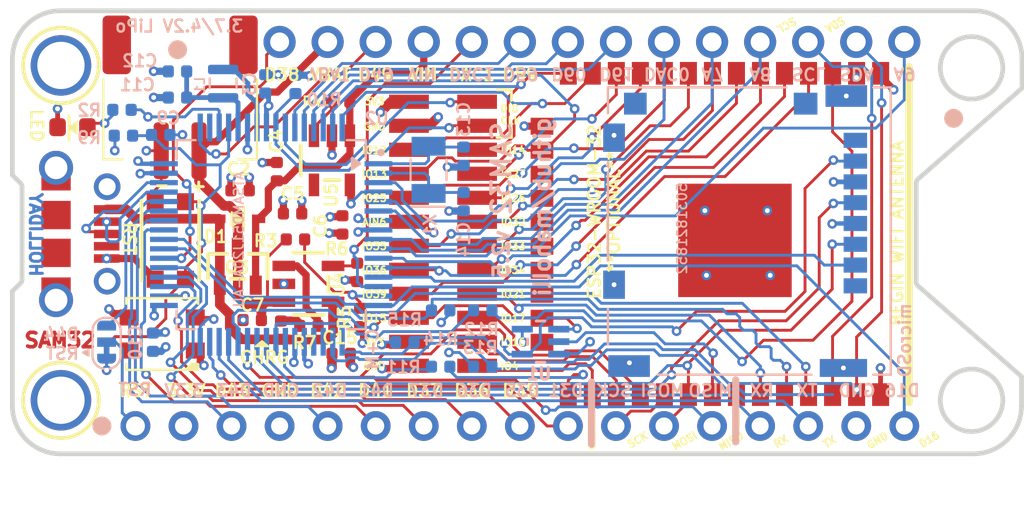
<source format=kicad_pcb>
(kicad_pcb (version 20171130) (host pcbnew "(5.1.4)-1")
  (layers (0 Top signal) (1 GND power hide) (2 PWR power hide) (31 Bottom signal hide) (34 B.Paste user hide) (35 F.Paste user hide) (36 B.SilkS user hide) (37 F.SilkS user hide) (38 B.Mask user hide) (39 F.Mask user hide) (44 Edge.Cuts user))
  (net 0 "")
  (net 1 /USB-)
  (net 2 /USB+)
  (net 3 "Net-(J1-Pad4)")
  (net 4 GND)
  (net 5 +3V3)
  (net 6 VBAT)
  (net 7 /~RESET)
  (net 8 /LED1)
  (net 9 /XTAL1)
  (net 10 /XTAL2)
  (net 11 "Net-(J3-Pad1)")
  (net 12 MOSI)
  (net 13 SCK)
  (net 14 MISO)
  (net 15 "Net-(J3-Pad8)")
  (net 16 "Net-(J3-PadSW_T)")
  (net 17 "Net-(J3-PadDET_T)")
  (net 18 /DTR)
  (net 19 DAC0)
  (net 20 AIN6)
  (net 21 AIN7)
  (net 22 AIN8)
  (net 23 AIN9)
  (net 24 SCL)
  (net 25 DAC1)
  (net 26 SDA)
  (net 27 D19)
  (net 28 D20)
  (net 29 D31)
  (net 30 D35)
  (net 31 D36)
  (net 32 D37)
  (net 33 D38)
  (net 34 D41)
  (net 35 D42)
  (net 36 D43)
  (net 37 D44)
  (net 38 D49)
  (net 39 D50)
  (net 40 D59)
  (net 41 D60)
  (net 42 "Net-(U3-Pad17)")
  (net 43 "Net-(U3-Pad18)")
  (net 44 "Net-(U3-Pad19)")
  (net 45 "Net-(U3-Pad20)")
  (net 46 "Net-(U3-Pad21)")
  (net 47 "Net-(U3-Pad22)")
  (net 48 IO34)
  (net 49 IO35)
  (net 50 IO32)
  (net 51 IO33)
  (net 52 IO25)
  (net 53 IO26)
  (net 54 IO27)
  (net 55 IO21)
  (net 56 IO17)
  (net 57 IO16)
  (net 58 IO4)
  (net 59 "Net-(U5-Pad4)")
  (net 60 /EN)
  (net 61 IO39)
  (net 62 IO36)
  (net 63 VUSB)
  (net 64 /PROG)
  (net 65 "Net-(R7-Pad1)")
  (net 66 "Net-(C11-Pad1)")
  (net 67 "Net-(CHRG1-Pad2)")
  (net 68 "Net-(L1-Pad2)")
  (net 69 "Net-(D2-Pad2)")
  (net 70 "Net-(GRN1-Pad1)")
  (net 71 "Net-(R11-Pad2)")
  (net 72 "Net-(R12-Pad2)")
  (net 73 "Net-(D2-Pad4)")
  (net 74 /~RTS)
  (net 75 D16)
  (net 76 RX1)
  (net 77 TX1)
  (net 78 SWDIO)
  (net 79 SWCLK)
  (net 80 D61)
  (net 81 xSDCS)
  (net 82 "Net-(U3-Pad24)")
  (net 83 VIN)
  (net 84 IO13)
  (net 85 IO12)
  (net 86 IO14)
  (net 87 /BATTERY)
  (net 88 /TX2)
  (net 89 ESP_MISO)
  (net 90 ESP_CS)
  (net 91 /RX2)
  (net 92 D44-RST)
  (module custom-footprints:Fiducial_1mm_Silkscreen (layer Top) (at 105.60558 93.28658)
    (fp_text reference FID3 hide)
    (fp_text value Fiducial)
    (pad "" connect circle (at 0 0) (size 1 1) (layers *.SilkS))
  )
  (module custom-footprints:Fiducial_1mm_Silkscreen (layer Top) (at 64.58458 89.65438)
    (fp_text reference FID2 hide)
    (fp_text value Fiducial)
    (pad "" connect circle (at 0 0) (size 1 1) (layers *.SilkS))
  )
  (module custom-footprints:Fiducial_1mm_Silkscreen (layer Top) (at 60.58408 109.56544)
    (fp_text reference FID1 hide)
    (fp_text value Fiducial)
    (pad "" connect circle (at 0 0) (size 1 1) (layers *.SilkS))
  )
  (module custom-footprints:Jumper3_Small (layer Bottom) (at 60.833 105.12806 90)
    (fp_text reference JP1 hide)
    (fp_text value "Bridged Jumper")
    (pad 2 smd rect (at 0 0 90) (size 0.5 1) (layers Bottom B.Mask) (net 92 D44-RST))
    (pad 3 smd custom (at 0.889 0 90) (size 0.5 0.5) (layers Bottom B.Mask) (net 37 D44) (options (clearance outline) (anchor rect)) (primitives (gr_circle (center 0 -0.25) (end 0.25 -0.25) (width 0)) (gr_circle (center 0 0.25) (end 0.25 0.25) (width 0)) (gr_poly (pts (xy -0.275 0.5) (xy 0 0.5) (xy 0 -0.5) (xy -0.275 -0.5)) (width 0))))
    (pad 1 smd custom (at -0.889 0 90) (size 0.5 0.5) (layers Bottom B.Mask) (net 7 /~RESET) (options (clearance outline) (anchor rect)) (primitives (gr_circle (center 0 -0.25) (end 0.25 -0.25) (width 0)) (gr_circle (center 0 0.25) (end 0.25 0.25) (width 0)) (gr_poly (pts (xy 0.275 0.5) (xy 0 0.5) (xy 0 -0.5) (xy 0.275 -0.5)) (width 0)) (gr_poly (pts (xy 0.2 0.15) (xy 0.65 0.15) (xy 0.65 -0.15) (xy 0.2 -0.15)) (width 0))))
  )
  (module Diode_SMD:D_SOD-323 (layer Top) (at 67.818 98.6028 180)
    (fp_text reference D1 (at 1.2192 -0.9398) (layer F.SilkS) (effects (font (size 0.635 0.635) (thickness 0.127))))
    (fp_text value RB550V)
    (pad 1 smd rect (at -1.05 0 180) (size 0.7 0.45) (layers Top F.Paste F.Mask) (net 83 VIN))
    (pad 2 smd rect (at 1.05 0 180) (size 0.7 0.45) (layers Top F.Paste F.Mask) (net 63 VUSB))
  )
  (module Resistor_SMD:R_0402_1005Metric (layer Bottom) (at 80.71612 106.426)
    (fp_text reference R13 (at -0.13462 -1.016) (layer B.SilkS) (effects (font (size 0.635 0.635) (thickness 0.127)) (justify mirror)))
    (fp_text value 10K)
    (pad 2 smd roundrect (at 0.485 0) (size 0.59 0.64) (layers Bottom B.Paste B.Mask) (net 24 SCL))
    (pad 1 smd roundrect (at -0.485 0) (size 0.59 0.64) (layers Bottom B.Paste B.Mask) (net 5 +3V3))
  )
  (module custom-footprints:SOT65P210X110-5N (layer Bottom) (at 83.7692 105.10266 180)
    (fp_text reference U1 (at 0.0762 -1.70434 180) (layer B.SilkS) (effects (font (size 0.635 0.635) (thickness 0.15875)) (justify mirror)))
    (fp_text value 74AHC1G125 hide)
    (pad 5 smd rect (at 0.9652 0.6604 90) (size 0.3556 1.1176) (layers Bottom B.Paste B.Mask) (net 5 +3V3))
    (pad 4 smd rect (at 0.9652 -0.6604 90) (size 0.3556 1.1176) (layers Bottom B.Paste B.Mask) (net 14 MISO))
    (pad 3 smd rect (at -0.9652 -0.6604 90) (size 0.3556 1.1176) (layers Bottom B.Paste B.Mask) (net 4 GND))
    (pad 2 smd rect (at -0.9652 0 90) (size 0.3556 1.1176) (layers Bottom B.Paste B.Mask) (net 89 ESP_MISO))
    (pad 1 smd rect (at -0.9652 0.6604 90) (size 0.3556 1.1176) (layers Bottom B.Paste B.Mask) (net 90 ESP_CS))
  )
  (module Connector_PinSocket_1.27mm:PinSocket_2x12_P1.27mm_Vertical_SMD (layer Top) (at 78.6164 99.39528)
    (fp_text reference J5 hide)
    (fp_text value Conn_02x12_Odd_Even)
    (pad 24 smd rect (at -1.8 6.985) (size 2.1 0.75) (layers Top F.Paste F.Mask) (net 4 GND))
    (pad 23 smd rect (at 1.8 6.985) (size 2.1 0.75) (layers Top F.Paste F.Mask) (net 58 IO4))
    (pad 22 smd rect (at -1.8 5.715) (size 2.1 0.75) (layers Top F.Paste F.Mask) (net 5 +3V3))
    (pad 21 smd rect (at 1.8 5.715) (size 2.1 0.75) (layers Top F.Paste F.Mask) (net 57 IO16))
    (pad 20 smd rect (at -1.8 4.445) (size 2.1 0.75) (layers Top F.Paste F.Mask) (net 90 ESP_CS))
    (pad 19 smd rect (at 1.8 4.445) (size 2.1 0.75) (layers Top F.Paste F.Mask) (net 56 IO17))
    (pad 18 smd rect (at -1.8 3.175) (size 2.1 0.75) (layers Top F.Paste F.Mask) (net 61 IO39))
    (pad 17 smd rect (at 1.8 3.175) (size 2.1 0.75) (layers Top F.Paste F.Mask) (net 55 IO21))
    (pad 16 smd rect (at -1.8 1.905) (size 2.1 0.75) (layers Top F.Paste F.Mask) (net 62 IO36))
    (pad 15 smd rect (at 1.8 1.905) (size 2.1 0.75) (layers Top F.Paste F.Mask) (net 48 IO34))
    (pad 14 smd rect (at -1.8 0.635) (size 2.1 0.75) (layers Top F.Paste F.Mask) (net 49 IO35))
    (pad 13 smd rect (at 1.8 0.635) (size 2.1 0.75) (layers Top F.Paste F.Mask) (net 51 IO33))
    (pad 12 smd rect (at -1.8 -0.635) (size 2.1 0.75) (layers Top F.Paste F.Mask) (net 20 AIN6))
    (pad 11 smd rect (at 1.8 -0.635) (size 2.1 0.75) (layers Top F.Paste F.Mask) (net 50 IO32))
    (pad 10 smd rect (at -1.8 -1.905) (size 2.1 0.75) (layers Top F.Paste F.Mask) (net 52 IO25))
    (pad 9 smd rect (at 1.8 -1.905) (size 2.1 0.75) (layers Top F.Paste F.Mask) (net 53 IO26))
    (pad 8 smd rect (at -1.8 -3.175) (size 2.1 0.75) (layers Top F.Paste F.Mask) (net 84 IO13))
    (pad 7 smd rect (at 1.8 -3.175) (size 2.1 0.75) (layers Top F.Paste F.Mask) (net 54 IO27))
    (pad 6 smd rect (at -1.8 -4.445) (size 2.1 0.75) (layers Top F.Paste F.Mask) (net 85 IO12))
    (pad 5 smd rect (at 1.8 -4.445) (size 2.1 0.75) (layers Top F.Paste F.Mask) (net 86 IO14))
    (pad 4 smd rect (at -1.8 -5.715) (size 2.1 0.75) (layers Top F.Paste F.Mask) (net 4 GND))
    (pad 3 smd rect (at 1.8 -5.715) (size 2.1 0.75) (layers Top F.Paste F.Mask) (net 79 SWCLK))
    (pad 2 smd rect (at -1.8 -6.985) (size 2.1 0.75) (layers Top F.Paste F.Mask) (net 5 +3V3))
    (pad 1 smd rect (at 1.8 -6.985) (size 2.1 0.75) (layers Top F.Paste F.Mask) (net 78 SWDIO))
  )
  (module "Adafruit Feather M4 Express:SOT23-5" (layer Top) (at 72.74306 95.50908 180)
    (fp_text reference U5 (at -0.33274 -2.56032 90) (layer F.SilkS) (effects (font (size 0.635 0.635) (thickness 0.127)) (justify left bottom)))
    (fp_text value AP2112K-3.3TRG1)
    (pad 5 smd rect (at -0.95 -1.3001 180) (size 0.55 1.2) (layers Top F.Paste F.Mask) (net 5 +3V3))
    (pad 4 smd rect (at 0.95 -1.3001 180) (size 0.55 1.2) (layers Top F.Paste F.Mask) (net 59 "Net-(U5-Pad4)"))
    (pad 3 smd rect (at 0.95 1.3001 180) (size 0.55 1.2) (layers Top F.Paste F.Mask) (net 60 /EN))
    (pad 2 smd rect (at 0 1.3001 180) (size 0.55 1.2) (layers Top F.Paste F.Mask) (net 4 GND))
    (pad 1 smd rect (at -0.95 1.3001 180) (size 0.55 1.2) (layers Top F.Paste F.Mask) (net 83 VIN))
  )
  (module custom-footprints:10118194-0001LF (layer Top) (at 58.16092 99.40544 270)
    (fp_text reference J1 hide)
    (fp_text value 10118194-0001LF hide)
    (pad 13 smd rect (at 3.05 0 270) (size 1.5 1.55) (layers Top F.Paste F.Mask))
    (pad 12 smd rect (at -3.05 0 270) (size 1.5 1.55) (layers Top F.Paste F.Mask))
    (pad 11 smd rect (at 1 0 270) (size 1.5 1.55) (layers Top F.Paste F.Mask))
    (pad 10 smd rect (at -1 0 270) (size 1.5 1.55) (layers Top F.Paste F.Mask))
    (pad 9 thru_hole circle (at 3.5 0 270) (size 1.8 1.8) (drill 1.2) (layers *.Cu *.Mask) (net 4 GND))
    (pad 8 thru_hole circle (at -3.5 0 270) (size 1.8 1.8) (drill 1.2) (layers *.Cu *.Mask) (net 4 GND))
    (pad 7 thru_hole circle (at 2.5 -2.7 270) (size 1.408 1.408) (drill 0.9) (layers *.Cu *.Mask))
    (pad 6 thru_hole circle (at -2.5 -2.7 270) (size 1.408 1.408) (drill 0.9) (layers *.Cu *.Mask))
    (pad 5 smd rect (at 1.3 -2.675 90) (size 0.45 1.35) (layers Top F.Paste F.Mask) (net 4 GND))
    (pad 4 smd rect (at 0.65 -2.675 90) (size 0.45 1.35) (layers Top F.Paste F.Mask) (net 3 "Net-(J1-Pad4)"))
    (pad 3 smd rect (at 0 -2.675 90) (size 0.45 1.35) (layers Top F.Paste F.Mask) (net 2 /USB+))
    (pad 2 smd rect (at -0.65 -2.675 90) (size 0.45 1.35) (layers Top F.Paste F.Mask) (net 1 /USB-))
    (pad 1 smd rect (at -1.3 -2.675 90) (size 0.45 1.35) (layers Top F.Paste F.Mask) (net 63 VUSB))
  )
  (module 503182-1853:MOLEX_503182-1853 (layer Bottom) (at 94.8055 99.2505 90)
    (fp_text reference J3 hide)
    (fp_text value 5031821852 (at 0.127 -3.556 90) (layer B.SilkS) (effects (font (size 0.508 0.508) (thickness 0.0889)) (justify mirror)))
    (pad 1 smd rect (at -2.9 5.605) (size 1.24 0.8) (layers Bottom B.Paste B.Mask) (net 11 "Net-(J3-Pad1)"))
    (pad 2 smd rect (at -1.8 5.605) (size 1.24 0.8) (layers Bottom B.Paste B.Mask) (net 81 xSDCS))
    (pad 3 smd rect (at -0.7 5.605) (size 1.24 0.8) (layers Bottom B.Paste B.Mask) (net 12 MOSI))
    (pad 4 smd rect (at 0.4 5.605) (size 1.24 0.8) (layers Bottom B.Paste B.Mask) (net 5 +3V3))
    (pad 5 smd rect (at 1.5 5.605) (size 1.24 0.8) (layers Bottom B.Paste B.Mask) (net 13 SCK))
    (pad 6 smd rect (at 2.6 5.605) (size 1.24 0.8) (layers Bottom B.Paste B.Mask) (net 4 GND))
    (pad 7 smd rect (at 3.7 5.605) (size 1.24 0.8) (layers Bottom B.Paste B.Mask) (net 14 MISO))
    (pad 8 smd rect (at 4.8 5.605) (size 1.24 0.8) (layers Bottom B.Paste B.Mask) (net 15 "Net-(J3-Pad8)"))
    (pad SH1 smd rect (at -7.245 4.975) (size 2.5 0.95) (layers Bottom B.Paste B.Mask) (net 4 GND))
    (pad SH2 smd rect (at 7.145 5.125) (size 2.2 1.15) (layers Bottom B.Paste B.Mask) (net 4 GND))
    (pad SW_T smd rect (at 6.74 2.975) (size 1.25 1.16) (layers Bottom B.Paste B.Mask) (net 16 "Net-(J3-PadSW_T)"))
    (pad DET_T smd rect (at 6.74 -6.025) (size 1.2 1.16) (layers Bottom B.Paste B.Mask) (net 17 "Net-(J3-PadDET_T)"))
    (pad SH5 smd rect (at -7.145 -6.355) (size 2.2 1.15) (layers Bottom B.Paste B.Mask) (net 4 GND))
    (pad SH4 smd rect (at -2.84 -7.15 270) (size 1.5 1.15) (layers Bottom B.Paste B.Mask) (net 4 GND))
    (pad SH3 smd rect (at 4.94 -7.15 270) (size 1.5 1.15) (layers Bottom B.Paste B.Mask) (net 4 GND))
  )
  (module QFP50P1200X1200X120-64N (layer Bottom) (at 69.5325 99.441 180)
    (fp_text reference U2 (at -5.5753 6.1468 180) (layer B.SilkS) (effects (font (size 0.635 0.635) (thickness 0.127)) (justify mirror)))
    (fp_text value ATSAMD51J20A-AU (at 1.7145 -0.254 270) (layer B.SilkS) (effects (font (size 0.508 0.508) (thickness 0.0889)) (justify mirror)))
    (pad 1 smd rect (at -5.67 3.75 90) (size 0.28 1.47) (layers Bottom B.Paste B.Mask) (net 9 /XTAL1))
    (pad 2 smd rect (at -5.67 3.25 90) (size 0.28 1.47) (layers Bottom B.Paste B.Mask) (net 10 /XTAL2))
    (pad 3 smd rect (at -5.67 2.75 90) (size 0.28 1.47) (layers Bottom B.Paste B.Mask) (net 19 DAC0))
    (pad 4 smd rect (at -5.67 2.25 90) (size 0.28 1.47) (layers Bottom B.Paste B.Mask) (net 5 +3V3))
    (pad 5 smd rect (at -5.67 1.75 90) (size 0.28 1.47) (layers Bottom B.Paste B.Mask) (net 20 AIN6))
    (pad 6 smd rect (at -5.67 1.25 90) (size 0.28 1.47) (layers Bottom B.Paste B.Mask) (net 21 AIN7))
    (pad 7 smd rect (at -5.67 0.75 90) (size 0.28 1.47) (layers Bottom B.Paste B.Mask) (net 4 GND))
    (pad 8 smd rect (at -5.67 0.25 90) (size 0.28 1.47) (layers Bottom B.Paste B.Mask) (net 5 +3V3))
    (pad 9 smd rect (at -5.67 -0.25 90) (size 0.28 1.47) (layers Bottom B.Paste B.Mask) (net 22 AIN8))
    (pad 10 smd rect (at -5.67 -0.75 90) (size 0.28 1.47) (layers Bottom B.Paste B.Mask) (net 23 AIN9))
    (pad 11 smd rect (at -5.67 -1.25 90) (size 0.28 1.47) (layers Bottom B.Paste B.Mask) (net 61 IO39))
    (pad 12 smd rect (at -5.67 -1.75 90) (size 0.28 1.47) (layers Bottom B.Paste B.Mask) (net 62 IO36))
    (pad 13 smd rect (at -5.67 -2.25 90) (size 0.28 1.47) (layers Bottom B.Paste B.Mask) (net 81 xSDCS))
    (pad 14 smd rect (at -5.67 -2.75 90) (size 0.28 1.47) (layers Bottom B.Paste B.Mask) (net 25 DAC1))
    (pad 15 smd rect (at -5.67 -3.25 90) (size 0.28 1.47) (layers Bottom B.Paste B.Mask) (net 87 /BATTERY))
    (pad 16 smd rect (at -5.67 -3.75 90) (size 0.28 1.47) (layers Bottom B.Paste B.Mask) (net 75 D16))
    (pad 17 smd rect (at -3.75 -5.67) (size 0.28 1.47) (layers Bottom B.Paste B.Mask) (net 26 SDA))
    (pad 18 smd rect (at -3.25 -5.67) (size 0.28 1.47) (layers Bottom B.Paste B.Mask) (net 24 SCL))
    (pad 19 smd rect (at -2.75 -5.67) (size 0.28 1.47) (layers Bottom B.Paste B.Mask) (net 27 D19))
    (pad 20 smd rect (at -2.25 -5.67) (size 0.28 1.47) (layers Bottom B.Paste B.Mask) (net 28 D20))
    (pad 21 smd rect (at -1.75 -5.67) (size 0.28 1.47) (layers Bottom B.Paste B.Mask) (net 5 +3V3))
    (pad 22 smd rect (at -1.25 -5.67) (size 0.28 1.47) (layers Bottom B.Paste B.Mask) (net 4 GND))
    (pad 23 smd rect (at -0.75 -5.67) (size 0.28 1.47) (layers Bottom B.Paste B.Mask) (net 18 /DTR))
    (pad 24 smd rect (at -0.25 -5.67) (size 0.28 1.47) (layers Bottom B.Paste B.Mask) (net 74 /~RTS))
    (pad 25 smd rect (at 0.25 -5.67) (size 0.28 1.47) (layers Bottom B.Paste B.Mask) (net 12 MOSI))
    (pad 26 smd rect (at 0.75 -5.67) (size 0.28 1.47) (layers Bottom B.Paste B.Mask) (net 13 SCK))
    (pad 27 smd rect (at 1.25 -5.67) (size 0.28 1.47) (layers Bottom B.Paste B.Mask) (net 14 MISO))
    (pad 28 smd rect (at 1.75 -5.67) (size 0.28 1.47) (layers Bottom B.Paste B.Mask) (net 90 ESP_CS))
    (pad 29 smd rect (at 2.25 -5.67) (size 0.28 1.47) (layers Bottom B.Paste B.Mask) (net 77 TX1))
    (pad 30 smd rect (at 2.75 -5.67) (size 0.28 1.47) (layers Bottom B.Paste B.Mask) (net 76 RX1))
    (pad 31 smd rect (at 3.25 -5.67) (size 0.28 1.47) (layers Bottom B.Paste B.Mask) (net 29 D31))
    (pad 32 smd rect (at 3.75 -5.67) (size 0.28 1.47) (layers Bottom B.Paste B.Mask) (net 73 "Net-(D2-Pad4)"))
    (pad 33 smd rect (at 5.67 -3.75 90) (size 0.28 1.47) (layers Bottom B.Paste B.Mask) (net 4 GND))
    (pad 34 smd rect (at 5.67 -3.25 90) (size 0.28 1.47) (layers Bottom B.Paste B.Mask) (net 5 +3V3))
    (pad 35 smd rect (at 5.67 -2.75 90) (size 0.28 1.47) (layers Bottom B.Paste B.Mask) (net 30 D35))
    (pad 36 smd rect (at 5.67 -2.25 90) (size 0.28 1.47) (layers Bottom B.Paste B.Mask) (net 31 D36))
    (pad 37 smd rect (at 5.67 -1.75 90) (size 0.28 1.47) (layers Bottom B.Paste B.Mask) (net 32 D37))
    (pad 38 smd rect (at 5.67 -1.25 90) (size 0.28 1.47) (layers Bottom B.Paste B.Mask) (net 33 D38))
    (pad 39 smd rect (at 5.67 -0.75 90) (size 0.28 1.47) (layers Bottom B.Paste B.Mask) (net 88 /TX2))
    (pad 40 smd rect (at 5.67 -0.25 90) (size 0.28 1.47) (layers Bottom B.Paste B.Mask) (net 91 /RX2))
    (pad 41 smd rect (at 5.67 0.25 90) (size 0.28 1.47) (layers Bottom B.Paste B.Mask) (net 34 D41))
    (pad 42 smd rect (at 5.67 0.75 90) (size 0.28 1.47) (layers Bottom B.Paste B.Mask) (net 35 D42))
    (pad 43 smd rect (at 5.67 1.25 90) (size 0.28 1.47) (layers Bottom B.Paste B.Mask) (net 36 D43))
    (pad 44 smd rect (at 5.67 1.75 90) (size 0.28 1.47) (layers Bottom B.Paste B.Mask) (net 37 D44))
    (pad 45 smd rect (at 5.67 2.25 90) (size 0.28 1.47) (layers Bottom B.Paste B.Mask) (net 1 /USB-))
    (pad 46 smd rect (at 5.67 2.75 90) (size 0.28 1.47) (layers Bottom B.Paste B.Mask) (net 2 /USB+))
    (pad 47 smd rect (at 5.67 3.25 90) (size 0.28 1.47) (layers Bottom B.Paste B.Mask) (net 4 GND))
    (pad 48 smd rect (at 5.67 3.75 90) (size 0.28 1.47) (layers Bottom B.Paste B.Mask) (net 5 +3V3))
    (pad 49 smd rect (at 3.75 5.67) (size 0.28 1.47) (layers Bottom B.Paste B.Mask) (net 38 D49))
    (pad 50 smd rect (at 3.25 5.67) (size 0.28 1.47) (layers Bottom B.Paste B.Mask) (net 39 D50))
    (pad 51 smd rect (at 2.75 5.67) (size 0.28 1.47) (layers Bottom B.Paste B.Mask) (net 8 /LED1))
    (pad 52 smd rect (at 2.25 5.67) (size 0.28 1.47) (layers Bottom B.Paste B.Mask) (net 7 /~RESET))
    (pad 53 smd rect (at 1.75 5.67) (size 0.28 1.47) (layers Bottom B.Paste B.Mask) (net 66 "Net-(C11-Pad1)"))
    (pad 54 smd rect (at 1.25 5.67) (size 0.28 1.47) (layers Bottom B.Paste B.Mask) (net 4 GND))
    (pad 55 smd rect (at 0.75 5.67) (size 0.28 1.47) (layers Bottom B.Paste B.Mask) (net 68 "Net-(L1-Pad2)"))
    (pad 56 smd rect (at 0.25 5.67) (size 0.28 1.47) (layers Bottom B.Paste B.Mask) (net 5 +3V3))
    (pad 57 smd rect (at -0.25 5.67) (size 0.28 1.47) (layers Bottom B.Paste B.Mask) (net 79 SWCLK))
    (pad 58 smd rect (at -0.75 5.67) (size 0.28 1.47) (layers Bottom B.Paste B.Mask) (net 78 SWDIO))
    (pad 59 smd rect (at -1.25 5.67) (size 0.28 1.47) (layers Bottom B.Paste B.Mask) (net 40 D59))
    (pad 60 smd rect (at -1.75 5.67) (size 0.28 1.47) (layers Bottom B.Paste B.Mask) (net 41 D60))
    (pad 61 smd rect (at -2.25 5.67) (size 0.28 1.47) (layers Bottom B.Paste B.Mask) (net 80 D61))
    (pad 62 smd rect (at -2.75 5.67) (size 0.28 1.47) (layers Bottom B.Paste B.Mask) (net 84 IO13))
    (pad 63 smd rect (at -3.25 5.67) (size 0.28 1.47) (layers Bottom B.Paste B.Mask) (net 85 IO12))
    (pad 64 smd rect (at -3.75 5.67) (size 0.28 1.47) (layers Bottom B.Paste B.Mask) (net 86 IO14))
  )
  (module LED_SMD:LED_0603_1608Metric (layer Top) (at 59.0296 93.7558 180)
    (fp_text reference GRN1 hide)
    (fp_text value "GREEN LED")
    (pad 2 smd roundrect (at 0.7875 0 180) (size 0.875 0.95) (layers Top F.Paste F.Mask) (net 4 GND))
    (pad 1 smd roundrect (at -0.7875 0 180) (size 0.875 0.95) (layers Top F.Paste F.Mask) (net 70 "Net-(GRN1-Pad1)"))
  )
  (module Connector_PinHeader_2.54mm:PinHeader_1x14_P2.54mm_Vertical (layer Top) (at 69.977 89.24544 90)
    (fp_text reference J2 hide)
    (fp_text value Conn_01x14)
    (pad 1 thru_hole oval (at 0 0 90) (size 1.7 1.7) (drill 1) (layers *.Cu *.Mask) (net 33 D38))
    (pad 2 thru_hole oval (at 0 2.54 90) (size 1.7 1.7) (drill 1) (layers *.Cu *.Mask) (net 6 VBAT))
    (pad 3 thru_hole oval (at 0 5.08 90) (size 1.7 1.7) (drill 1) (layers *.Cu *.Mask) (net 38 D49))
    (pad 4 thru_hole oval (at 0 7.62 90) (size 1.7 1.7) (drill 1) (layers *.Cu *.Mask) (net 83 VIN))
    (pad 5 thru_hole oval (at 0 10.16 90) (size 1.7 1.7) (drill 1) (layers *.Cu *.Mask) (net 25 DAC1))
    (pad 6 thru_hole oval (at 0 12.7 90) (size 1.7 1.7) (drill 1) (layers *.Cu *.Mask) (net 40 D59))
    (pad 7 thru_hole oval (at 0 15.24 90) (size 1.7 1.7) (drill 1) (layers *.Cu *.Mask) (net 41 D60))
    (pad 8 thru_hole oval (at 0 17.78 90) (size 1.7 1.7) (drill 1) (layers *.Cu *.Mask) (net 80 D61))
    (pad 9 thru_hole oval (at 0 20.32 90) (size 1.7 1.7) (drill 1) (layers *.Cu *.Mask) (net 19 DAC0))
    (pad 10 thru_hole oval (at 0 22.86 90) (size 1.7 1.7) (drill 1) (layers *.Cu *.Mask) (net 21 AIN7))
    (pad 11 thru_hole oval (at 0 25.4 90) (size 1.7 1.7) (drill 1) (layers *.Cu *.Mask) (net 22 AIN8))
    (pad 12 thru_hole oval (at 0 27.94 90) (size 1.7 1.7) (drill 1) (layers *.Cu *.Mask) (net 24 SCL))
    (pad 13 thru_hole oval (at 0 30.48 90) (size 1.7 1.7) (drill 1) (layers *.Cu *.Mask) (net 26 SDA))
    (pad 14 thru_hole oval (at 0 33.02 90) (size 1.7 1.7) (drill 1) (layers *.Cu *.Mask) (net 23 AIN9))
  )
  (module Resistor_SMD:R_0402_1005Metric (layer Bottom) (at 76.59624 105.1306)
    (fp_text reference R14 (at 1.88976 -0.1651) (layer B.SilkS) (effects (font (size 0.635 0.635) (thickness 0.127)) (justify mirror)))
    (fp_text value 10K)
    (pad 2 smd roundrect (at 0.485 0) (size 0.59 0.64) (layers Bottom B.Paste B.Mask) (net 26 SDA))
    (pad 1 smd roundrect (at -0.485 0) (size 0.59 0.64) (layers Bottom B.Paste B.Mask) (net 5 +3V3))
  )
  (module Resistor_SMD:R_0402_1005Metric (layer Top) (at 74.2315 103.8225 270)
    (fp_text reference R5 (at 0 0.8255 270) (layer F.SilkS) (effects (font (size 0.635 0.635) (thickness 0.127))))
    (fp_text value 100K)
    (pad 2 smd roundrect (at 0.485 0 270) (size 0.59 0.64) (layers Top F.Paste F.Mask) (net 4 GND))
    (pad 1 smd roundrect (at -0.485 0 270) (size 0.59 0.64) (layers Top F.Paste F.Mask) (net 87 /BATTERY))
  )
  (module Resistor_SMD:R_0402_1005Metric (layer Bottom) (at 80.71612 103.45)
    (fp_text reference R12 (at -0.07112 1.0075) (layer B.SilkS) (effects (font (size 0.635 0.635) (thickness 0.127)) (justify mirror)))
    (fp_text value 10K)
    (pad 2 smd roundrect (at 0.485 0) (size 0.59 0.64) (layers Bottom B.Paste B.Mask) (net 72 "Net-(R12-Pad2)"))
    (pad 1 smd roundrect (at -0.485 0) (size 0.59 0.64) (layers Bottom B.Paste B.Mask) (net 74 /~RTS))
  )
  (module Resistor_SMD:R_0402_1005Metric (layer Bottom) (at 78.49 106.426)
    (fp_text reference R11 (at -1.9812 0.0296) (layer B.SilkS) (effects (font (size 0.635 0.635) (thickness 0.127)) (justify mirror)))
    (fp_text value 10K)
    (pad 2 smd roundrect (at 0.485 0) (size 0.59 0.64) (layers Bottom B.Paste B.Mask) (net 71 "Net-(R11-Pad2)"))
    (pad 1 smd roundrect (at -0.485 0) (size 0.59 0.64) (layers Bottom B.Paste B.Mask) (net 18 /DTR))
  )
  (module Resistor_SMD:R_0402_1005Metric (layer Bottom) (at 70.8152 91.4908 270)
    (fp_text reference R10 (at 0.8128 -1.524 180) (layer B.SilkS) (effects (font (size 0.635 0.635) (thickness 0.127)) (justify mirror)))
    (fp_text value 10K)
    (pad 2 smd roundrect (at 0.485 0 270) (size 0.59 0.64) (layers Bottom B.Paste B.Mask) (net 79 SWCLK))
    (pad 1 smd roundrect (at -0.485 0 270) (size 0.59 0.64) (layers Bottom B.Paste B.Mask) (net 5 +3V3))
  )
  (module Resistor_SMD:R_0402_1005Metric (layer Bottom) (at 61.722 94.20352)
    (fp_text reference R9 (at -1.80848 0.10922) (layer B.SilkS) (effects (font (size 0.635 0.635) (thickness 0.127)) (justify mirror)))
    (fp_text value 10K)
    (pad 2 smd roundrect (at 0.485 0) (size 0.59 0.64) (layers Bottom B.Paste B.Mask) (net 7 /~RESET))
    (pad 1 smd roundrect (at -0.485 0) (size 0.59 0.64) (layers Bottom B.Paste B.Mask) (net 5 +3V3))
  )
  (module Resistor_SMD:R_0402_1005Metric (layer Top) (at 71.5264 104.267 180)
    (fp_text reference R7 (at 0.2286 -0.88646 180) (layer F.SilkS) (effects (font (size 0.635 0.635) (thickness 0.127))))
    (fp_text value 1K)
    (pad 2 smd roundrect (at 0.485 0 180) (size 0.59 0.64) (layers Top F.Paste F.Mask) (net 67 "Net-(CHRG1-Pad2)"))
    (pad 1 smd roundrect (at -0.485 0 180) (size 0.59 0.64) (layers Top F.Paste F.Mask) (net 65 "Net-(R7-Pad1)"))
  )
  (module Resistor_SMD:R_0402_1005Metric (layer Top) (at 74.0791 101.43744 270)
    (fp_text reference R6 (at -1.2446 1.0795 180) (layer F.SilkS) (effects (font (size 0.635 0.635) (thickness 0.127))))
    (fp_text value 10K)
    (pad 2 smd roundrect (at 0.485 0 270) (size 0.59 0.64) (layers Top F.Paste F.Mask) (net 4 GND))
    (pad 1 smd roundrect (at -0.485 0 270) (size 0.59 0.64) (layers Top F.Paste F.Mask) (net 64 /PROG))
  )
  (module Resistor_SMD:R_0402_1005Metric (layer Bottom) (at 78.49 103.45 180)
    (fp_text reference R15 (at 1.909 -0.4995 180) (layer B.SilkS) (effects (font (size 0.635 0.635) (thickness 0.127)) (justify mirror)))
    (fp_text value 10K)
    (pad 2 smd roundrect (at 0.485 0 180) (size 0.59 0.64) (layers Bottom B.Paste B.Mask) (net 88 /TX2))
    (pad 1 smd roundrect (at -0.485 0 180) (size 0.59 0.64) (layers Bottom B.Paste B.Mask) (net 5 +3V3))
  )
  (module custom-footprints:LED3535 (layer Top) (at 63.77 104.6988)
    (fp_text reference D2 hide)
    (fp_text value WS2812B)
    (pad 3 smd rect (at 1.749999 0.875 90) (size 0.85 1) (layers Top F.Paste F.Mask) (net 4 GND))
    (pad 2 smd rect (at -1.75 0.875 90) (size 0.85 1) (layers Top F.Paste F.Mask) (net 69 "Net-(D2-Pad2)"))
    (pad 4 smd rect (at 1.75 -0.875 90) (size 0.85 1) (layers Top F.Paste F.Mask) (net 73 "Net-(D2-Pad4)"))
    (pad 1 smd rect (at -1.749999 -0.875 90) (size 0.85 1) (layers Top F.Paste F.Mask) (net 5 +3V3))
  )
  (module Connector_JST:JST_PH_S2B-PH-SM4-TB_1x02-1MP_P2.00mm_Horizontal (layer Top) (at 64.7192 92.1512 180)
    (fp_text reference J4 hide)
    (fp_text value B2B-PH-SM4-TB)
    (pad MP smd roundrect (at 3.35 2.75 180) (size 1.5 3.1) (layers Top F.Paste F.Mask) (roundrect_rratio 0.167))
    (pad MP smd roundrect (at -3.35 2.75 180) (size 1.5 3.1) (layers Top F.Paste F.Mask) (roundrect_rratio 0.167))
    (pad 2 smd roundrect (at 1 -2.85 180) (size 0.8 3) (layers Top F.Paste F.Mask) (net 4 GND))
    (pad 1 smd roundrect (at -1 -2.85 180) (size 0.8 3) (layers Top F.Paste F.Mask) (net 6 VBAT))
  )
  (module LED_SMD:LED_0402_1005Metric (layer Top) (at 70.0532 104.4956 90)
    (fp_text reference CHRG1 hide)
    (fp_text value "ORANGE LED")
    (pad 2 smd roundrect (at 0.485 0 90) (size 0.59 0.64) (layers Top F.Paste F.Mask) (net 67 "Net-(CHRG1-Pad2)"))
    (pad 1 smd roundrect (at -0.485 0 90) (size 0.59 0.64) (layers Top F.Paste F.Mask) (net 63 VUSB))
  )
  (module Resistor_SMD:R_0402_1005Metric (layer Bottom) (at 61.6458 92.837)
    (fp_text reference R2 (at -1.7272 0.0254 -180) (layer B.SilkS) (effects (font (size 0.635 0.635) (thickness 0.127)) (justify mirror)))
    (fp_text value 2.2K)
    (pad 2 smd roundrect (at 0.485 0) (size 0.59 0.64) (layers Bottom B.Paste B.Mask) (net 8 /LED1))
    (pad 1 smd roundrect (at -0.485 0) (size 0.59 0.64) (layers Bottom B.Paste B.Mask) (net 70 "Net-(GRN1-Pad1)"))
  )
  (module Resistor_SMD:R_0402_1005Metric (layer Top) (at 70.8152 99.695)
    (fp_text reference R3 (at -1.5748 0.0762) (layer F.SilkS) (effects (font (size 0.635 0.635) (thickness 0.127))))
    (fp_text value 100K)
    (pad 2 smd roundrect (at 0.485 0) (size 0.59 0.64) (layers Top F.Paste F.Mask) (net 87 /BATTERY))
    (pad 1 smd roundrect (at -0.485 0) (size 0.59 0.64) (layers Top F.Paste F.Mask) (net 6 VBAT))
  )
  (module Capacitor_SMD:C_0402_1005Metric (layer Top) (at 68.5292 103.9622 180)
    (fp_text reference C7 (at -0.0127 0.79502 180) (layer F.SilkS) (effects (font (size 0.635 0.635) (thickness 0.127))))
    (fp_text value 10uF)
    (pad 2 smd roundrect (at 0.485 0 180) (size 0.59 0.64) (layers Top F.Paste F.Mask) (net 4 GND))
    (pad 1 smd roundrect (at -0.485 0 180) (size 0.59 0.64) (layers Top F.Paste F.Mask) (net 6 VBAT))
  )
  (module "Adafruit Feather M4 Express:BTN_KMR2_4.6X2.8" (layer Top) (at 64.2 99.75 270)
    (fp_text reference SW1 hide)
    (fp_text value "KMR231NG LFS" hide)
    (pad A smd rect (at 2.05 -0.8 270) (size 0.9 0.9) (layers Top F.Paste F.Mask) (net 7 /~RESET))
    (pad B smd rect (at 2.05 0.8 270) (size 0.9 0.9) (layers Top F.Paste F.Mask) (net 4 GND))
    (pad B' smd rect (at -2.05 0.8 270) (size 0.9 0.9) (layers Top F.Paste F.Mask) (net 4 GND))
    (pad A' smd rect (at -2.05 -0.8 270) (size 0.9 0.9) (layers Top F.Paste F.Mask) (net 7 /~RESET))
  )
  (module Capacitor_SMD:C_0402_1005Metric (layer Bottom) (at 64.5795 90.805)
    (fp_text reference C12 (at -1.9939 -0.5588) (layer B.SilkS) (effects (font (size 0.635 0.635) (thickness 0.127)) (justify mirror)))
    (fp_text value 10uF)
    (pad 2 smd roundrect (at 0.485 0) (size 0.59 0.64) (layers Bottom B.Paste B.Mask) (net 66 "Net-(C11-Pad1)"))
    (pad 1 smd roundrect (at -0.485 0) (size 0.59 0.64) (layers Bottom B.Paste B.Mask) (net 4 GND))
  )
  (module Capacitor_SMD:C_0402_1005Metric (layer Top) (at 73.295004 98.92782 90)
    (fp_text reference C6 (at -0.05598 -1.159004 90) (layer F.SilkS) (effects (font (size 0.635 0.635) (thickness 0.127))))
    (fp_text value 10uF)
    (pad 2 smd roundrect (at 0.485 0 90) (size 0.59 0.64) (layers Top F.Paste F.Mask) (net 4 GND))
    (pad 1 smd roundrect (at -0.485 0 90) (size 0.59 0.64) (layers Top F.Paste F.Mask) (net 5 +3V3))
  )
  (module Capacitor_SMD:C_0402_1005Metric (layer Top) (at 69.82968 96.10852 90)
    (fp_text reference C4 (at 1.62052 -0.03048 90) (layer F.SilkS) (effects (font (size 0.635 0.635) (thickness 0.127))))
    (fp_text value 10uF)
    (pad 2 smd roundrect (at 0.485 0 90) (size 0.59 0.64) (layers Top F.Paste F.Mask) (net 4 GND))
    (pad 1 smd roundrect (at -0.485 0 90) (size 0.59 0.64) (layers Top F.Paste F.Mask) (net 83 VIN))
  )
  (module Capacitor_SMD:C_0402_1005Metric (layer Top) (at 67.88902 97.09912)
    (fp_text reference C2 (at -0.07356 -1.13538 180) (layer F.SilkS) (effects (font (size 0.635 0.635) (thickness 0.127))))
    (fp_text value 10uF)
    (pad 2 smd roundrect (at 0.485 0) (size 0.59 0.64) (layers Top F.Paste F.Mask) (net 4 GND))
    (pad 1 smd roundrect (at -0.485 0) (size 0.59 0.64) (layers Top F.Paste F.Mask) (net 5 +3V3))
  )
  (module Resistor_SMD:R_0402_1005Metric (layer Top) (at 73.2028 92.4052)
    (fp_text reference R4 (at -1.524 0) (layer F.SilkS) (effects (font (size 0.508 0.508) (thickness 0.1016))))
    (fp_text value 10K)
    (pad 1 smd roundrect (at -0.485 0) (size 0.59 0.64) (layers Top F.Paste F.Mask) (net 60 /EN))
    (pad 2 smd roundrect (at 0.485 0) (size 0.59 0.64) (layers Top F.Paste F.Mask) (net 83 VIN))
  )
  (module Connector_PinSocket_2.54mm:PinSocket_1x17_P2.54mm_Vertical (layer Top) (at 62.357 109.56544 90)
    (fp_text reference J7 hide)
    (fp_text value Conn_01x17)
    (pad 17 thru_hole circle (at 0 40.64 90) (size 1.5748 1.5748) (drill 0.9) (layers *.Cu *.Mask) (net 75 D16))
    (pad 16 thru_hole circle (at 0 38.1 90) (size 1.5748 1.5748) (drill 0.9) (layers *.Cu *.Mask) (net 4 GND))
    (pad 15 thru_hole circle (at 0 35.56 90) (size 1.5748 1.5748) (drill 0.9) (layers *.Cu *.Mask) (net 77 TX1))
    (pad 14 thru_hole circle (at 0 33.02 90) (size 1.5748 1.5748) (drill 0.9) (layers *.Cu *.Mask) (net 76 RX1))
    (pad 13 thru_hole circle (at 0 30.48 90) (size 1.5748 1.5748) (drill 0.9) (layers *.Cu *.Mask) (net 14 MISO))
    (pad 12 thru_hole circle (at 0 27.94 90) (size 1.5748 1.5748) (drill 0.9) (layers *.Cu *.Mask) (net 12 MOSI))
    (pad 11 thru_hole circle (at 0 25.4 90) (size 1.5748 1.5748) (drill 0.9) (layers *.Cu *.Mask) (net 13 SCK))
    (pad 10 thru_hole circle (at 0 22.86 90) (size 1.5748 1.5748) (drill 0.9) (layers *.Cu *.Mask) (net 29 D31))
    (pad 9 thru_hole circle (at 0 20.32 90) (size 1.5748 1.5748) (drill 0.9) (layers *.Cu *.Mask) (net 30 D35))
    (pad 8 thru_hole circle (at 0 17.78 90) (size 1.5748 1.5748) (drill 0.9) (layers *.Cu *.Mask) (net 31 D36))
    (pad 7 thru_hole circle (at 0 15.24 90) (size 1.5748 1.5748) (drill 0.9) (layers *.Cu *.Mask) (net 32 D37))
    (pad 6 thru_hole circle (at 0 12.7 90) (size 1.5748 1.5748) (drill 0.9) (layers *.Cu *.Mask) (net 34 D41))
    (pad 5 thru_hole circle (at 0 10.16 90) (size 1.5748 1.5748) (drill 0.9) (layers *.Cu *.Mask) (net 35 D42))
    (pad 4 thru_hole circle (at 0 7.62 90) (size 1.5748 1.5748) (drill 0.9) (layers *.Cu *.Mask) (net 4 GND))
    (pad 3 thru_hole circle (at 0 5.08 90) (size 1.5748 1.5748) (drill 0.9) (layers *.Cu *.Mask) (net 36 D43))
    (pad 2 thru_hole circle (at 0 2.54 90) (size 1.5748 1.5748) (drill 0.9) (layers *.Cu *.Mask) (net 5 +3V3))
    (pad 1 thru_hole circle (at 0 0 90) (size 1.5748 1.5748) (drill 1) (layers *.Cu *.Mask) (net 92 D44-RST))
  )
  (module Capacitor_SMD:C_0402_1005Metric (layer Top) (at 70.6628 98.3234)
    (fp_text reference C5 (at 0 -1.0414 180) (layer F.SilkS) (effects (font (size 0.635 0.635) (thickness 0.127))))
    (fp_text value 1uF)
    (pad 1 smd roundrect (at -0.485 0) (size 0.59 0.64) (layers Top F.Paste F.Mask) (net 5 +3V3))
    (pad 2 smd roundrect (at 0.485 0) (size 0.59 0.64) (layers Top F.Paste F.Mask) (net 4 GND))
  )
  (module Capacitor_SMD:C_0402_1005Metric (layer Bottom) (at 69.215 91.4654 90)
    (fp_text reference C3 (at 0 -0.8128 90) (layer B.SilkS) (effects (font (size 0.635 0.635) (thickness 0.127)) (justify mirror)))
    (fp_text value 1uF)
    (pad 2 smd roundrect (at 0.485 0 90) (size 0.59 0.64) (layers Bottom B.Paste B.Mask) (net 4 GND))
    (pad 1 smd roundrect (at -0.485 0 90) (size 0.59 0.64) (layers Bottom B.Paste B.Mask) (net 5 +3V3))
  )
  (module "Adafruit Feather M4 Express:SOT23-R" (layer Top) (at 67.7672 101.1174)
    (fp_text reference Q3 (at -0.762 0.4318) (layer F.SilkS) (effects (font (size 0.635 0.635) (thickness 0.127)) (justify left bottom)))
    (fp_text value DMG341)
    (pad 3 smd rect (at 0 -1) (size 0.635 1.016) (layers Top F.Paste F.Mask) (net 6 VBAT))
    (pad 2 smd rect (at 0.95 1) (size 0.635 1.016) (layers Top F.Paste F.Mask) (net 83 VIN))
    (pad 1 smd rect (at -0.95 1) (size 0.635 1.016) (layers Top F.Paste F.Mask) (net 63 VUSB))
  )
  (module Capacitor_SMD:C_0402_1005Metric (layer Bottom) (at 64.5795 92.1893 180)
    (fp_text reference C11 (at 2.1209 0.6731 180) (layer B.SilkS) (effects (font (size 0.635 0.635) (thickness 0.127)) (justify mirror)))
    (fp_text value 1uF)
    (pad 2 smd roundrect (at 0.485 0 180) (size 0.59 0.64) (layers Bottom B.Paste B.Mask) (net 4 GND))
    (pad 1 smd roundrect (at -0.485 0 180) (size 0.59 0.64) (layers Bottom B.Paste B.Mask) (net 66 "Net-(C11-Pad1)"))
  )
  (module "Adafruit Feather M4 Express:SOT23-5" (layer Top) (at 71.501 102.0445 270)
    (fp_text reference U4 (at 0.7355 -1.939 270) (layer F.SilkS) (effects (font (size 0.635 0.635) (thickness 0.127)) (justify left bottom)))
    (fp_text value MCP73831T-2ACI/OT)
    (pad 1 smd rect (at -0.95 1.3001 270) (size 0.55 1.2) (layers Top F.Paste F.Mask) (net 65 "Net-(R7-Pad1)"))
    (pad 2 smd rect (at 0 1.3001 270) (size 0.55 1.2) (layers Top F.Paste F.Mask) (net 4 GND))
    (pad 3 smd rect (at 0.95 1.3001 270) (size 0.55 1.2) (layers Top F.Paste F.Mask) (net 6 VBAT))
    (pad 4 smd rect (at 0.95 -1.3001 270) (size 0.55 1.2) (layers Top F.Paste F.Mask) (net 63 VUSB))
    (pad 5 smd rect (at -0.95 -1.3001 270) (size 0.55 1.2) (layers Top F.Paste F.Mask) (net 64 /PROG))
  )
  (module "Adafruit HUZZAH32 ESP32 Feather:WROOM32_SKINNY" (layer Top) (at 96.74606 99.40544 270)
    (fp_text reference U3 hide)
    (fp_text value ESP32_WROOM32_SKINNY hide)
    (pad P$1 smd rect (at 0.34 2.7 270) (size 6 6) (layers Top F.Mask) (net 4 GND))
    (pad 38 smd rect (at 8.5 -5 270) (size 1.2 0.9) (layers Top F.Paste F.Mask) (net 4 GND))
    (pad 37 smd rect (at 8.5 -3.73 270) (size 1.2 0.9) (layers Top F.Paste F.Mask) (net 26 SDA))
    (pad 36 smd rect (at 8.5 -2.46 270) (size 1.2 0.9) (layers Top F.Paste F.Mask) (net 24 SCL))
    (pad 35 smd rect (at 8.5 -1.19 270) (size 1.2 0.9) (layers Top F.Paste F.Mask) (net 91 /RX2))
    (pad 34 smd rect (at 8.5 0.08 270) (size 1.2 0.9) (layers Top F.Paste F.Mask) (net 88 /TX2))
    (pad 33 smd rect (at 8.5 1.35 270) (size 1.2 0.9) (layers Top F.Paste F.Mask) (net 55 IO21))
    (pad 32 smd rect (at 8.5 2.62 270) (size 1.2 0.9) (layers Top F.Paste F.Mask))
    (pad 31 smd rect (at 8.5 3.89 270) (size 1.2 0.9) (layers Top F.Paste F.Mask) (net 89 ESP_MISO))
    (pad 30 smd rect (at 8.5 5.16 270) (size 1.2 0.9) (layers Top F.Paste F.Mask) (net 12 MOSI))
    (pad 29 smd rect (at 8.5 6.43 270) (size 1.2 0.9) (layers Top F.Paste F.Mask) (net 13 SCK))
    (pad 28 smd rect (at 8.5 7.7 270) (size 1.2 0.9) (layers Top F.Paste F.Mask) (net 56 IO17))
    (pad 27 smd rect (at 8.5 8.97 270) (size 1.2 0.9) (layers Top F.Paste F.Mask) (net 57 IO16))
    (pad 26 smd rect (at 8.5 10.24 270) (size 1.2 0.9) (layers Top F.Paste F.Mask) (net 58 IO4))
    (pad 25 smd rect (at 8.5 11.51 270) (size 1.2 0.9) (layers Top F.Paste F.Mask) (net 71 "Net-(R11-Pad2)"))
    (pad 24 smd rect (at 5.73 12.9 180) (size 1.2 0.9) (layers Top F.Paste F.Mask) (net 82 "Net-(U3-Pad24)"))
    (pad 23 smd rect (at 4.46 12.9 180) (size 1.2 0.9) (layers Top F.Paste F.Mask) (net 90 ESP_CS))
    (pad 22 smd rect (at 3.19 12.9 180) (size 1.2 0.9) (layers Top F.Paste F.Mask) (net 47 "Net-(U3-Pad22)"))
    (pad 21 smd rect (at 1.92 12.9 180) (size 1.2 0.9) (layers Top F.Paste F.Mask) (net 46 "Net-(U3-Pad21)"))
    (pad 20 smd rect (at 0.65 12.9 180) (size 1.2 0.9) (layers Top F.Paste F.Mask) (net 45 "Net-(U3-Pad20)"))
    (pad 19 smd rect (at -0.62 12.9 180) (size 1.2 0.9) (layers Top F.Paste F.Mask) (net 44 "Net-(U3-Pad19)"))
    (pad 18 smd rect (at -1.89 12.9 180) (size 1.2 0.9) (layers Top F.Paste F.Mask) (net 43 "Net-(U3-Pad18)"))
    (pad 17 smd rect (at -3.16 12.9 180) (size 1.2 0.9) (layers Top F.Paste F.Mask) (net 42 "Net-(U3-Pad17)"))
    (pad 16 smd rect (at -4.43 12.9 180) (size 1.2 0.9) (layers Top F.Paste F.Mask) (net 84 IO13))
    (pad 15 smd rect (at -5.7 12.9 180) (size 1.2 0.9) (layers Top F.Paste F.Mask) (net 4 GND))
    (pad 14 smd rect (at -8.5 11.51 90) (size 1.2 0.9) (layers Top F.Paste F.Mask) (net 85 IO12))
    (pad 13 smd rect (at -8.5 10.24 90) (size 1.2 0.9) (layers Top F.Paste F.Mask) (net 86 IO14))
    (pad 12 smd rect (at -8.5 8.97 90) (size 1.2 0.9) (layers Top F.Paste F.Mask) (net 54 IO27))
    (pad 11 smd rect (at -8.5 7.7 90) (size 1.2 0.9) (layers Top F.Paste F.Mask) (net 53 IO26))
    (pad 10 smd rect (at -8.5 6.43 90) (size 1.2 0.9) (layers Top F.Paste F.Mask) (net 52 IO25))
    (pad 9 smd rect (at -8.5 5.16 90) (size 1.2 0.9) (layers Top F.Paste F.Mask) (net 51 IO33))
    (pad 8 smd rect (at -8.5 3.89 90) (size 1.2 0.9) (layers Top F.Paste F.Mask) (net 50 IO32))
    (pad 7 smd rect (at -8.5 2.62 90) (size 1.2 0.9) (layers Top F.Paste F.Mask) (net 49 IO35))
    (pad 6 smd rect (at -8.5 1.35 90) (size 1.2 0.9) (layers Top F.Paste F.Mask) (net 48 IO34))
    (pad 5 smd rect (at -8.5 0.08 90) (size 1.2 0.9) (layers Top F.Paste F.Mask) (net 61 IO39))
    (pad 4 smd rect (at -8.5 -1.19 90) (size 1.2 0.9) (layers Top F.Paste F.Mask) (net 62 IO36))
    (pad 3 smd rect (at -8.5 -2.46 90) (size 1.2 0.9) (layers Top F.Paste F.Mask) (net 72 "Net-(R12-Pad2)"))
    (pad 2 smd rect (at -8.5 -3.73 90) (size 1.2 0.9) (layers Top F.Paste F.Mask) (net 5 +3V3))
    (pad 1 smd rect (at -8.5 -5 90) (size 1.2 0.9) (layers Top F.Paste F.Mask) (net 4 GND))
  )
  (module Capacitor_SMD:C_0402_1005Metric (layer Bottom) (at 79.7115 95.294 270)
    (fp_text reference C13 (at -1.949 0.0063 270) (layer B.SilkS) (effects (font (size 0.635 0.635) (thickness 0.127)) (justify mirror)))
    (fp_text value 22pF)
    (pad 2 smd roundrect (at 0.485 0 270) (size 0.59 0.64) (layers Bottom B.Paste B.Mask) (net 4 GND))
    (pad 1 smd roundrect (at -0.485 0 270) (size 0.59 0.64) (layers Bottom B.Paste B.Mask) (net 9 /XTAL1))
  )
  (module Capacitor_SMD:C_0402_1005Metric (layer Bottom) (at 79.7115 97.6945 270)
    (fp_text reference C14 (at 2.0005 0.0063 270) (layer B.SilkS) (effects (font (size 0.635 0.635) (thickness 0.127)) (justify mirror)))
    (fp_text value 22pF)
    (pad 1 smd roundrect (at -0.485 0 270) (size 0.59 0.64) (layers Bottom B.Paste B.Mask) (net 10 /XTAL2))
    (pad 2 smd roundrect (at 0.485 0 270) (size 0.59 0.64) (layers Bottom B.Paste B.Mask) (net 4 GND))
  )
  (module Capacitor_SMD:C_0402_1005Metric (layer Bottom) (at 63.69304 94.16288 180)
    (fp_text reference C9 (at -0.39624 0.89408 180) (layer B.SilkS) (effects (font (size 0.635 0.635) (thickness 0.127)) (justify mirror)))
    (fp_text value 1uF)
    (pad 2 smd roundrect (at 0.485 0 180) (size 0.59 0.64) (layers Bottom B.Paste B.Mask) (net 7 /~RESET))
    (pad 1 smd roundrect (at -0.485 0 180) (size 0.59 0.64) (layers Bottom B.Paste B.Mask) (net 4 GND))
  )
  (module Capacitor_SMD:C_0402_1005Metric (layer Bottom) (at 63.2816 105.1316 90)
    (fp_text reference C10 (at -0.0244 -0.9246 90) (layer B.SilkS) (effects (font (size 0.635 0.635) (thickness 0.127)) (justify mirror)))
    (fp_text value 1uF)
    (pad 2 smd roundrect (at 0.485 0 90) (size 0.59 0.64) (layers Bottom B.Paste B.Mask) (net 4 GND))
    (pad 1 smd roundrect (at -0.485 0 90) (size 0.59 0.64) (layers Bottom B.Paste B.Mask) (net 5 +3V3))
  )
  (module Capacitor_SMD:C_0402_1005Metric (layer Top) (at 73.23074 105.74528)
    (fp_text reference C15 (at -0.0635 -0.8509 180) (layer F.SilkS) (effects (font (size 0.635 0.635) (thickness 0.127))))
    (fp_text value 0.1uF)
    (pad 2 smd roundrect (at 0.485 0) (size 0.59 0.64) (layers Top F.Paste F.Mask) (net 4 GND))
    (pad 1 smd roundrect (at -0.485 0) (size 0.59 0.64) (layers Top F.Paste F.Mask) (net 5 +3V3))
  )
  (module Inductor_SMD:L_0806_2016Metric (layer Bottom) (at 66.9925 92.202 90)
    (fp_text reference L1 (at 0.6604 -1.2319 270) (layer B.SilkS) (effects (font (size 0.508 0.508) (thickness 0.0889)) (justify mirror)))
    (fp_text value 10uH)
    (pad 1 smd roundrect (at 0 0 90) (size 0.5 1.6) (layers Bottom B.Paste B.Mask) (net 66 "Net-(C11-Pad1)"))
    (pad 2 smd roundrect (at 1.5 0 90) (size 0.5 1.6) (layers Bottom B.Paste B.Mask) (net 68 "Net-(L1-Pad2)"))
  )
  (module Crystal:Crystal_SMD_MicroCrystal_CC7V-T1A-2Pin_3.2x1.5mm (layer Bottom) (at 77.851 96.012 90)
    (fp_text reference X1 (at -2.9464 0.0762 90) (layer B.SilkS) (effects (font (size 0.635 0.635) (thickness 0.127)) (justify mirror)))
    (fp_text value ST3215SB)
    (pad 1 smd rect (at -1.25 0 90) (size 1 1.8) (layers Bottom B.Paste B.Mask) (net 10 /XTAL2))
    (pad 2 smd rect (at 1.25 0 90) (size 1 1.8) (layers Bottom B.Paste B.Mask) (net 9 /XTAL1))
  )
  (module "Adafruit HUZZAH32 ESP32 Feather:MOUNTINGHOLE_2.5_PLATED" (layer Top) (at 58.42 108.204)
    (fp_text reference J96 hide)
    (fp_text value MOUNTINGHOLE2.5 hide)
    (pad P$1 thru_hole circle (at 0 0) (size 3.2 3.2) (drill 2.5) (layers *.Cu *.Mask))
  )
  (module "Adafruit HUZZAH32 ESP32 Feather:MOUNTINGHOLE_2.5_PLATED" (layer Top) (at 58.42 90.4875)
    (fp_text reference J97 hide)
    (fp_text value MOUNTINGHOLE2.5 hide)
    (pad P$1 thru_hole circle (at 0 0) (size 3.2 3.2) (drill 2.5) (layers *.Cu *.Mask))
  )
  (gr_line (start 68.072 99.2505) (end 68.072 97.9551) (layer F.SilkS) (width 0.15))
  (gr_text RST (at 61.431715 107.696) (layer F.SilkS) (effects (font (size 0.635 0.635) (thickness 0.127)) (justify left)))
  (gr_text RST (at 63.282286 107.6325) (layer B.SilkS) (effects (font (size 0.635 0.635) (thickness 0.127)) (justify left mirror)))
  (gr_poly (pts (xy 59.8805 105.537) (xy 59.8805 105.8545) (xy 59.563 105.6767)) (layer B.SilkS) (width 0.1))
  (gr_text RST (at 59.436 105.7275) (layer B.SilkS) (effects (font (size 0.635 0.635) (thickness 0.127)) (justify left mirror)))
  (gr_line (start 82.2325 94.2975) (end 82.2325 93.8149) (layer F.SilkS) (width 0.15))
  (gr_line (start 82.2325 94.2975) (end 81.4705 94.2975) (layer F.SilkS) (width 0.15))
  (gr_text D35 (at 82.677 107.696) (layer F.SilkS) (effects (font (size 0.635 0.635) (thickness 0.127))))
  (gr_text D41 (at 75.057 107.696) (layer F.SilkS) (effects (font (size 0.635 0.635) (thickness 0.127))))
  (gr_line (start 82.2325 91.7829) (end 81.4705 91.7829) (layer F.SilkS) (width 0.15))
  (gr_line (start 82.2325 92.3417) (end 82.2325 91.7829) (layer F.SilkS) (width 0.15))
  (gr_text IO4 (at 81.6102 106.4006) (layer F.SilkS) (effects (font (size 0.381 0.381) (thickness 0.0889)) (justify left)))
  (gr_text IO16 (at 81.6102 105.1306) (layer F.SilkS) (effects (font (size 0.381 0.381) (thickness 0.0889)) (justify left)))
  (gr_text IO17 (at 81.6102 103.8606) (layer F.SilkS) (effects (font (size 0.381 0.381) (thickness 0.0889)) (justify left)))
  (gr_text IO21 (at 81.6102 102.5906) (layer F.SilkS) (effects (font (size 0.381 0.381) (thickness 0.0889)) (justify left)))
  (gr_text IO34 (at 81.6102 101.3206) (layer F.SilkS) (effects (font (size 0.381 0.381) (thickness 0.0889)) (justify left)))
  (gr_text IO33 (at 81.6102 100.0506) (layer F.SilkS) (effects (font (size 0.381 0.381) (thickness 0.0889)) (justify left)))
  (gr_text IO32 (at 81.6102 98.7806) (layer F.SilkS) (effects (font (size 0.381 0.381) (thickness 0.0889)) (justify left)))
  (gr_text IO26 (at 81.6102 97.5106) (layer F.SilkS) (effects (font (size 0.381 0.381) (thickness 0.0889)) (justify left)))
  (gr_text IO27 (at 81.6102 96.2406) (layer F.SilkS) (effects (font (size 0.381 0.381) (thickness 0.0889)) (justify left)))
  (gr_text IO14 (at 81.6102 94.9706) (layer F.SilkS) (effects (font (size 0.381 0.381) (thickness 0.0889)) (justify left)))
  (gr_text CLK (at 81.5975 93.4085) (layer F.SilkS) (effects (font (size 0.381 0.381) (thickness 0.0889)) (justify left)))
  (gr_text DIO (at 81.5975 92.7735) (layer F.SilkS) (effects (font (size 0.381 0.381) (thickness 0.0889)) (justify left)))
  (gr_text GND (at 74.9808 106.4006) (layer F.SilkS) (effects (font (size 0.381 0.381) (thickness 0.0889))))
  (gr_text 3V3 (at 74.9808 105.1306) (layer F.SilkS) (effects (font (size 0.381 0.381) (thickness 0.0889))))
  (gr_text IO15 (at 74.9808 103.8606) (layer F.SilkS) (effects (font (size 0.381 0.381) (thickness 0.0889))))
  (gr_text IO39 (at 74.9808 102.5906) (layer F.SilkS) (effects (font (size 0.381 0.381) (thickness 0.0889))))
  (gr_text IO36 (at 74.9808 101.3206) (layer F.SilkS) (effects (font (size 0.381 0.381) (thickness 0.0889))))
  (gr_text IO35 (at 74.9808 100.0506) (layer F.SilkS) (effects (font (size 0.381 0.381) (thickness 0.0889))))
  (gr_text AIN6 (at 74.9808 98.7806) (layer F.SilkS) (effects (font (size 0.381 0.381) (thickness 0.0889))))
  (gr_text IO25 (at 74.9808 97.5106) (layer F.SilkS) (effects (font (size 0.381 0.381) (thickness 0.0889))))
  (gr_text IO13 (at 74.9808 96.2406) (layer F.SilkS) (effects (font (size 0.381 0.381) (thickness 0.0889))))
  (gr_text IO12 (at 74.9808 94.9706) (layer F.SilkS) (effects (font (size 0.381 0.381) (thickness 0.0889))))
  (gr_text GND (at 74.9935 93.726) (layer F.SilkS) (effects (font (size 0.381 0.381) (thickness 0.0889))))
  (gr_text 3V3 (at 74.9935 92.3925) (layer F.SilkS) (effects (font (size 0.381 0.381) (thickness 0.0889))))
  (gr_text D38 (at 70.104 90.9828) (layer F.SilkS) (effects (font (size 0.635 0.635) (thickness 0.127))))
  (gr_text D16 (at 104.32 110.28 30) (layer F.SilkS) (effects (font (size 0.381 0.381) (thickness 0.09525))))
  (gr_line (start 73.914 95.7834) (end 74.041 95.7072) (layer B.SilkS) (width 0.15))
  (gr_line (start 73.914 95.5802) (end 73.914 95.7834) (layer B.SilkS) (width 0.15))
  (gr_line (start 74.0918 95.6818) (end 73.914 95.5802) (layer B.SilkS) (width 0.15))
  (gr_line (start 73.8124 95.9612) (end 74.2188 95.6818) (layer B.SilkS) (width 0.15))
  (gr_line (start 73.8124 95.4024) (end 73.8124 95.9612) (layer B.SilkS) (width 0.15))
  (gr_line (start 74.2188 95.6818) (end 73.8124 95.4024) (layer B.SilkS) (width 0.15))
  (gr_line (start 86.46414 107.24642) (end 86.46414 110.5281) (layer B.SilkS) (width 0.381))
  (gr_line (start 94.08668 107.12704) (end 94.08668 110.40872) (layer B.SilkS) (width 0.381))
  (gr_text D42 (at 73.64476 107.696) (layer B.SilkS) (effects (font (size 0.635 0.635) (thickness 0.127)) (justify left mirror)))
  (gr_text D41 (at 76.09078 107.696) (layer B.SilkS) (effects (font (size 0.635 0.635) (thickness 0.127)) (justify left mirror)))
  (gr_text D35 (at 83.82 107.696) (layer B.SilkS) (effects (font (size 0.635 0.635) (thickness 0.127)) (justify left mirror)))
  (gr_text D31 (at 86.106 107.696) (layer B.SilkS) (effects (font (size 0.635 0.635) (thickness 0.127)) (justify left mirror)))
  (gr_line (start 86.48192 110.617) (end 86.48192 108.84916) (layer F.SilkS) (width 0.381))
  (gr_text GND (at 101.58222 110.34014 30) (layer F.SilkS) (effects (font (size 0.381 0.381) (thickness 0.09525))))
  (gr_text D43 (at 67.46748 107.696) (layer F.SilkS) (effects (font (size 0.635 0.635) (thickness 0.127))))
  (gr_text TX (at 99.04476 110.40872 30) (layer F.SilkS) (effects (font (size 0.381 0.381) (thickness 0.09525))))
  (gr_text RX (at 96.47744 110.38662 30) (layer F.SilkS) (effects (font (size 0.381 0.381) (thickness 0.09525))))
  (gr_text RX (at 96.17 107.696) (layer B.SilkS) (effects (font (size 0.635 0.635) (thickness 0.127)) (justify left mirror)))
  (gr_text D16 (at 103.886 107.696) (layer B.SilkS) (effects (font (size 0.635 0.635) (thickness 0.127)) (justify left mirror)))
  (gr_text TX (at 98.48 107.696) (layer B.SilkS) (effects (font (size 0.635 0.635) (thickness 0.127)) (justify left mirror)))
  (gr_text - (at 63.754 96.901 180) (layer F.SilkS) (effects (font (size 0.635 0.635) (thickness 0.15875))))
  (gr_text + (at 65.659 96.901 90) (layer F.SilkS) (effects (font (size 0.635 0.635) (thickness 0.15875))))
  (gr_text HOLLIDAY (at 57.086 101.743 270) (layer Bottom) (effects (font (size 0.635 0.635) (thickness 0.15875)) (justify left mirror)))
  (gr_poly (pts (xy 67.437 98.2472) (xy 67.437 99.0092) (xy 68.0466 98.6282)) (layer F.SilkS) (width 0.1))
  (gr_line (start 58.847114 94.4416) (end 58.847114 93.1462) (layer F.SilkS) (width 0.15))
  (gr_poly (pts (xy 58.847114 93.79224) (xy 59.2582 94.1114) (xy 59.2582 93.451)) (layer F.SilkS) (width 0.1))
  (gr_poly (pts (xy 69.04482 105.06964) (xy 68.71462 105.34904) (xy 69.37502 105.34904)) (layer F.SilkS) (width 0.1))
  (gr_line (start 109.19206 106.94508) (end 109.19206 108.49864) (layer Edge.Cuts) (width 0.25))
  (gr_arc (start 106.65206 108.49864) (end 109.19206 108.49864) (angle 90) (layer Edge.Cuts) (width 0.25))
  (gr_line (start 103.755076 102.181768) (end 109.19206 106.94508) (layer Edge.Cuts) (width 0.25))
  (gr_line (start 55.85206 96.296067) (end 56.3 96.74) (layer Edge.Cuts) (width 0.25))
  (gr_line (start 103.758052 96.469398) (end 109.220013 91.69) (layer Edge.Cuts) (width 0.25))
  (gr_arc (start 103.918511 96.711167) (end 103.628512 96.721166) (angle 58.4) (layer Edge.Cuts) (width 0.25))
  (gr_arc (start 103.915535 101.939999) (end 103.625536 101.93) (angle -58.4) (layer Edge.Cuts) (width 0.25))
  (gr_line (start 103.625536 101.93) (end 103.628512 96.721166) (layer Edge.Cuts) (width 0.25))
  (gr_line (start 55.85206 102.438136) (end 56.3 101.994203) (layer Edge.Cuts) (width 0.25))
  (gr_arc (start 56.071489 101.815368) (end 56.361488 101.805369) (angle 40.02178601) (layer Edge.Cuts) (width 0.25))
  (gr_arc (start 56.071489 96.918835) (end 56.361488 96.928834) (angle -40.02178601) (layer Edge.Cuts) (width 0.25))
  (gr_text microSD (at 103.0224 102.997 90) (layer B.SilkS) (effects (font (size 0.635 0.635) (thickness 0.127)) (justify left mirror)))
  (gr_text v2.5 (at 81.6991 99.0981 90) (layer B.SilkS) (effects (font (size 0.8128 0.8128) (thickness 0.17272)) (justify left mirror)))
  (gr_text LED (at 57.14 93.67 270) (layer F.SilkS) (effects (font (size 0.635 0.635) (thickness 0.127))))
  (gr_text CHRG (at 69.17 105.94) (layer F.SilkS) (effects (font (size 0.635 0.635) (thickness 0.127))))
  (gr_text RST (at 62.04 99.65 270) (layer F.SilkS) (effects (font (size 0.635 0.635) (thickness 0.127))))
  (gr_line (start 94.107 109.57306) (end 94.107 108.839) (layer F.SilkS) (width 0.381))
  (gr_text SDA (at 99.33432 88.31326 210) (layer F.SilkS) (effects (font (size 0.381 0.381) (thickness 0.09525))))
  (gr_text SCL (at 96.76384 88.34374 210) (layer F.SilkS) (effects (font (size 0.381 0.381) (thickness 0.09525))))
  (gr_text MISO (at 93.84284 110.36808 30) (layer F.SilkS) (effects (font (size 0.381 0.381) (thickness 0.09525))))
  (gr_text MOSI (at 91.3892 110.36046 30) (layer F.SilkS) (effects (font (size 0.381 0.381) (thickness 0.09525))))
  (gr_text SCK (at 88.90762 110.3122 30) (layer F.SilkS) (effects (font (size 0.381 0.381) (thickness 0.09525))))
  (gr_text D61 (at 86.8045 90.932 180) (layer B.SilkS) (effects (font (size 0.635 0.635) (thickness 0.127)) (justify left mirror)))
  (gr_text A7 (at 92.198976 90.932 180) (layer B.SilkS) (effects (font (size 0.635 0.635) (thickness 0.127)) (justify left mirror)))
  (gr_text A9 (at 102.358976 90.932 180) (layer B.SilkS) (effects (font (size 0.635 0.635) (thickness 0.127)) (justify left mirror)))
  (gr_text D60 (at 84.2645 90.932 180) (layer B.SilkS) (effects (font (size 0.635 0.635) (thickness 0.127)) (justify left mirror)))
  (gr_text A8 (at 94.738976 90.932 180) (layer B.SilkS) (effects (font (size 0.635 0.635) (thickness 0.127)) (justify left mirror)))
  (gr_text DAC0 (at 89.154 90.932 180) (layer B.SilkS) (effects (font (size 0.635 0.635) (thickness 0.127)) (justify left mirror)))
  (gr_text SDA (at 99.501476 90.932 180) (layer B.SilkS) (effects (font (size 0.635 0.635) (thickness 0.127)) (justify left mirror)))
  (gr_text D59 (at 81.7245 90.932 180) (layer B.SilkS) (effects (font (size 0.635 0.635) (thickness 0.127)) (justify left mirror)))
  (gr_text DAC1 (at 78.867 90.932 180) (layer B.SilkS) (effects (font (size 0.635 0.635) (thickness 0.127)) (justify left mirror)))
  (gr_text VBAT (at 71.3486 90.932 180) (layer B.SilkS) (effects (font (size 0.635 0.635) (thickness 0.127)) (justify left mirror)))
  (gr_text D49 (at 74.1045 90.932 180) (layer B.SilkS) (effects (font (size 0.635 0.635) (thickness 0.127)) (justify left mirror)))
  (gr_text VIN (at 76.6445 90.932 180) (layer B.SilkS) (effects (font (size 0.635 0.635) (thickness 0.127)) (justify left mirror)))
  (gr_text SCL (at 96.976595 90.932 180) (layer B.SilkS) (effects (font (size 0.635 0.635) (thickness 0.127)) (justify left mirror)))
  (gr_text GND (at 101.55 107.696) (layer B.SilkS) (effects (font (size 0.635 0.635) (thickness 0.127)) (justify left mirror)))
  (gr_text MISO (at 93.98 107.696) (layer B.SilkS) (effects (font (size 0.635 0.635) (thickness 0.127)) (justify left mirror)))
  (gr_text MOSI (at 91.44 107.696) (layer B.SilkS) (effects (font (size 0.635 0.635) (thickness 0.127)) (justify left mirror)))
  (gr_text SCK (at 88.66378 107.696) (layer B.SilkS) (effects (font (size 0.635 0.635) (thickness 0.127)) (justify left mirror)))
  (gr_text D36 (at 81.28 107.696) (layer B.SilkS) (effects (font (size 0.635 0.635) (thickness 0.127)) (justify left mirror)))
  (gr_text D37 (at 78.74 107.696) (layer B.SilkS) (effects (font (size 0.635 0.635) (thickness 0.127)) (justify left mirror)))
  (gr_text GND (at 71.12 107.696) (layer B.SilkS) (effects (font (size 0.635 0.635) (thickness 0.127)) (justify left mirror)))
  (gr_text D43 (at 68.58 107.696) (layer B.SilkS) (effects (font (size 0.635 0.635) (thickness 0.127)) (justify left mirror)))
  (gr_text 3.3V (at 66.04 107.696) (layer B.SilkS) (effects (font (size 0.635 0.635) (thickness 0.127)) (justify left mirror)))
  (gr_text D44 (at 59.436 104.7115) (layer B.SilkS) (effects (font (size 0.635 0.635) (thickness 0.127)) (justify left mirror)))
  (gr_text "3.7/4.2V LiPo" (at 64.66586 88.40724) (layer B.SilkS) (effects (font (size 0.635 0.635) (thickness 0.127)) (justify mirror)))
  (gr_text C+M (at 74.8792 104.3432 90) (layer B.SilkS) (effects (font (size 0.635 0.635) (thickness 0.127)) (justify left mirror)))
  (gr_circle (center 106.553 90.61572) (end 108.205221 90.61572) (layer Edge.Cuts) (width 0.25))
  (gr_circle (center 106.553 108.20522) (end 108.205221 108.20522) (layer Edge.Cuts) (width 0.25))
  (gr_text "BEGIN WIFI ANTENNA" (at 102.616 99.3775 90) (layer F.SilkS) (effects (font (size 0.635 0.635) (thickness 0.127))))
  (gr_line (start 103.251 108.331113) (end 103.251 90.550886) (layer F.SilkS) (width 0.381))
  (gr_text "ESP32-WROOM-32\n**OPTIONAL**" (at 87.122 98.2345 90) (layer F.SilkS) (effects (font (size 0.635 0.635) (thickness 0.127))))
  (gr_text SAM32 (at 81.7021 93.3717 90) (layer B.SilkS) (effects (font (size 1.016 1.016) (thickness 0.1778)) (justify left mirror)))
  (gr_text SAM32 (at 56.388 105.029) (layer Top) (effects (font (size 0.762 0.762) (thickness 0.1905)) (justify left)))
  (gr_text github/maholli (at 83.8708 93.1545 90) (layer B.SilkS) (effects (font (size 0.835 0.835) (thickness 0.177)) (justify left mirror)))
  (gr_text D36 (at 80.137 107.696) (layer F.SilkS) (effects (font (size 0.635 0.635) (thickness 0.127))))
  (gr_text D37 (at 77.597 107.696) (layer F.SilkS) (effects (font (size 0.635 0.635) (thickness 0.127))))
  (gr_text GND (at 69.977 107.696) (layer F.SilkS) (effects (font (size 0.635 0.635) (thickness 0.127))))
  (gr_text D42 (at 72.517 107.696) (layer F.SilkS) (effects (font (size 0.635 0.635) (thickness 0.127))))
  (gr_text 3.3V (at 65.024 107.696) (layer F.SilkS) (effects (font (size 0.635 0.635) (thickness 0.127))))
  (gr_text D59 (at 82.677 90.9828) (layer F.SilkS) (effects (font (size 0.635 0.635) (thickness 0.127))))
  (gr_text DAC1 (at 80.137 90.9828) (layer F.SilkS) (effects (font (size 0.635 0.635) (thickness 0.127))))
  (gr_text VIN (at 77.5716 90.9828) (layer F.SilkS) (effects (font (size 0.635 0.635) (thickness 0.127))))
  (gr_text D49 (at 75.0316 90.9828) (layer F.SilkS) (effects (font (size 0.635 0.635) (thickness 0.127))))
  (gr_text VBAT (at 72.644 90.9828) (layer F.SilkS) (effects (font (size 0.635 0.635) (thickness 0.127))))
  (gr_line (start 109.220013 90.13644) (end 109.220013 91.69) (layer Edge.Cuts) (width 0.25))
  (gr_line (start 55.85206 90.13644) (end 55.85206 96.296067) (layer Edge.Cuts) (width 0.25))
  (gr_arc (start 106.680013 90.13644) (end 109.220013 90.13644) (angle -90) (layer Edge.Cuts) (width 0.25))
  (gr_line (start 55.85206 102.438136) (end 55.85206 108.49864) (layer Edge.Cuts) (width 0.25))
  (gr_line (start 106.680013 87.59644) (end 58.39206 87.59644) (layer Edge.Cuts) (width 0.25))
  (gr_line (start 58.39206 111.03864) (end 106.65206 111.03864) (layer Edge.Cuts) (width 0.25))
  (gr_arc (start 58.39206 90.13644) (end 58.39206 87.59644) (angle -90) (layer Edge.Cuts) (width 0.25))
  (gr_line (start 56.361488 96.928834) (end 56.361488 101.805369) (layer Edge.Cuts) (width 0.25))
  (gr_arc (start 58.39206 108.49864) (end 55.85206 108.49864) (angle -90) (layer Edge.Cuts) (width 0.25))
  (via (at 60.832893 98.765844) (size 0.508) (drill 0.254) (layers Top Bottom) (net 1))
  (segment (start 60.83592 98.75544) (end 60.83592 98.762817) (width 0.1524) (layer Top) (net 1))
  (segment (start 60.83592 98.762817) (end 60.832893 98.765844) (width 0.1524) (layer Top) (net 1))
  (segment (start 60.832893 99.672893) (end 60.832893 98.765844) (width 0.1524) (layer Bottom) (net 1))
  (segment (start 61.544167 98.602833) (end 61.544167 99.655833) (width 0.1524) (layer Bottom) (net 1))
  (segment (start 63.8625 97.191) (end 62.956 97.191) (width 0.1524) (layer Bottom) (net 1))
  (segment (start 61.544167 99.655833) (end 61.38 99.82) (width 0.1524) (layer Bottom) (net 1))
  (segment (start 61.38 99.82) (end 60.98 99.82) (width 0.1524) (layer Bottom) (net 1))
  (segment (start 62.956 97.191) (end 61.544167 98.602833) (width 0.1524) (layer Bottom) (net 1))
  (segment (start 60.98 99.82) (end 60.832893 99.672893) (width 0.1524) (layer Bottom) (net 1))
  (via (at 59.75 99.119999) (size 0.508) (drill 0.254) (layers Top Bottom) (net 2))
  (segment (start 59.75 99.14692) (end 59.75 99.119999) (width 0.1524) (layer Top) (net 2))
  (segment (start 60.26 99.29) (end 59.89308 99.29) (width 0.1524) (layer Top) (net 2))
  (segment (start 59.89308 99.29) (end 59.75 99.14692) (width 0.1524) (layer Top) (net 2))
  (segment (start 62.9751 96.691) (end 63.8625 96.691) (width 0.1524) (layer Bottom) (net 2))
  (segment (start 61.4461 98.22) (end 62.9751 96.691) (width 0.1524) (layer Bottom) (net 2))
  (segment (start 59.75 99.119999) (end 60.649999 98.22) (width 0.1524) (layer Bottom) (net 2))
  (segment (start 60.649999 98.22) (end 61.4461 98.22) (width 0.1524) (layer Bottom) (net 2))
  (segment (start 60.36564 99.40544) (end 60.2488 99.2886) (width 0.1524) (layer Top) (net 2))
  (segment (start 60.83592 99.40544) (end 60.36564 99.40544) (width 0.1524) (layer Top) (net 2))
  (via (at 99.7805 106.4955) (size 0.508) (drill 0.254) (layers Top Bottom) (net 4))
  (via (at 87.6555 102.0905) (size 0.508) (drill 0.254) (layers Top Bottom) (net 4))
  (via (at 99.9305 92.1055) (size 0.508) (drill 0.254) (layers Top Bottom) (net 4))
  (via (at 95.758 98.171) (size 0.508) (drill 0.254) (layers Top Bottom) (net 4))
  (via (at 92.456 98.171) (size 0.508) (drill 0.254) (layers Top Bottom) (net 4))
  (segment (start 100.4105 96.6505) (end 99.2605 96.6505) (width 0.254) (layer Bottom) (net 4))
  (segment (start 99.2605 96.6505) (end 99.26 96.65) (width 0.1524) (layer Bottom) (net 4))
  (via (at 99.26 96.65) (size 0.508) (drill 0.254) (layers Top Bottom) (net 4))
  (via (at 73.427224 101.845727) (size 0.508) (drill 0.254) (layers Top Bottom) (net 4))
  (segment (start 74.037387 101.845727) (end 73.786434 101.845727) (width 0.381) (layer Top) (net 4))
  (segment (start 73.786434 101.845727) (end 73.427224 101.845727) (width 0.381) (layer Top) (net 4))
  (segment (start 74.0791 101.88744) (end 74.037387 101.845727) (width 0.381) (layer Top) (net 4))
  (segment (start 63.8625 96.191) (end 62.641087 96.191) (width 0.2286) (layer Bottom) (net 4))
  (segment (start 62.641087 96.191) (end 62.616236 96.215851) (width 0.2286) (layer Bottom) (net 4))
  (segment (start 62.623697 96.20839) (end 62.616236 96.215851) (width 0.2286) (layer Top) (net 4))
  (segment (start 62.71839 96.20839) (end 62.623697 96.20839) (width 0.2286) (layer Top) (net 4))
  (via (at 62.616236 96.215851) (size 0.508) (drill 0.254) (layers Top Bottom) (net 4))
  (via (at 70.2009 102.044456) (size 0.508) (drill 0.254) (layers Top Bottom) (net 4))
  (segment (start 70.2009 102.0445) (end 70.2009 102.044456) (width 0.381) (layer Top) (net 4))
  (segment (start 63.7352 96.0882) (end 63.7192 96.1042) (width 0.381) (layer Top) (net 4))
  (segment (start 63.7192 96.7608) (end 63.7192 95.0012) (width 0.1524) (layer Top) (net 4))
  (segment (start 63.4 97.7) (end 63.4 97.08) (width 0.1524) (layer Top) (net 4))
  (segment (start 63.4 97.08) (end 63.7192 96.7608) (width 0.1524) (layer Top) (net 4))
  (via (at 95.909428 101.594509) (size 0.508) (drill 0.254) (layers Top Bottom) (net 4))
  (via (at 92.540458 101.594509) (size 0.508) (drill 0.254) (layers Top Bottom) (net 4))
  (segment (start 65.8 105.545001) (end 65.79989 105.545111) (width 0.2032) (layer Top) (net 4))
  (via (at 87.6555 94.18739) (size 0.508) (drill 0.254) (layers Top Bottom) (net 4))
  (via (at 58.24 92.779998) (size 0.508) (drill 0.254) (layers Top Bottom) (net 4))
  (segment (start 58.2421 92.782098) (end 58.24 92.779998) (width 0.254) (layer Top) (net 4))
  (segment (start 58.2421 93.7558) (end 58.2421 92.782098) (width 0.254) (layer Top) (net 4))
  (via (at 63.32 92.1838) (size 0.508) (drill 0.254) (layers Top Bottom) (net 4))
  (segment (start 63.1571 92.1893) (end 63.3145 92.1893) (width 0.1524) (layer Bottom) (net 4))
  (segment (start 63.3145 92.1893) (end 63.32 92.1838) (width 0.1524) (layer Bottom) (net 4))
  (segment (start 63.3255 92.1893) (end 63.32 92.1838) (width 0.381) (layer Bottom) (net 4))
  (segment (start 64.0945 92.1893) (end 63.3255 92.1893) (width 0.381) (layer Bottom) (net 4))
  (via (at 63.319996 90.796) (size 0.508) (drill 0.254) (layers Top Bottom) (net 4))
  (segment (start 64.1096 90.805) (end 64.1006 90.796) (width 0.381) (layer Bottom) (net 4))
  (segment (start 63.679206 90.796) (end 63.319996 90.796) (width 0.381) (layer Bottom) (net 4))
  (segment (start 64.1006 90.796) (end 63.679206 90.796) (width 0.381) (layer Bottom) (net 4))
  (segment (start 74.2315 104.2725) (end 74.24 104.281) (width 0.1524) (layer Top) (net 4))
  (segment (start 74.24 104.281) (end 74.24 104.56079) (width 0.1524) (layer Top) (net 4))
  (segment (start 101.74606 107.90544) (end 101.59 107.74938) (width 0.1524) (layer Top) (net 4))
  (segment (start 65.771201 105.5738) (end 65.519999 105.5738) (width 0.1524) (layer Top) (net 4))
  (segment (start 65.8 105.545001) (end 65.771201 105.5738) (width 0.1524) (layer Top) (net 4))
  (segment (start 64.839651 94.16288) (end 64.842527 94.160004) (width 0.1524) (layer Bottom) (net 4))
  (segment (start 64.17804 94.16288) (end 64.839651 94.16288) (width 0.1524) (layer Bottom) (net 4))
  (via (at 64.842527 94.160004) (size 0.508) (drill 0.254) (layers Top Bottom) (net 4))
  (via (at 62.93358 95.00362) (size 0.508) (drill 0.254) (layers Top Bottom) (net 4))
  (segment (start 62.936 95.0012) (end 62.93358 95.00362) (width 0.1524) (layer Top) (net 4))
  (segment (start 63.7192 95.0012) (end 62.936 95.0012) (width 0.1524) (layer Top) (net 4))
  (via (at 101.74224 106.49458) (size 0.508) (drill 0.254) (layers Top Bottom) (net 4))
  (segment (start 101.59 107.74938) (end 101.74224 107.59714) (width 0.254) (layer Top) (net 4))
  (segment (start 101.74224 106.85379) (end 101.74224 106.49458) (width 0.254) (layer Top) (net 4))
  (segment (start 101.74224 107.59714) (end 101.74224 106.85379) (width 0.254) (layer Top) (net 4))
  (via (at 102.43566 91.77528) (size 0.508) (drill 0.254) (layers Top Bottom) (net 4))
  (segment (start 101.74606 90.90544) (end 101.74606 91.08568) (width 0.254) (layer Top) (net 4))
  (segment (start 101.74606 91.08568) (end 102.43566 91.77528) (width 0.381) (layer Top) (net 4))
  (via (at 71.15048 97.64776) (size 0.508) (drill 0.254) (layers Top Bottom) (net 4))
  (segment (start 71.1478 97.65044) (end 71.15048 97.64776) (width 0.381) (layer Top) (net 4))
  (segment (start 71.1478 98.3234) (end 71.1478 97.65044) (width 0.381) (layer Top) (net 4))
  (via (at 68.3768 96.413318) (size 0.508) (drill 0.254) (layers Top Bottom) (net 4))
  (segment (start 68.37402 96.416098) (end 68.3768 96.413318) (width 0.381) (layer Top) (net 4))
  (segment (start 68.37402 97.09912) (end 68.37402 96.416098) (width 0.381) (layer Top) (net 4))
  (via (at 68.2752 94.9452) (size 0.508) (drill 0.254) (layers Top Bottom) (net 4))
  (segment (start 68.2825 94.9379) (end 68.2752 94.9452) (width 0.2286) (layer Bottom) (net 4))
  (segment (start 68.2825 93.771) (end 68.2825 94.9379) (width 0.2286) (layer Bottom) (net 4))
  (via (at 63.3476 103.7336) (size 0.508) (drill 0.254) (layers Top Bottom) (net 4))
  (via (at 69.0626 95.631) (size 0.508) (drill 0.254) (layers Top Bottom) (net 4))
  (segment (start 69.07008 95.62352) (end 69.0626 95.631) (width 0.381) (layer Top) (net 4))
  (segment (start 69.82968 95.62352) (end 69.07008 95.62352) (width 0.381) (layer Top) (net 4))
  (via (at 72.644 98.5012) (size 0.508) (drill 0.254) (layers Top Bottom) (net 4))
  (segment (start 73.295004 98.49362) (end 72.65158 98.49362) (width 0.381) (layer Top) (net 4))
  (segment (start 72.65158 98.44282) (end 72.644 98.4504) (width 0.381) (layer Top) (net 4))
  (via (at 72.74814 95.22714) (size 0.508) (drill 0.254) (layers Top Bottom) (net 4))
  (segment (start 72.7456 95.2246) (end 72.74814 95.22714) (width 0.381) (layer Top) (net 4))
  (segment (start 72.7456 94.1023) (end 72.7456 95.2246) (width 0.381) (layer Top) (net 4))
  (via (at 69.9008 90.9828) (size 0.508) (drill 0.254) (layers Top Bottom) (net 4))
  (segment (start 69.215 90.9804) (end 69.8984 90.9804) (width 0.381) (layer Bottom) (net 4))
  (segment (start 69.8984 90.9804) (end 69.9008 90.9828) (width 0.381) (layer Bottom) (net 4))
  (via (at 88.4682 106.2228) (size 0.508) (drill 0.254) (layers Top Bottom) (net 4))
  (via (at 78.936391 98.193609) (size 0.508) (drill 0.254) (layers Top Bottom) (net 4))
  (segment (start 79.295601 98.193609) (end 78.936391 98.193609) (width 0.381) (layer Bottom) (net 4))
  (segment (start 79.645 98.1795) (end 79.630891 98.193609) (width 0.381) (layer Bottom) (net 4))
  (segment (start 79.630891 98.193609) (end 79.295601 98.193609) (width 0.381) (layer Bottom) (net 4))
  (via (at 82.9056 93.700602) (size 0.508) (drill 0.254) (layers Top Bottom) (net 4))
  (segment (start 82.910438 93.70544) (end 82.9056 93.700602) (width 0.2286) (layer Top) (net 4))
  (via (at 78.8543 95.86468) (size 0.508) (drill 0.254) (layers Top Bottom) (net 4))
  (segment (start 79.62582 95.86468) (end 78.8543 95.86468) (width 0.381) (layer Bottom) (net 4))
  (segment (start 79.7115 95.779) (end 79.62582 95.86468) (width 0.381) (layer Bottom) (net 4))
  (segment (start 63.3476 103.7336) (end 63.3476 103.2002) (width 0.254) (layer Bottom) (net 4))
  (segment (start 63.3568 103.191) (end 63.3476 103.2002) (width 0.254) (layer Bottom) (net 4))
  (segment (start 63.8625 103.191) (end 63.3568 103.191) (width 0.254) (layer Bottom) (net 4))
  (segment (start 83.841222 93.700602) (end 83.84606 93.70544) (width 0.381) (layer Top) (net 4))
  (segment (start 82.9056 93.700602) (end 83.841222 93.700602) (width 0.381) (layer Top) (net 4))
  (via (at 60.83592 100.70544) (size 0.508) (drill 0.254) (layers Top Bottom) (net 4))
  (segment (start 62.30544 100.70544) (end 60.83592 100.70544) (width 0.381) (layer Top) (net 4))
  (segment (start 63.4 101.8) (end 62.30544 100.70544) (width 0.381) (layer Top) (net 4))
  (segment (start 70.7825 105.111) (end 70.7825 106.145155) (width 0.2286) (layer Bottom) (net 4))
  (segment (start 70.7825 106.145155) (end 70.730309 106.197346) (width 0.2286) (layer Bottom) (net 4))
  (via (at 70.730309 106.197346) (size 0.508) (drill 0.254) (layers Top Bottom) (net 4))
  (via (at 68.050107 103.956293) (size 0.508) (drill 0.254) (layers Top Bottom) (net 4))
  (segment (start 76.8164 106.38028) (end 76.669059 106.527621) (width 0.381) (layer Top) (net 4))
  (segment (start 75.389165 106.527621) (end 75.3872 106.529586) (width 0.381) (layer Top) (net 4))
  (segment (start 76.669059 106.527621) (end 75.389165 106.527621) (width 0.381) (layer Top) (net 4))
  (via (at 75.3872 106.529586) (size 0.508) (drill 0.254) (layers Top Bottom) (net 4))
  (via (at 86.39048 105.10774) (size 0.508) (drill 0.254) (layers Top Bottom) (net 4))
  (segment (start 85.760571 105.737649) (end 86.39048 105.10774) (width 0.1524) (layer Bottom) (net 4))
  (segment (start 84.759811 105.737649) (end 85.760571 105.737649) (width 0.1524) (layer Bottom) (net 4))
  (segment (start 84.7344 105.76306) (end 84.759811 105.737649) (width 0.1524) (layer Bottom) (net 4))
  (segment (start 63.2816 104.6466) (end 63.881655 104.6466) (width 0.381) (layer Bottom) (net 4))
  (segment (start 63.881655 104.6466) (end 63.929994 104.598261) (width 0.381) (layer Bottom) (net 4))
  (via (at 63.929994 104.598261) (size 0.508) (drill 0.254) (layers Top Bottom) (net 4))
  (via (at 65.9765 106.3625) (size 0.508) (drill 0.254) (layers Top Bottom) (net 4))
  (segment (start 65.786 106.172) (end 65.9765 106.3625) (width 0.381) (layer Top) (net 4))
  (segment (start 65.79989 105.545111) (end 65.786 105.559001) (width 0.381) (layer Top) (net 4))
  (segment (start 65.786 105.559001) (end 65.786 106.172) (width 0.381) (layer Top) (net 4))
  (segment (start 75.2025 98.691) (end 74.2135 98.691) (width 0.254) (layer Bottom) (net 4))
  (segment (start 74.2135 98.691) (end 74.12989 98.60739) (width 0.254) (layer Bottom) (net 4))
  (segment (start 74.12989 98.60739) (end 74.12989 98.5723) (width 0.254) (layer Bottom) (net 4))
  (via (at 74.12989 98.5723) (size 0.508) (drill 0.254) (layers Top Bottom) (net 4))
  (via (at 78.359 93.218) (size 0.508) (drill 0.254) (layers Top Bottom) (net 4))
  (segment (start 77.9145 93.6625) (end 78.105001 93.471999) (width 0.508) (layer Top) (net 4))
  (segment (start 78.105001 93.471999) (end 78.359 93.218) (width 0.508) (layer Top) (net 4))
  (segment (start 76.835 93.6625) (end 77.9145 93.6625) (width 0.508) (layer Top) (net 4))
  (via (at 73.874336 106.45648) (size 0.508) (drill 0.254) (layers Top Bottom) (net 4))
  (segment (start 74.34986 104.82656) (end 74.34986 105.18577) (width 0.254) (layer Top) (net 4))
  (segment (start 74.34986 104.67065) (end 74.34986 104.82656) (width 0.254) (layer Top) (net 4))
  (via (at 74.34986 105.18577) (size 0.508) (drill 0.254) (layers Top Bottom) (net 4))
  (segment (start 73.71574 105.74528) (end 73.71574 106.297884) (width 0.508) (layer Top) (net 4))
  (segment (start 73.71574 106.297884) (end 73.874336 106.45648) (width 0.508) (layer Top) (net 4))
  (segment (start 74.24 104.56079) (end 74.34986 104.67065) (width 0.254) (layer Top) (net 4))
  (via (at 99.187 98.8695) (size 0.508) (drill 0.254) (layers Top Bottom) (net 5))
  (segment (start 100.4105 98.8505) (end 99.206 98.8505) (width 0.2286) (layer Bottom) (net 5))
  (segment (start 99.206 98.8505) (end 99.187 98.8695) (width 0.2286) (layer Bottom) (net 5))
  (segment (start 62.638214 95.691) (end 62.495289 95.548075) (width 0.2286) (layer Bottom) (net 5))
  (segment (start 63.8625 95.691) (end 62.638214 95.691) (width 0.2286) (layer Bottom) (net 5))
  (via (at 62.495289 95.548075) (size 0.508) (drill 0.254) (layers Top Bottom) (net 5))
  (segment (start 63.8625 102.691) (end 64.976836 102.691) (width 0.1524) (layer Bottom) (net 5))
  (via (at 64.987118 102.680718) (size 0.508) (drill 0.254) (layers Top Bottom) (net 5))
  (segment (start 64.976836 102.691) (end 64.987118 102.680718) (width 0.1524) (layer Bottom) (net 5))
  (via (at 61.2648 94.996) (size 0.508) (drill 0.254) (layers Top Bottom) (net 5))
  (segment (start 61.272 94.20352) (end 61.272 94.9888) (width 0.1524) (layer Bottom) (net 5))
  (segment (start 61.272 94.9888) (end 61.2648 94.996) (width 0.1524) (layer Bottom) (net 5))
  (segment (start 100.47606 90.90544) (end 100.47606 91.117994) (width 0.2286) (layer Top) (net 5))
  (via (at 100.47 91.124054) (size 0.508) (drill 0.254) (layers Top Bottom) (net 5))
  (segment (start 100.47606 91.117994) (end 100.47 91.124054) (width 0.2286) (layer Top) (net 5))
  (segment (start 67.40402 97.09912) (end 67.40402 96.4209) (width 0.381) (layer Top) (net 5))
  (via (at 67.4116 96.41332) (size 0.508) (drill 0.254) (layers Top Bottom) (net 5))
  (segment (start 67.40402 96.4209) (end 67.4116 96.41332) (width 0.381) (layer Top) (net 5))
  (segment (start 69.39534 92.267716) (end 69.39534 92.626926) (width 0.254) (layer Bottom) (net 5))
  (segment (start 69.2825 93.771) (end 69.2825 92.739766) (width 0.254) (layer Bottom) (net 5))
  (via (at 69.39534 92.626926) (size 0.508) (drill 0.254) (layers Top Bottom) (net 5))
  (segment (start 69.1896 91.948) (end 69.39534 92.15374) (width 0.254) (layer Bottom) (net 5))
  (segment (start 69.39534 92.15374) (end 69.39534 92.267716) (width 0.254) (layer Bottom) (net 5))
  (segment (start 69.2825 92.739766) (end 69.39534 92.626926) (width 0.254) (layer Bottom) (net 5))
  (via (at 72.5932 99.3648) (size 0.508) (drill 0.254) (layers Top Bottom) (net 5))
  (segment (start 73.295004 99.36202) (end 72.59598 99.36202) (width 0.381) (layer Top) (net 5))
  (segment (start 72.59598 99.41282) (end 72.5932 99.4156) (width 0.381) (layer Top) (net 5))
  (via (at 73.74636 97.80778) (size 0.508) (drill 0.254) (layers Top Bottom) (net 5))
  (segment (start 73.6956 96.7025) (end 73.74636 96.75326) (width 0.381) (layer Top) (net 5))
  (segment (start 73.74636 97.44857) (end 73.74636 97.80778) (width 0.381) (layer Top) (net 5))
  (segment (start 74.3151 97.191) (end 73.74636 97.75974) (width 0.1524) (layer Bottom) (net 5))
  (segment (start 73.74636 96.75326) (end 73.74636 97.44857) (width 0.381) (layer Top) (net 5))
  (segment (start 75.2025 97.191) (end 74.3151 97.191) (width 0.1524) (layer Bottom) (net 5))
  (segment (start 73.74636 97.75974) (end 73.74636 97.80778) (width 0.1524) (layer Bottom) (net 5))
  (via (at 71.5772 91.0336) (size 0.508) (drill 0.254) (layers Top Bottom) (net 5))
  (segment (start 70.8152 91.0058) (end 71.5494 91.0058) (width 0.381) (layer Bottom) (net 5))
  (segment (start 71.5494 91.0058) (end 71.5772 91.0336) (width 0.381) (layer Bottom) (net 5))
  (segment (start 76.8164 105.11028) (end 76.811298 105.105178) (width 0.381) (layer Top) (net 5))
  (via (at 70.16242 97.61982) (size 0.508) (drill 0.254) (layers Top Bottom) (net 5))
  (segment (start 70.1778 97.6352) (end 70.16242 97.61982) (width 0.381) (layer Top) (net 5))
  (segment (start 70.1778 98.3234) (end 70.1778 97.6352) (width 0.381) (layer Top) (net 5))
  (via (at 71.49084 106.26852) (size 0.508) (drill 0.254) (layers Top Bottom) (net 5))
  (segment (start 71.2825 105.111) (end 71.2825 106.06018) (width 0.2286) (layer Bottom) (net 5))
  (segment (start 71.2825 106.06018) (end 71.49084 106.26852) (width 0.2286) (layer Bottom) (net 5))
  (segment (start 76.585792 105.259564) (end 75.37926 105.259564) (width 0.381) (layer Top) (net 5))
  (segment (start 76.811298 105.034058) (end 76.585792 105.259564) (width 0.381) (layer Top) (net 5))
  (via (at 75.37926 105.259564) (size 0.508) (drill 0.254) (layers Top Bottom) (net 5))
  (via (at 72.716774 106.510472) (size 0.508) (drill 0.254) (layers Top Bottom) (net 5))
  (segment (start 75.508224 105.1306) (end 75.37926 105.259564) (width 0.1524) (layer Bottom) (net 5))
  (segment (start 76.11124 105.1306) (end 75.508224 105.1306) (width 0.1524) (layer Bottom) (net 5))
  (segment (start 78.975 103.45) (end 78.975 103.632014) (width 0.1524) (layer Bottom) (net 5))
  (segment (start 78.975 103.632014) (end 78.517824 104.08919) (width 0.1524) (layer Bottom) (net 5))
  (via (at 78.517824 104.08919) (size 0.508) (drill 0.254) (layers Top Bottom) (net 5))
  (via (at 78.9305 105.6767) (size 0.508) (drill 0.254) (layers Top Bottom) (net 5))
  (segment (start 79.48182 105.6767) (end 78.9305 105.6767) (width 0.1524) (layer Bottom) (net 5))
  (segment (start 80.23112 106.426) (end 79.48182 105.6767) (width 0.1524) (layer Bottom) (net 5))
  (via (at 82.839658 105.12044) (size 0.508) (drill 0.254) (layers Top Bottom) (net 5))
  (segment (start 82.804 105.084782) (end 82.839658 105.12044) (width 0.1524) (layer Bottom) (net 5))
  (segment (start 82.804 104.44226) (end 82.804 105.084782) (width 0.1524) (layer Bottom) (net 5))
  (segment (start 72.74574 106.481506) (end 72.716774 106.510472) (width 0.508) (layer Top) (net 5))
  (segment (start 72.74574 105.74528) (end 72.74574 106.481506) (width 0.508) (layer Top) (net 5))
  (via (at 60.959992 103.378) (size 0.508) (drill 0.254) (layers Top Bottom) (net 5))
  (segment (start 61.04144 103.6166) (end 61.04128 103.61676) (width 0.1524) (layer Top) (net 5))
  (segment (start 61.04128 103.61676) (end 61.04128 103.459288) (width 0.1524) (layer Top) (net 5))
  (segment (start 61.04128 103.459288) (end 60.959992 103.378) (width 0.1524) (layer Top) (net 5))
  (segment (start 61.198592 103.6166) (end 61.711201 103.6166) (width 0.381) (layer Top) (net 5))
  (segment (start 60.959992 103.378) (end 61.198592 103.6166) (width 0.381) (layer Top) (net 5))
  (via (at 63.9572 105.38206) (size 0.508) (drill 0.254) (layers Top Bottom) (net 5))
  (segment (start 63.72266 105.6166) (end 63.9572 105.38206) (width 0.381) (layer Bottom) (net 5))
  (segment (start 63.2816 105.6166) (end 63.72266 105.6166) (width 0.381) (layer Bottom) (net 5))
  (segment (start 74.2135 99.191) (end 74.12989 99.27461) (width 0.254) (layer Bottom) (net 5))
  (segment (start 74.12989 99.27461) (end 74.12989 99.298814) (width 0.254) (layer Bottom) (net 5))
  (segment (start 75.2025 99.191) (end 74.2135 99.191) (width 0.254) (layer Bottom) (net 5))
  (via (at 74.12989 99.298814) (size 0.508) (drill 0.254) (layers Top Bottom) (net 5))
  (via (at 75.311 92.964026) (size 0.508) (drill 0.254) (layers Top Bottom) (net 5))
  (segment (start 76.8604 92.41028) (end 75.864746 92.41028) (width 0.508) (layer Top) (net 5))
  (segment (start 75.564999 92.710027) (end 75.311 92.964026) (width 0.508) (layer Top) (net 5))
  (segment (start 75.864746 92.41028) (end 75.564999 92.710027) (width 0.508) (layer Top) (net 5))
  (segment (start 65.7192 95.0012) (end 65.7192 95.5134) (width 0.1524) (layer Top) (net 6))
  (segment (start 65.7192 95.5134) (end 65.7352 95.5294) (width 0.1524) (layer Top) (net 6))
  (segment (start 69.33692 102.88532) (end 69.4461 102.9945) (width 0.1524) (layer Top) (net 6))
  (segment (start 69.33692 100.65028) (end 69.33692 102.88532) (width 0.1524) (layer Top) (net 6))
  (segment (start 70.2922 99.695) (end 69.33692 100.65028) (width 0.1524) (layer Top) (net 6))
  (segment (start 71.667001 90.095439) (end 72.517 89.24544) (width 0.381) (layer Top) (net 6))
  (segment (start 69.86524 91.8972) (end 71.667001 90.095439) (width 0.381) (layer Top) (net 6))
  (segment (start 69.251066 91.8972) (end 69.86524 91.8972) (width 0.381) (layer Top) (net 6))
  (segment (start 66.617776 94.53049) (end 69.251066 91.8972) (width 0.381) (layer Top) (net 6))
  (segment (start 65.7192 95.0012) (end 66.18991 94.53049) (width 0.381) (layer Top) (net 6))
  (segment (start 66.18991 94.53049) (end 66.617776 94.53049) (width 0.381) (layer Top) (net 6))
  (segment (start 65.7192 96.6012) (end 67.03754 97.91954) (width 0.508) (layer Top) (net 6))
  (segment (start 65.7192 95.0012) (end 65.7192 96.6012) (width 0.508) (layer Top) (net 6))
  (segment (start 67.7672 99.1014) (end 67.7672 100.1174) (width 0.508) (layer Top) (net 6))
  (segment (start 67.7672 98.345478) (end 67.7672 99.1014) (width 0.508) (layer Top) (net 6))
  (segment (start 67.341262 97.91954) (end 67.7672 98.345478) (width 0.508) (layer Top) (net 6))
  (segment (start 67.03754 97.91954) (end 67.341262 97.91954) (width 0.508) (layer Top) (net 6))
  (segment (start 69.0142 103.9622) (end 69.0142 103.5422) (width 0.508) (layer Top) (net 6))
  (segment (start 69.0142 103.23336) (end 69.0142 103.5422) (width 0.508) (layer Top) (net 6))
  (segment (start 70.2009 102.9945) (end 69.25306 102.9945) (width 0.508) (layer Top) (net 6))
  (segment (start 69.25306 102.9945) (end 69.0142 103.23336) (width 0.508) (layer Top) (net 6))
  (segment (start 67.7672 102.724422) (end 67.7672 100.1174) (width 0.508) (layer Top) (net 6))
  (segment (start 68.154078 103.1113) (end 67.7672 102.724422) (width 0.508) (layer Top) (net 6))
  (segment (start 69.00164 103.1113) (end 68.154078 103.1113) (width 0.508) (layer Top) (net 6))
  (segment (start 69.0142 103.5422) (end 69.0142 103.12386) (width 0.508) (layer Top) (net 6))
  (segment (start 69.0142 103.12386) (end 69.00164 103.1113) (width 0.508) (layer Top) (net 6))
  (segment (start 63.1674 94.20352) (end 63.20804 94.16288) (width 0.1524) (layer Bottom) (net 7))
  (segment (start 62.172 94.20352) (end 63.1674 94.20352) (width 0.1524) (layer Bottom) (net 7))
  (segment (start 67.2825 95.30325) (end 66.837735 95.748015) (width 0.1524) (layer Bottom) (net 7))
  (segment (start 67.2825 93.771) (end 67.2825 95.30325) (width 0.1524) (layer Bottom) (net 7))
  (segment (start 65.565195 95.748015) (end 66.837735 95.748015) (width 0.1524) (layer Bottom) (net 7))
  (segment (start 64.70142 94.88424) (end 65.565195 95.748015) (width 0.1524) (layer Bottom) (net 7))
  (segment (start 63.20804 94.16288) (end 63.9294 94.88424) (width 0.1524) (layer Bottom) (net 7))
  (segment (start 63.9294 94.88424) (end 64.70142 94.88424) (width 0.1524) (layer Bottom) (net 7))
  (via (at 65.811442 97.917) (size 0.508) (drill 0.254) (layers Top Bottom) (net 7))
  (segment (start 66.065441 97.663001) (end 65.811442 97.917) (width 0.1524) (layer Bottom) (net 7))
  (segment (start 65.6024 97.7) (end 65.811442 97.909042) (width 0.1524) (layer Top) (net 7))
  (segment (start 65.811442 97.909042) (end 65.811442 97.917) (width 0.1524) (layer Top) (net 7))
  (segment (start 65 97.7) (end 65.6024 97.7) (width 0.1524) (layer Top) (net 7))
  (segment (start 66.837735 96.890707) (end 66.065441 97.663001) (width 0.1524) (layer Bottom) (net 7))
  (segment (start 66.837735 95.748015) (end 66.837735 96.890707) (width 0.1524) (layer Bottom) (net 7))
  (via (at 65.8495 99.8855) (size 0.508) (drill 0.254) (layers Top Bottom) (net 7))
  (segment (start 65.8495 100.3481) (end 65.8495 99.8855) (width 0.1524) (layer Top) (net 7))
  (segment (start 65 101.8) (end 65 101.1976) (width 0.1524) (layer Top) (net 7))
  (segment (start 65 101.1976) (end 65.8495 100.3481) (width 0.1524) (layer Top) (net 7))
  (segment (start 65.8495 97.955058) (end 65.8495 99.8855) (width 0.1524) (layer Bottom) (net 7))
  (segment (start 65.811442 97.917) (end 65.8495 97.955058) (width 0.1524) (layer Bottom) (net 7))
  (via (at 60.832986 106.6165) (size 0.508) (drill 0.254) (layers Top Bottom) (net 7))
  (segment (start 60.833 106.01706) (end 60.833 106.616486) (width 0.1524) (layer Bottom) (net 7))
  (segment (start 60.833 106.616486) (end 60.832986 106.6165) (width 0.1524) (layer Bottom) (net 7))
  (segment (start 65 101.8) (end 63.96228 102.83772) (width 0.1524) (layer Top) (net 7))
  (segment (start 63.00724 104.8385) (end 61.2775 104.8385) (width 0.1524) (layer Top) (net 7))
  (segment (start 60.832986 106.25729) (end 60.832986 106.6165) (width 0.1524) (layer Top) (net 7))
  (segment (start 60.832986 105.283014) (end 60.832986 106.25729) (width 0.1524) (layer Top) (net 7))
  (segment (start 63.96228 103.88346) (end 63.00724 104.8385) (width 0.1524) (layer Top) (net 7))
  (segment (start 61.2775 104.8385) (end 60.832986 105.283014) (width 0.1524) (layer Top) (net 7))
  (segment (start 63.96228 102.83772) (end 63.96228 103.88346) (width 0.1524) (layer Top) (net 7))
  (via (at 63.02 93.21) (size 0.508) (drill 0.254) (layers Top Bottom) (net 8))
  (segment (start 63.37921 93.21) (end 63.02 93.21) (width 0.1524) (layer Bottom) (net 8))
  (segment (start 62.766001 92.956001) (end 63.02 93.21) (width 0.1524) (layer Bottom) (net 8))
  (segment (start 62.1308 92.837) (end 62.647 92.837) (width 0.1524) (layer Bottom) (net 8))
  (segment (start 66.706299 92.807399) (end 65.374501 92.807399) (width 0.1524) (layer Bottom) (net 8))
  (segment (start 64.9719 93.21) (end 63.37921 93.21) (width 0.1524) (layer Bottom) (net 8))
  (segment (start 66.7825 92.8836) (end 66.706299 92.807399) (width 0.1524) (layer Bottom) (net 8))
  (segment (start 66.7825 93.771) (end 66.7825 92.8836) (width 0.1524) (layer Bottom) (net 8))
  (segment (start 65.374501 92.807399) (end 64.9719 93.21) (width 0.1524) (layer Bottom) (net 8))
  (segment (start 62.647 92.837) (end 62.766001 92.956001) (width 0.1524) (layer Bottom) (net 8))
  (segment (start 77.851 95.5144) (end 77.851 94.812) (width 0.1524) (layer Bottom) (net 9))
  (segment (start 77.6744 95.691) (end 77.851 95.5144) (width 0.1524) (layer Bottom) (net 9))
  (segment (start 75.2025 95.691) (end 77.6744 95.691) (width 0.1524) (layer Bottom) (net 9))
  (segment (start 77.854 94.809) (end 77.851 94.812) (width 0.1524) (layer Bottom) (net 9))
  (segment (start 79.7115 94.809) (end 77.854 94.809) (width 0.1524) (layer Bottom) (net 9))
  (segment (start 77.851 96.393) (end 77.851 97.212) (width 0.1524) (layer Bottom) (net 10))
  (segment (start 75.2025 96.191) (end 77.649 96.191) (width 0.1524) (layer Bottom) (net 10))
  (segment (start 77.649 96.191) (end 77.851 96.393) (width 0.1524) (layer Bottom) (net 10))
  (segment (start 77.8535 97.2095) (end 77.851 97.212) (width 0.1524) (layer Bottom) (net 10))
  (segment (start 79.645 97.2095) (end 77.8535 97.2095) (width 0.1524) (layer Bottom) (net 10))
  (segment (start 91.58606 108.27638) (end 91.58606 107.90544) (width 0.1524) (layer Top) (net 12))
  (segment (start 90.297 109.56544) (end 91.58606 108.27638) (width 0.1524) (layer Top) (net 12))
  (via (at 99.18698 99.949) (size 0.508) (drill 0.254) (layers Top Bottom) (net 12))
  (segment (start 100.4105 99.9505) (end 99.18848 99.9505) (width 0.1524) (layer Bottom) (net 12))
  (segment (start 91.58606 107.90544) (end 91.58606 106.42606) (width 0.1524) (layer Top) (net 12))
  (segment (start 99.18848 99.9505) (end 99.18698 99.949) (width 0.1524) (layer Bottom) (net 12))
  (segment (start 91.58606 106.42606) (end 91.53 106.37) (width 0.1524) (layer Top) (net 12))
  (via (at 91.53 106.37) (size 0.508) (drill 0.254) (layers Top Bottom) (net 12))
  (segment (start 97.01 104.5) (end 93.329928 104.5) (width 0.1524) (layer Top) (net 12))
  (segment (start 93.329928 104.5) (end 91.53 106.299928) (width 0.1524) (layer Top) (net 12))
  (segment (start 99.18698 102.32302) (end 97.01 104.5) (width 0.1524) (layer Top) (net 12))
  (segment (start 99.18698 99.949) (end 99.18698 102.32302) (width 0.1524) (layer Top) (net 12))
  (segment (start 91.53 106.299928) (end 91.53 106.37) (width 0.1524) (layer Top) (net 12))
  (segment (start 86.259684 107.330195) (end 86.274912 107.314967) (width 0.1524) (layer Bottom) (net 12))
  (segment (start 70.601098 107.316998) (end 85.770169 107.316998) (width 0.1524) (layer Bottom) (net 12))
  (segment (start 85.770169 107.316998) (end 85.783366 107.330195) (width 0.1524) (layer Bottom) (net 12))
  (segment (start 91.17079 106.37) (end 91.53 106.37) (width 0.1524) (layer Bottom) (net 12))
  (segment (start 69.2825 105.9984) (end 70.601098 107.316998) (width 0.1524) (layer Bottom) (net 12))
  (segment (start 89.550783 107.314967) (end 90.49575 106.37) (width 0.1524) (layer Bottom) (net 12))
  (segment (start 69.2825 105.111) (end 69.2825 105.9984) (width 0.1524) (layer Bottom) (net 12))
  (segment (start 85.783366 107.330195) (end 86.259684 107.330195) (width 0.1524) (layer Bottom) (net 12))
  (segment (start 90.49575 106.37) (end 91.17079 106.37) (width 0.1524) (layer Bottom) (net 12))
  (segment (start 86.274912 107.314967) (end 89.550783 107.314967) (width 0.1524) (layer Bottom) (net 12))
  (segment (start 99.29 97.7505) (end 99.2505 97.79) (width 0.1524) (layer Bottom) (net 13))
  (segment (start 100.4105 97.7505) (end 99.29 97.7505) (width 0.1524) (layer Bottom) (net 13))
  (via (at 99.2505 97.79) (size 0.508) (drill 0.254) (layers Top Bottom) (net 13))
  (segment (start 88.544399 108.778041) (end 87.757 109.56544) (width 0.1524) (layer Top) (net 13))
  (segment (start 89.593459 108.778041) (end 88.544399 108.778041) (width 0.1524) (layer Top) (net 13))
  (segment (start 90.31606 108.05544) (end 89.593459 108.778041) (width 0.1524) (layer Top) (net 13))
  (segment (start 90.31606 107.90544) (end 90.31606 108.05544) (width 0.1524) (layer Top) (net 13))
  (segment (start 90.31606 107.90544) (end 90.31606 107.232204) (width 0.1524) (layer Top) (net 13))
  (via (at 90.694133 106.854131) (size 0.508) (drill 0.254) (layers Top Bottom) (net 13))
  (segment (start 96.75 104) (end 93.189054 104) (width 0.1524) (layer Top) (net 13))
  (segment (start 90.31606 107.232204) (end 90.694133 106.854131) (width 0.1524) (layer Top) (net 13))
  (segment (start 99.2505 97.79) (end 98.5012 98.5393) (width 0.1524) (layer Top) (net 13))
  (segment (start 98.5012 98.5393) (end 98.5012 102.2488) (width 0.1524) (layer Top) (net 13))
  (segment (start 93.189054 104) (end 90.694133 106.494921) (width 0.1524) (layer Top) (net 13))
  (segment (start 98.5012 102.2488) (end 96.75 104) (width 0.1524) (layer Top) (net 13))
  (segment (start 90.694133 106.494921) (end 90.694133 106.854131) (width 0.1524) (layer Top) (net 13))
  (segment (start 85.643913 107.621809) (end 85.65711 107.635006) (width 0.1524) (layer Bottom) (net 13))
  (segment (start 89.928486 107.619778) (end 90.440134 107.10813) (width 0.1524) (layer Bottom) (net 13))
  (segment (start 68.7825 105.111) (end 68.7825 105.9984) (width 0.1524) (layer Bottom) (net 13))
  (segment (start 68.7825 105.9984) (end 70.405909 107.621809) (width 0.1524) (layer Bottom) (net 13))
  (segment (start 90.440134 107.10813) (end 90.694133 106.854131) (width 0.1524) (layer Bottom) (net 13))
  (segment (start 70.405909 107.621809) (end 85.643913 107.621809) (width 0.1524) (layer Bottom) (net 13))
  (segment (start 85.65711 107.635006) (end 86.38594 107.635006) (width 0.1524) (layer Bottom) (net 13))
  (segment (start 86.401168 107.619778) (end 89.928486 107.619778) (width 0.1524) (layer Bottom) (net 13))
  (segment (start 86.38594 107.635006) (end 86.401168 107.619778) (width 0.1524) (layer Bottom) (net 13))
  (via (at 99.25 95.5) (size 0.508) (drill 0.254) (layers Top Bottom) (net 14))
  (segment (start 100.4105 95.5505) (end 99.3005 95.5505) (width 0.1524) (layer Bottom) (net 14))
  (segment (start 99.3005 95.5505) (end 99.25 95.5) (width 0.1524) (layer Bottom) (net 14))
  (segment (start 68.2825 105.111) (end 68.2825 106.33996) (width 0.1524) (layer Bottom) (net 14))
  (segment (start 68.2825 106.33996) (end 68.28028 106.34218) (width 0.1524) (layer Bottom) (net 14))
  (via (at 68.28028 106.34218) (size 0.508) (drill 0.254) (layers Top Bottom) (net 14))
  (segment (start 74.95794 106.98226) (end 75.11542 107.13974) (width 0.1524) (layer Top) (net 14))
  (via (at 84.03844 108.72978) (size 0.508) (drill 0.254) (layers Top Bottom) (net 14))
  (segment (start 82.4484 107.13974) (end 77.93228 107.13974) (width 0.1524) (layer Top) (net 14))
  (segment (start 84.03844 108.72978) (end 82.4484 107.13974) (width 0.1524) (layer Top) (net 14))
  (segment (start 82.4484 107.09763) (end 82.4484 107.13974) (width 0.1524) (layer Top) (net 14))
  (segment (start 97.75 102.44519) (end 96.69519 103.5) (width 0.1524) (layer Top) (net 14))
  (segment (start 97.75 97) (end 97.75 102.44519) (width 0.1524) (layer Top) (net 14))
  (segment (start 96.69519 103.5) (end 92 103.5) (width 0.1524) (layer Top) (net 14))
  (segment (start 99.25 95.5) (end 97.75 97) (width 0.1524) (layer Top) (net 14))
  (via (at 90.95994 104.54894) (size 0.508) (drill 0.254) (layers Top Bottom) (net 14))
  (segment (start 92 103.50888) (end 90.95994 104.54894) (width 0.1524) (layer Top) (net 14))
  (segment (start 92 103.5) (end 92 103.50888) (width 0.1524) (layer Top) (net 14))
  (segment (start 75.11542 107.13974) (end 77.851 107.13974) (width 0.1524) (layer Top) (net 14))
  (segment (start 77.851 107.13974) (end 77.93228 107.13974) (width 0.1524) (layer Top) (net 14))
  (segment (start 74.24674 106.98226) (end 74.95794 106.98226) (width 0.1524) (layer Top) (net 14))
  (segment (start 79.235692 104.478104) (end 81.607944 104.478104) (width 0.1524) (layer Top) (net 14))
  (segment (start 77.963436 105.75036) (end 79.235692 104.478104) (width 0.1524) (layer Top) (net 14))
  (segment (start 74.24674 106.98226) (end 75.47864 105.75036) (width 0.1524) (layer Top) (net 14))
  (segment (start 75.47864 105.75036) (end 77.963436 105.75036) (width 0.1524) (layer Top) (net 14))
  (via (at 81.872802 105.19664) (size 0.508) (drill 0.254) (layers Top Bottom) (net 14))
  (segment (start 81.607944 104.478104) (end 81.872802 104.742962) (width 0.1524) (layer Top) (net 14))
  (segment (start 81.872802 104.742962) (end 81.872802 105.19664) (width 0.1524) (layer Top) (net 14))
  (segment (start 82.7913 105.77576) (end 82.804 105.76306) (width 0.1524) (layer Bottom) (net 14))
  (segment (start 82.10296 105.77576) (end 82.7913 105.77576) (width 0.1524) (layer Bottom) (net 14))
  (segment (start 81.872802 105.19664) (end 81.872802 105.545602) (width 0.1524) (layer Bottom) (net 14))
  (segment (start 81.872802 105.545602) (end 82.10296 105.77576) (width 0.1524) (layer Bottom) (net 14))
  (segment (start 91.820999 108.549439) (end 86.822281 108.549439) (width 0.1524) (layer Bottom) (net 14))
  (segment (start 92.837 109.56544) (end 91.820999 108.549439) (width 0.1524) (layer Bottom) (net 14))
  (segment (start 86.822281 108.549439) (end 86.79434 108.57738) (width 0.1524) (layer Bottom) (net 14))
  (segment (start 86.79434 108.57738) (end 86.766399 108.549439) (width 0.1524) (layer Bottom) (net 14))
  (segment (start 86.766399 108.549439) (end 84.729319 108.549439) (width 0.1524) (layer Bottom) (net 14))
  (segment (start 84.548978 108.72978) (end 84.03844 108.72978) (width 0.1524) (layer Bottom) (net 14))
  (segment (start 84.729319 108.549439) (end 84.548978 108.72978) (width 0.1524) (layer Bottom) (net 14))
  (segment (start 74.235918 106.993082) (end 74.24674 106.98226) (width 0.1524) (layer Top) (net 14))
  (segment (start 68.931182 106.993082) (end 74.235918 106.993082) (width 0.1524) (layer Top) (net 14))
  (segment (start 68.28028 106.34218) (end 68.931182 106.993082) (width 0.1524) (layer Top) (net 14))
  (segment (start 83.14944 105.76306) (end 82.804 105.76306) (width 0.1524) (layer Bottom) (net 14))
  (segment (start 90.95994 104.54894) (end 90.731327 104.320327) (width 0.1524) (layer Bottom) (net 14))
  (segment (start 86.466667 104.320327) (end 85.98154 103.8352) (width 0.1524) (layer Bottom) (net 14))
  (segment (start 90.731327 104.320327) (end 86.466667 104.320327) (width 0.1524) (layer Bottom) (net 14))
  (segment (start 85.98154 103.8352) (end 84.193378 103.8352) (width 0.1524) (layer Bottom) (net 14))
  (segment (start 83.7565 105.156) (end 83.14944 105.76306) (width 0.1524) (layer Bottom) (net 14))
  (segment (start 84.193378 103.8352) (end 83.7565 104.272078) (width 0.1524) (layer Bottom) (net 14))
  (segment (start 83.7565 104.272078) (end 83.7565 105.156) (width 0.1524) (layer Bottom) (net 14))
  (segment (start 70.23862 105.15488) (end 70.23862 106.422572) (width 0.1524) (layer Bottom) (net 18))
  (segment (start 76.052636 106.5784) (end 78.0034 106.5784) (width 0.1524) (layer Bottom) (net 18))
  (segment (start 75.618849 107.012187) (end 76.052636 106.5784) (width 0.1524) (layer Bottom) (net 18))
  (segment (start 70.828235 107.012187) (end 75.618849 107.012187) (width 0.1524) (layer Bottom) (net 18))
  (segment (start 70.23862 106.422572) (end 70.828235 107.012187) (width 0.1524) (layer Bottom) (net 18))
  (segment (start 70.2825 105.111) (end 70.23862 105.15488) (width 0.1524) (layer Bottom) (net 18))
  (segment (start 90.297 93.345) (end 90.297 90.447521) (width 0.1524) (layer Bottom) (net 19))
  (segment (start 88.1888 95.4532) (end 90.297 93.345) (width 0.1524) (layer Bottom) (net 19))
  (segment (start 86.91574 95.4532) (end 88.1888 95.4532) (width 0.1524) (layer Bottom) (net 19))
  (segment (start 90.297 90.447521) (end 90.297 89.24544) (width 0.1524) (layer Bottom) (net 19))
  (segment (start 84.858335 95.681813) (end 86.687127 95.681813) (width 0.1524) (layer Bottom) (net 19))
  (segment (start 83.13115 97.408998) (end 84.858335 95.681813) (width 0.1524) (layer Bottom) (net 19))
  (segment (start 82.607998 97.408998) (end 83.13115 97.408998) (width 0.1524) (layer Bottom) (net 19))
  (segment (start 81.560134 97.917) (end 82.099996 97.917) (width 0.1524) (layer Bottom) (net 19))
  (segment (start 76.0899 96.691) (end 76.454 97.0551) (width 0.1524) (layer Bottom) (net 19))
  (segment (start 75.2025 96.691) (end 76.0899 96.691) (width 0.1524) (layer Bottom) (net 19))
  (segment (start 86.687127 95.681813) (end 86.91574 95.4532) (width 0.1524) (layer Bottom) (net 19))
  (segment (start 76.454 97.0551) (end 76.454 97.612933) (width 0.1524) (layer Bottom) (net 19))
  (segment (start 82.099996 97.917) (end 82.607998 97.408998) (width 0.1524) (layer Bottom) (net 19))
  (segment (start 76.454 97.612933) (end 77.563651 98.722584) (width 0.1524) (layer Bottom) (net 19))
  (segment (start 77.563651 98.722584) (end 80.75455 98.722584) (width 0.1524) (layer Bottom) (net 19))
  (segment (start 80.75455 98.722584) (end 81.560134 97.917) (width 0.1524) (layer Bottom) (net 19))
  (via (at 78.117059 99.335371) (size 0.508) (drill 0.254) (layers Top Bottom) (net 20))
  (segment (start 76.8164 98.76028) (end 77.4914 98.76028) (width 0.1524) (layer Top) (net 20))
  (segment (start 77.4914 98.76028) (end 78.066491 99.335371) (width 0.1524) (layer Top) (net 20))
  (segment (start 78.066491 99.335371) (end 78.117059 99.335371) (width 0.1524) (layer Top) (net 20))
  (segment (start 78.085115 99.367315) (end 78.117059 99.335371) (width 0.1524) (layer Bottom) (net 20))
  (segment (start 76.0899 97.691) (end 77.766215 99.367315) (width 0.1524) (layer Bottom) (net 20))
  (segment (start 75.2025 97.691) (end 76.0899 97.691) (width 0.1524) (layer Bottom) (net 20))
  (segment (start 77.766215 99.367315) (end 78.085115 99.367315) (width 0.1524) (layer Bottom) (net 20))
  (segment (start 92.837 90.447521) (end 92.837 89.24544) (width 0.1524) (layer Bottom) (net 21))
  (segment (start 92.837 92.4814) (end 92.837 90.447521) (width 0.1524) (layer Bottom) (net 21))
  (segment (start 87.477587 97.840813) (end 92.837 92.4814) (width 0.1524) (layer Bottom) (net 21))
  (segment (start 85.088403 97.840813) (end 87.477587 97.840813) (width 0.1524) (layer Bottom) (net 21))
  (segment (start 76.0899 98.191) (end 77.855076 99.956176) (width 0.1524) (layer Bottom) (net 21))
  (segment (start 75.2025 98.191) (end 76.0899 98.191) (width 0.1524) (layer Bottom) (net 21))
  (segment (start 77.855076 99.956176) (end 80.40849 99.956176) (width 0.1524) (layer Bottom) (net 21))
  (segment (start 80.40849 99.956176) (end 80.721445 99.643221) (width 0.1524) (layer Bottom) (net 21))
  (segment (start 80.721445 99.643221) (end 83.285995 99.643221) (width 0.1524) (layer Bottom) (net 21))
  (segment (start 83.285995 99.643221) (end 85.088403 97.840813) (width 0.1524) (layer Bottom) (net 21))
  (segment (start 95.377 90.7542) (end 95.377 89.24544) (width 0.1524) (layer Bottom) (net 22))
  (segment (start 87.985576 98.145624) (end 95.377 90.7542) (width 0.1524) (layer Bottom) (net 22))
  (segment (start 85.214659 98.145624) (end 87.985576 98.145624) (width 0.1524) (layer Bottom) (net 22))
  (segment (start 76.9326 99.691) (end 77.502587 100.260987) (width 0.1524) (layer Bottom) (net 22))
  (segment (start 75.2025 99.691) (end 76.9326 99.691) (width 0.1524) (layer Bottom) (net 22))
  (segment (start 80.650733 100.260987) (end 80.963691 99.948032) (width 0.1524) (layer Bottom) (net 22))
  (segment (start 80.963691 99.948032) (end 83.412251 99.948032) (width 0.1524) (layer Bottom) (net 22))
  (segment (start 77.502587 100.260987) (end 80.650733 100.260987) (width 0.1524) (layer Bottom) (net 22))
  (segment (start 83.412251 99.948032) (end 85.214659 98.145624) (width 0.1524) (layer Bottom) (net 22))
  (segment (start 102.997 90.447521) (end 102.997 89.24544) (width 0.1524) (layer Bottom) (net 23))
  (segment (start 102.997 92.30411) (end 102.997 90.447521) (width 0.1524) (layer Bottom) (net 23))
  (segment (start 101.496369 93.804741) (end 102.997 92.30411) (width 0.1524) (layer Bottom) (net 23))
  (segment (start 90.906565 98.450435) (end 95.552259 93.804741) (width 0.1524) (layer Bottom) (net 23))
  (segment (start 85.340915 98.450435) (end 90.906565 98.450435) (width 0.1524) (layer Bottom) (net 23))
  (segment (start 76.823 100.191) (end 77.197798 100.565798) (width 0.1524) (layer Bottom) (net 23))
  (segment (start 95.552259 93.804741) (end 101.496369 93.804741) (width 0.1524) (layer Bottom) (net 23))
  (segment (start 75.2025 100.191) (end 76.823 100.191) (width 0.1524) (layer Bottom) (net 23))
  (segment (start 80.90907 100.565798) (end 81.222025 100.252843) (width 0.1524) (layer Bottom) (net 23))
  (segment (start 81.222025 100.252843) (end 83.538507 100.252843) (width 0.1524) (layer Bottom) (net 23))
  (segment (start 77.197798 100.565798) (end 80.90907 100.565798) (width 0.1524) (layer Bottom) (net 23))
  (segment (start 83.538507 100.252843) (end 85.340915 98.450435) (width 0.1524) (layer Bottom) (net 23))
  (segment (start 100.838 90.551) (end 101.27488 90.98788) (width 0.1524) (layer Bottom) (net 24))
  (segment (start 101.27488 90.98788) (end 101.27488 92.93753) (width 0.1524) (layer Bottom) (net 24))
  (segment (start 101.27488 102.75062) (end 101.27488 93.65595) (width 0.1524) (layer Top) (net 24))
  (segment (start 99.20606 107.90544) (end 99.20606 104.81944) (width 0.1524) (layer Top) (net 24))
  (segment (start 99.20606 104.81944) (end 101.27488 102.75062) (width 0.1524) (layer Top) (net 24))
  (segment (start 101.27488 92.93753) (end 101.27488 93.29674) (width 0.1524) (layer Bottom) (net 24))
  (segment (start 99.22256 90.551) (end 100.838 90.551) (width 0.1524) (layer Bottom) (net 24))
  (segment (start 97.917 89.24544) (end 99.22256 90.551) (width 0.1524) (layer Bottom) (net 24))
  (segment (start 101.27488 93.65595) (end 101.27488 93.29674) (width 0.1524) (layer Top) (net 24))
  (via (at 101.27488 93.29674) (size 0.508) (drill 0.254) (layers Top Bottom) (net 24))
  (segment (start 75.021355 106.046975) (end 75.019325 106.044945) (width 0.1524) (layer Bottom) (net 24))
  (segment (start 81.20112 106.426) (end 79.969218 105.194098) (width 0.1524) (layer Bottom) (net 24))
  (segment (start 77.944982 105.194098) (end 77.094135 106.044945) (width 0.1524) (layer Bottom) (net 24))
  (segment (start 77.094135 106.044945) (end 76.597961 106.044945) (width 0.1524) (layer Bottom) (net 24))
  (segment (start 76.597961 106.044945) (end 76.595931 106.046975) (width 0.1524) (layer Bottom) (net 24))
  (segment (start 79.969218 105.194098) (end 77.944982 105.194098) (width 0.1524) (layer Bottom) (net 24))
  (segment (start 76.595931 106.046975) (end 75.021355 106.046975) (width 0.1524) (layer Bottom) (net 24))
  (segment (start 90.066838 105.831662) (end 89.772176 105.537) (width 0.1524) (layer Bottom) (net 24))
  (segment (start 94.579134 107.90544) (end 94.293472 107.619778) (width 0.1524) (layer Bottom) (net 24))
  (segment (start 89.772176 105.537) (end 87.268586 105.537) (width 0.1524) (layer Bottom) (net 24))
  (segment (start 86.440602 106.364984) (end 85.789876 106.364984) (width 0.1524) (layer Bottom) (net 24))
  (segment (start 85.60694 106.54792) (end 81.32304 106.54792) (width 0.1524) (layer Bottom) (net 24))
  (segment (start 93.586501 107.619778) (end 91.798385 105.831662) (width 0.1524) (layer Bottom) (net 24))
  (segment (start 94.293472 107.619778) (end 93.586501 107.619778) (width 0.1524) (layer Bottom) (net 24))
  (segment (start 99.20606 107.90544) (end 94.579134 107.90544) (width 0.1524) (layer Bottom) (net 24))
  (segment (start 81.32304 106.54792) (end 81.20112 106.426) (width 0.1524) (layer Bottom) (net 24))
  (segment (start 91.798385 105.831662) (end 90.066838 105.831662) (width 0.1524) (layer Bottom) (net 24))
  (segment (start 87.268586 105.537) (end 86.440602 106.364984) (width 0.1524) (layer Bottom) (net 24))
  (segment (start 85.789876 106.364984) (end 85.60694 106.54792) (width 0.1524) (layer Bottom) (net 24))
  (segment (start 72.7825 105.89394) (end 72.7825 105.111) (width 0.1524) (layer Bottom) (net 24))
  (segment (start 73.00722 106.11866) (end 72.7825 105.89394) (width 0.1524) (layer Bottom) (net 24))
  (segment (start 75.019324 106.044945) (end 74.192291 106.044945) (width 0.1524) (layer Bottom) (net 24))
  (segment (start 75.021355 106.046976) (end 75.019324 106.044945) (width 0.1524) (layer Bottom) (net 24))
  (segment (start 74.192291 106.044945) (end 74.105985 105.958639) (width 0.1524) (layer Bottom) (net 24))
  (segment (start 74.105985 105.958639) (end 73.642687 105.958639) (width 0.1524) (layer Bottom) (net 24))
  (segment (start 73.642687 105.958639) (end 73.482666 106.11866) (width 0.1524) (layer Bottom) (net 24))
  (segment (start 73.482666 106.11866) (end 73.00722 106.11866) (width 0.1524) (layer Bottom) (net 24))
  (via (at 73.914002 100.2284) (size 0.508) (drill 0.254) (layers Top Bottom) (net 25))
  (segment (start 73.914002 100.58761) (end 73.914002 100.2284) (width 0.1524) (layer Bottom) (net 25))
  (segment (start 73.914002 100.587614) (end 73.914002 100.58761) (width 0.1524) (layer Bottom) (net 25))
  (segment (start 74.0918 100.765412) (end 73.914002 100.587614) (width 0.1524) (layer Bottom) (net 25))
  (segment (start 74.0918 101.9677) (end 74.0918 100.765412) (width 0.1524) (layer Bottom) (net 25))
  (segment (start 75.2025 102.191) (end 74.3151 102.191) (width 0.1524) (layer Bottom) (net 25))
  (segment (start 74.3151 102.191) (end 74.0918 101.9677) (width 0.1524) (layer Bottom) (net 25))
  (segment (start 74.168001 99.974401) (end 73.914002 100.2284) (width 0.1524) (layer Top) (net 25))
  (segment (start 74.6125 92.40012) (end 74.6125 99.529902) (width 0.1524) (layer Top) (net 25))
  (segment (start 75.55738 91.45524) (end 74.6125 92.40012) (width 0.1524) (layer Top) (net 25))
  (segment (start 77.9272 91.45524) (end 75.55738 91.45524) (width 0.1524) (layer Top) (net 25))
  (segment (start 80.137 89.24544) (end 77.9272 91.45524) (width 0.1524) (layer Top) (net 25))
  (segment (start 74.6125 99.529902) (end 74.168001 99.974401) (width 0.1524) (layer Top) (net 25))
  (via (at 100.48 107.64) (size 0.508) (drill 0.254) (layers Top Bottom) (net 26))
  (via (at 101.79812 92.4687) (size 0.508) (drill 0.254) (layers Top Bottom) (net 26))
  (segment (start 101.79812 103.53802) (end 101.79812 92.82791) (width 0.1524) (layer Top) (net 26))
  (segment (start 101.79812 90.58656) (end 101.79812 92.10949) (width 0.1524) (layer Bottom) (net 26))
  (segment (start 101.79812 92.10949) (end 101.79812 92.4687) (width 0.1524) (layer Bottom) (net 26))
  (segment (start 100.457 89.24544) (end 101.79812 90.58656) (width 0.1524) (layer Bottom) (net 26))
  (segment (start 100.47606 104.86008) (end 101.79812 103.53802) (width 0.1524) (layer Top) (net 26))
  (segment (start 100.47606 107.90544) (end 100.47606 104.86008) (width 0.1524) (layer Top) (net 26))
  (segment (start 101.79812 92.82791) (end 101.79812 92.4687) (width 0.1524) (layer Top) (net 26))
  (segment (start 75.610909 105.742165) (end 75.61294 105.740134) (width 0.1524) (layer Bottom) (net 26))
  (segment (start 76.469675 105.742165) (end 77.08124 105.1306) (width 0.1524) (layer Bottom) (net 26))
  (segment (start 75.610909 105.742165) (end 76.469675 105.742165) (width 0.1524) (layer Bottom) (net 26))
  (segment (start 85.531473 106.19232) (end 85.681333 106.04246) (width 0.1524) (layer Bottom) (net 26))
  (segment (start 77.322553 104.889287) (end 80.782145 104.889287) (width 0.1524) (layer Bottom) (net 26))
  (segment (start 77.08124 105.1306) (end 77.322553 104.889287) (width 0.1524) (layer Bottom) (net 26))
  (segment (start 87.152469 105.222051) (end 89.926905 105.222051) (width 0.1524) (layer Bottom) (net 26))
  (segment (start 100.154967 107.314967) (end 100.48 107.64) (width 0.1524) (layer Bottom) (net 26))
  (segment (start 80.782145 104.889287) (end 82.085178 106.19232) (width 0.1524) (layer Bottom) (net 26))
  (segment (start 90.231704 105.526851) (end 91.924641 105.526851) (width 0.1524) (layer Bottom) (net 26))
  (segment (start 86.332059 106.04246) (end 87.152469 105.222051) (width 0.1524) (layer Bottom) (net 26))
  (segment (start 82.085178 106.19232) (end 85.531473 106.19232) (width 0.1524) (layer Bottom) (net 26))
  (segment (start 91.924641 105.526851) (end 93.712757 107.314967) (width 0.1524) (layer Bottom) (net 26))
  (segment (start 85.681333 106.04246) (end 86.332059 106.04246) (width 0.1524) (layer Bottom) (net 26))
  (segment (start 89.926905 105.222051) (end 90.231704 105.526851) (width 0.1524) (layer Bottom) (net 26))
  (segment (start 93.712757 107.314967) (end 100.154967 107.314967) (width 0.1524) (layer Bottom) (net 26))
  (segment (start 75.147611 105.742165) (end 75.610909 105.742165) (width 0.1524) (layer Bottom) (net 26))
  (segment (start 73.2825 105.61162) (end 73.324708 105.653828) (width 0.1524) (layer Bottom) (net 26))
  (segment (start 73.324708 105.653828) (end 74.232241 105.653828) (width 0.1524) (layer Bottom) (net 26))
  (segment (start 74.232241 105.653828) (end 74.318547 105.740134) (width 0.1524) (layer Bottom) (net 26))
  (segment (start 73.2825 105.111) (end 73.2825 105.61162) (width 0.1524) (layer Bottom) (net 26))
  (segment (start 74.318547 105.740134) (end 75.14558 105.740134) (width 0.1524) (layer Bottom) (net 26))
  (segment (start 75.14558 105.740134) (end 75.147611 105.742165) (width 0.1524) (layer Bottom) (net 26))
  (segment (start 85.217 109.56544) (end 84.1179 109.56544) (width 0.1524) (layer Top) (net 29))
  (segment (start 82.023334 107.470874) (end 74.857274 107.470874) (width 0.1524) (layer Top) (net 29))
  (segment (start 67.119499 107.124499) (end 66.8655 106.8705) (width 0.1524) (layer Top) (net 29))
  (segment (start 67.30238 107.30738) (end 67.119499 107.124499) (width 0.1524) (layer Top) (net 29))
  (segment (start 74.857274 107.470874) (end 74.69378 107.30738) (width 0.1524) (layer Top) (net 29))
  (segment (start 84.1179 109.56544) (end 82.023334 107.470874) (width 0.1524) (layer Top) (net 29))
  (segment (start 74.69378 107.30738) (end 67.30238 107.30738) (width 0.1524) (layer Top) (net 29))
  (via (at 66.8655 106.8705) (size 0.508) (drill 0.254) (layers Top Bottom) (net 29))
  (segment (start 66.459101 106.464101) (end 66.611501 106.616501) (width 0.1524) (layer Bottom) (net 29))
  (segment (start 66.2825 105.931749) (end 66.459101 106.10835) (width 0.1524) (layer Bottom) (net 29))
  (segment (start 66.611501 106.616501) (end 66.8655 106.8705) (width 0.1524) (layer Bottom) (net 29))
  (segment (start 66.2825 105.111) (end 66.2825 105.931749) (width 0.1524) (layer Bottom) (net 29))
  (segment (start 66.459101 106.10835) (end 66.459101 106.464101) (width 0.1524) (layer Bottom) (net 29))
  (segment (start 63.8625 102.191) (end 65.234 102.191) (width 0.1524) (layer Bottom) (net 30))
  (segment (start 82.677 109.56544) (end 80.977129 107.865569) (width 0.1524) (layer Top) (net 30))
  (segment (start 64.613588 103.736762) (end 64.613588 103.99776) (width 0.1524) (layer Bottom) (net 30))
  (segment (start 66.690984 107.612191) (end 66.46234 107.383547) (width 0.1524) (layer Top) (net 30))
  (segment (start 66.003547 107.383547) (end 64.790319 106.170319) (width 0.1524) (layer Top) (net 30))
  (segment (start 64.790319 106.170319) (end 64.790319 104.533701) (width 0.1524) (layer Top) (net 30))
  (segment (start 64.613588 104.35697) (end 64.613588 103.99776) (width 0.1524) (layer Top) (net 30))
  (segment (start 65.506578 102.843772) (end 64.613588 103.736762) (width 0.1524) (layer Bottom) (net 30))
  (segment (start 74.65033 107.865569) (end 74.396952 107.612191) (width 0.1524) (layer Top) (net 30))
  (segment (start 65.234 102.191) (end 65.506578 102.463578) (width 0.1524) (layer Bottom) (net 30))
  (segment (start 64.790319 104.533701) (end 64.613588 104.35697) (width 0.1524) (layer Top) (net 30))
  (segment (start 80.977129 107.865569) (end 74.65033 107.865569) (width 0.1524) (layer Top) (net 30))
  (segment (start 66.46234 107.383547) (end 66.003547 107.383547) (width 0.1524) (layer Top) (net 30))
  (via (at 64.613588 103.99776) (size 0.508) (drill 0.254) (layers Top Bottom) (net 30))
  (segment (start 65.506578 102.463578) (end 65.506578 102.843772) (width 0.1524) (layer Bottom) (net 30))
  (segment (start 74.396952 107.612191) (end 66.690984 107.612191) (width 0.1524) (layer Top) (net 30))
  (via (at 64.211192 106.1974) (size 0.508) (drill 0.254) (layers Top Bottom) (net 31))
  (segment (start 78.74194 108.17038) (end 74.524074 108.17038) (width 0.1524) (layer Top) (net 31))
  (segment (start 74.270696 107.917002) (end 66.564728 107.917002) (width 0.1524) (layer Top) (net 31))
  (segment (start 64.465191 106.451399) (end 64.211192 106.1974) (width 0.1524) (layer Top) (net 31))
  (segment (start 74.524074 108.17038) (end 74.270696 107.917002) (width 0.1524) (layer Top) (net 31))
  (segment (start 66.564728 107.917002) (end 66.336084 107.688358) (width 0.1524) (layer Top) (net 31))
  (segment (start 80.137 109.56544) (end 78.74194 108.17038) (width 0.1524) (layer Top) (net 31))
  (segment (start 66.336084 107.688358) (end 65.70215 107.688358) (width 0.1524) (layer Top) (net 31))
  (segment (start 65.70215 107.688358) (end 64.465191 106.451399) (width 0.1524) (layer Top) (net 31))
  (segment (start 65.1658 101.691) (end 65.811389 102.336589) (width 0.1524) (layer Bottom) (net 31))
  (segment (start 63.8625 101.691) (end 65.1658 101.691) (width 0.1524) (layer Bottom) (net 31))
  (segment (start 65.102742 103.678675) (end 65.102742 105.30585) (width 0.1524) (layer Bottom) (net 31))
  (segment (start 65.811389 102.336589) (end 65.811389 102.970028) (width 0.1524) (layer Bottom) (net 31))
  (segment (start 65.102742 105.30585) (end 64.465191 105.943401) (width 0.1524) (layer Bottom) (net 31))
  (segment (start 64.465191 105.943401) (end 64.211192 106.1974) (width 0.1524) (layer Bottom) (net 31))
  (segment (start 65.811389 102.970028) (end 65.102742 103.678675) (width 0.1524) (layer Bottom) (net 31))
  (via (at 64.2366 106.9848) (size 0.508) (drill 0.254) (layers Top Bottom) (net 32))
  (segment (start 77.597 109.56544) (end 76.506751 108.475191) (width 0.1524) (layer Top) (net 32))
  (segment (start 74.14444 108.221813) (end 66.438472 108.221813) (width 0.1524) (layer Top) (net 32))
  (segment (start 76.506751 108.475191) (end 74.397818 108.475191) (width 0.1524) (layer Top) (net 32))
  (segment (start 66.209828 107.993169) (end 65.244969 107.993169) (width 0.1524) (layer Top) (net 32))
  (segment (start 74.397818 108.475191) (end 74.14444 108.221813) (width 0.1524) (layer Top) (net 32))
  (segment (start 65.244969 107.993169) (end 64.490599 107.238799) (width 0.1524) (layer Top) (net 32))
  (segment (start 66.438472 108.221813) (end 66.209828 107.993169) (width 0.1524) (layer Top) (net 32))
  (segment (start 64.490599 107.238799) (end 64.2366 106.9848) (width 0.1524) (layer Top) (net 32))
  (segment (start 66.1162 103.096284) (end 65.407553 103.804931) (width 0.1524) (layer Bottom) (net 32))
  (segment (start 65.407553 103.804931) (end 65.407553 105.813847) (width 0.1524) (layer Bottom) (net 32))
  (segment (start 66.1162 102.210333) (end 66.1162 103.096284) (width 0.1524) (layer Bottom) (net 32))
  (segment (start 64.490599 106.730801) (end 64.2366 106.9848) (width 0.1524) (layer Bottom) (net 32))
  (segment (start 65.407553 105.813847) (end 64.490599 106.730801) (width 0.1524) (layer Bottom) (net 32))
  (segment (start 63.8625 101.191) (end 65.096867 101.191) (width 0.1524) (layer Bottom) (net 32))
  (segment (start 65.096867 101.191) (end 66.1162 102.210333) (width 0.1524) (layer Bottom) (net 32))
  (via (at 65.0621 96.75622) (size 0.508) (drill 0.254) (layers Top Bottom) (net 33))
  (via (at 65.2399 99.2632) (size 0.508) (drill 0.254) (layers Top Bottom) (net 33))
  (via (at 64.786079 100.690999) (size 0.508) (drill 0.254) (layers Top Bottom) (net 33))
  (segment (start 63.8625 100.691) (end 64.786078 100.691) (width 0.1524) (layer Bottom) (net 33))
  (segment (start 64.786078 100.691) (end 64.786079 100.690999) (width 0.1524) (layer Bottom) (net 33))
  (segment (start 65.2399 100.237178) (end 64.786079 100.690999) (width 0.1524) (layer Top) (net 33))
  (segment (start 65.2399 99.2632) (end 65.2399 100.237178) (width 0.1524) (layer Top) (net 33))
  (segment (start 64.808101 96.502221) (end 65.0621 96.75622) (width 0.1524) (layer Top) (net 33))
  (segment (start 64.359917 96.054037) (end 64.808101 96.502221) (width 0.1524) (layer Top) (net 33))
  (segment (start 69.2912 89.93124) (end 69.2912 91.2622) (width 0.1524) (layer Top) (net 33))
  (segment (start 69.977 89.24544) (end 69.2912 89.93124) (width 0.1524) (layer Top) (net 33))
  (segment (start 69.2912 91.2622) (end 68.9356 91.6178) (width 0.1524) (layer Top) (net 33))
  (segment (start 68.9356 91.6178) (end 66.12382 91.6178) (width 0.1524) (layer Top) (net 33))
  (segment (start 66.12382 91.6178) (end 64.359917 93.381703) (width 0.1524) (layer Top) (net 33))
  (segment (start 64.359917 93.381703) (end 64.359917 96.054037) (width 0.1524) (layer Top) (net 33))
  (segment (start 65.2399 96.93402) (end 65.2399 99.2632) (width 0.1524) (layer Bottom) (net 33))
  (segment (start 65.0621 96.75622) (end 65.2399 96.93402) (width 0.1524) (layer Bottom) (net 33))
  (via (at 62.9158 106.8324) (size 0.508) (drill 0.254) (layers Top Bottom) (net 34))
  (segment (start 62.661801 104.211299) (end 62.661801 106.578401) (width 0.1524) (layer Bottom) (net 34))
  (segment (start 62.839598 104.033502) (end 62.661801 104.211299) (width 0.1524) (layer Bottom) (net 34))
  (segment (start 63.8625 99.191) (end 62.9751 99.191) (width 0.1524) (layer Bottom) (net 34))
  (segment (start 62.839598 99.326502) (end 62.839598 104.033502) (width 0.1524) (layer Bottom) (net 34))
  (segment (start 62.9751 99.191) (end 62.839598 99.326502) (width 0.1524) (layer Bottom) (net 34))
  (segment (start 62.661801 106.578401) (end 62.9158 106.8324) (width 0.1524) (layer Bottom) (net 34))
  (segment (start 66.312216 108.526624) (end 66.083572 108.29798) (width 0.1524) (layer Top) (net 34))
  (segment (start 75.057 109.56544) (end 74.018184 108.526624) (width 0.1524) (layer Top) (net 34))
  (segment (start 63.169799 107.086399) (end 62.9158 106.8324) (width 0.1524) (layer Top) (net 34))
  (segment (start 66.083572 108.29798) (end 64.38138 108.29798) (width 0.1524) (layer Top) (net 34))
  (segment (start 64.38138 108.29798) (end 63.169799 107.086399) (width 0.1524) (layer Top) (net 34))
  (segment (start 74.018184 108.526624) (end 66.312216 108.526624) (width 0.1524) (layer Top) (net 34))
  (segment (start 62.9751 98.691) (end 63.8625 98.691) (width 0.1524) (layer Bottom) (net 35))
  (segment (start 62.4586 99.2075) (end 62.9751 98.691) (width 0.1524) (layer Bottom) (net 35))
  (segment (start 62.4586 103.983433) (end 62.4586 99.2075) (width 0.1524) (layer Bottom) (net 35))
  (segment (start 62.354473 104.08756) (end 62.4586 103.983433) (width 0.1524) (layer Bottom) (net 35))
  (segment (start 71.493028 108.541468) (end 67.388388 108.541468) (width 0.1524) (layer Bottom) (net 35))
  (segment (start 72.517 109.56544) (end 71.493028 108.541468) (width 0.1524) (layer Bottom) (net 35))
  (segment (start 67.388388 108.541468) (end 66.82692 107.98) (width 0.1524) (layer Bottom) (net 35))
  (segment (start 66.82692 107.98) (end 63.14392 107.98) (width 0.1524) (layer Bottom) (net 35))
  (segment (start 63.14392 107.98) (end 62.354473 107.190553) (width 0.1524) (layer Bottom) (net 35))
  (segment (start 62.354473 107.190553) (end 62.354473 104.08756) (width 0.1524) (layer Bottom) (net 35))
  (segment (start 62.9751 98.191) (end 63.8625 98.191) (width 0.1524) (layer Bottom) (net 36))
  (segment (start 62.153789 99.012311) (end 62.9751 98.191) (width 0.1524) (layer Bottom) (net 36))
  (segment (start 66.156371 108.284811) (end 62.701971 108.284811) (width 0.1524) (layer Bottom) (net 36))
  (segment (start 67.437 109.56544) (end 66.156371 108.284811) (width 0.1524) (layer Bottom) (net 36))
  (segment (start 62.701971 108.284811) (end 62.049662 107.632502) (width 0.1524) (layer Bottom) (net 36))
  (segment (start 62.049662 107.632502) (end 62.049662 103.961304) (width 0.1524) (layer Bottom) (net 36))
  (segment (start 62.049662 103.961304) (end 62.153789 103.857177) (width 0.1524) (layer Bottom) (net 36))
  (segment (start 62.153789 103.857177) (end 62.153789 99.012311) (width 0.1524) (layer Bottom) (net 36))
  (segment (start 62.9751 97.691) (end 61.848978 98.817122) (width 0.1524) (layer Bottom) (net 37))
  (segment (start 63.8625 97.691) (end 62.9751 97.691) (width 0.1524) (layer Bottom) (net 37))
  (segment (start 61.848978 98.817122) (end 61.848978 103.317062) (width 0.1524) (layer Bottom) (net 37))
  (segment (start 60.83554 104.3305) (end 60.833 104.3305) (width 0.1524) (layer Bottom) (net 37))
  (segment (start 61.848978 103.317062) (end 60.83554 104.3305) (width 0.1524) (layer Bottom) (net 37))
  (segment (start 66.295414 95.171314) (end 66.612912 95.171314) (width 0.1524) (layer Bottom) (net 38))
  (segment (start 65.7825 93.771) (end 65.7825 94.6584) (width 0.1524) (layer Bottom) (net 38))
  (segment (start 65.7825 94.6584) (end 66.295414 95.171314) (width 0.1524) (layer Bottom) (net 38))
  (via (at 66.612912 95.171314) (size 0.508) (drill 0.254) (layers Top Bottom) (net 38))
  (segment (start 67.175326 95.171314) (end 66.612912 95.171314) (width 0.1524) (layer Top) (net 38))
  (segment (start 68.60794 93.7387) (end 67.175326 95.171314) (width 0.1524) (layer Top) (net 38))
  (segment (start 69.66458 93.7387) (end 68.60794 93.7387) (width 0.1524) (layer Top) (net 38))
  (segment (start 72.47128 90.932) (end 69.66458 93.7387) (width 0.1524) (layer Top) (net 38))
  (segment (start 75.057 89.24544) (end 73.37044 90.932) (width 0.1524) (layer Top) (net 38))
  (segment (start 73.37044 90.932) (end 72.47128 90.932) (width 0.1524) (layer Top) (net 38))
  (segment (start 70.7825 92.8836) (end 73.280256 90.385844) (width 0.1524) (layer Bottom) (net 40))
  (segment (start 81.827001 90.095439) (end 82.677 89.24544) (width 0.1524) (layer Bottom) (net 40))
  (segment (start 73.280256 90.385844) (end 81.536596 90.385844) (width 0.1524) (layer Bottom) (net 40))
  (segment (start 70.7825 93.771) (end 70.7825 92.8836) (width 0.1524) (layer Bottom) (net 40))
  (segment (start 81.536596 90.385844) (end 81.827001 90.095439) (width 0.1524) (layer Bottom) (net 40))
  (segment (start 81.965003 90.690655) (end 82.257094 90.398564) (width 0.1524) (layer Bottom) (net 41))
  (segment (start 82.257094 90.398564) (end 84.063876 90.398564) (width 0.1524) (layer Bottom) (net 41))
  (segment (start 73.475445 90.690655) (end 81.965003 90.690655) (width 0.1524) (layer Bottom) (net 41))
  (segment (start 71.2825 93.771) (end 71.2825 92.8836) (width 0.1524) (layer Bottom) (net 41))
  (segment (start 84.367001 90.095439) (end 85.217 89.24544) (width 0.1524) (layer Bottom) (net 41))
  (segment (start 84.063876 90.398564) (end 84.367001 90.095439) (width 0.1524) (layer Bottom) (net 41))
  (segment (start 71.2825 92.8836) (end 73.475445 90.690655) (width 0.1524) (layer Bottom) (net 41))
  (segment (start 81.0914 101.30028) (end 81.65528 100.7364) (width 0.1524) (layer Top) (net 48))
  (segment (start 81.65528 100.7364) (end 81.7118 100.7364) (width 0.1524) (layer Top) (net 48))
  (segment (start 80.4164 101.30028) (end 81.0914 101.30028) (width 0.1524) (layer Top) (net 48))
  (via (at 81.7118 100.7364) (size 0.508) (drill 0.254) (layers Top Bottom) (net 48))
  (segment (start 82.121814 100.7364) (end 82.30056 100.557654) (width 0.1524) (layer Bottom) (net 48))
  (segment (start 85.394801 99.212399) (end 85.6488 98.9584) (width 0.1524) (layer Bottom) (net 48))
  (segment (start 84.049546 100.557654) (end 85.394801 99.212399) (width 0.1524) (layer Bottom) (net 48))
  (segment (start 81.7118 100.7364) (end 82.121814 100.7364) (width 0.1524) (layer Bottom) (net 48))
  (via (at 85.6488 98.9584) (size 0.508) (drill 0.254) (layers Top Bottom) (net 48))
  (segment (start 82.30056 100.557654) (end 84.049546 100.557654) (width 0.1524) (layer Bottom) (net 48))
  (segment (start 85.902799 98.704401) (end 85.6488 98.9584) (width 0.1524) (layer Top) (net 48))
  (segment (start 95.39606 92.46234) (end 92.532169 95.326231) (width 0.1524) (layer Top) (net 48))
  (segment (start 95.39606 90.90544) (end 95.39606 92.46234) (width 0.1524) (layer Top) (net 48))
  (segment (start 92.532169 95.326231) (end 89.485755 95.326231) (width 0.1524) (layer Top) (net 48))
  (segment (start 89.485755 95.326231) (end 86.132985 98.679001) (width 0.1524) (layer Top) (net 48))
  (segment (start 86.132985 98.679001) (end 85.928199 98.679001) (width 0.1524) (layer Top) (net 48))
  (segment (start 85.928199 98.679001) (end 85.902799 98.704401) (width 0.1524) (layer Top) (net 48))
  (segment (start 78.420196 100.03028) (end 78.794898 99.655578) (width 0.1524) (layer Top) (net 49))
  (segment (start 78.794898 99.655578) (end 79.048897 99.401579) (width 0.1524) (layer Top) (net 49))
  (segment (start 76.8164 100.03028) (end 78.420196 100.03028) (width 0.1524) (layer Top) (net 49))
  (via (at 79.048897 99.401579) (size 0.508) (drill 0.254) (layers Top Bottom) (net 49))
  (via (at 86.487 97.0534) (size 0.508) (drill 0.254) (layers Top Bottom) (net 49))
  (segment (start 80.532021 99.401579) (end 81.255591 98.678009) (width 0.1524) (layer Bottom) (net 49))
  (segment (start 86.84621 97.0534) (end 86.487 97.0534) (width 0.1524) (layer Top) (net 49))
  (segment (start 81.255591 98.678009) (end 83.096185 98.678009) (width 0.1524) (layer Bottom) (net 49))
  (segment (start 83.096185 98.678009) (end 84.720794 97.0534) (width 0.1524) (layer Bottom) (net 49))
  (segment (start 84.720794 97.0534) (end 86.12779 97.0534) (width 0.1524) (layer Bottom) (net 49))
  (segment (start 89.359499 95.02142) (end 87.327519 97.0534) (width 0.1524) (layer Top) (net 49))
  (segment (start 87.327519 97.0534) (end 86.84621 97.0534) (width 0.1524) (layer Top) (net 49))
  (segment (start 91.59238 95.02142) (end 89.359499 95.02142) (width 0.1524) (layer Top) (net 49))
  (segment (start 94.12606 92.48774) (end 91.59238 95.02142) (width 0.1524) (layer Top) (net 49))
  (segment (start 94.12606 90.90544) (end 94.12606 92.48774) (width 0.1524) (layer Top) (net 49))
  (segment (start 79.048897 99.401579) (end 80.532021 99.401579) (width 0.1524) (layer Bottom) (net 49))
  (segment (start 86.12779 97.0534) (end 86.487 97.0534) (width 0.1524) (layer Bottom) (net 49))
  (via (at 82.8294 97.91702) (size 0.508) (drill 0.254) (layers Top Bottom) (net 50))
  (segment (start 81.98614 98.76028) (end 82.575401 98.171019) (width 0.1524) (layer Top) (net 50))
  (segment (start 80.4164 98.76028) (end 81.98614 98.76028) (width 0.1524) (layer Top) (net 50))
  (segment (start 82.575401 98.171019) (end 82.8294 97.91702) (width 0.1524) (layer Top) (net 50))
  (segment (start 83.25757 97.91702) (end 82.8294 97.91702) (width 0.1524) (layer Bottom) (net 50))
  (segment (start 85.5345 96.52) (end 84.65459 96.52) (width 0.1524) (layer Bottom) (net 50))
  (segment (start 92.85606 92.86874) (end 92.85606 90.90544) (width 0.1524) (layer Top) (net 50))
  (segment (start 84.65459 96.52) (end 83.25757 97.91702) (width 0.1524) (layer Bottom) (net 50))
  (segment (start 85.534504 96.519996) (end 87.391504 96.519996) (width 0.1524) (layer Top) (net 50))
  (segment (start 87.391504 96.519996) (end 89.50465 94.40685) (width 0.1524) (layer Top) (net 50))
  (segment (start 89.50465 94.40685) (end 91.31795 94.40685) (width 0.1524) (layer Top) (net 50))
  (segment (start 91.31795 94.40685) (end 92.85606 92.86874) (width 0.1524) (layer Top) (net 50))
  (segment (start 85.5345 96.52) (end 85.534504 96.519996) (width 0.1524) (layer Top) (net 50))
  (via (at 85.5345 96.52) (size 0.508) (drill 0.254) (layers Top Bottom) (net 50))
  (segment (start 81.767712 100.03028) (end 82.637373 99.160619) (width 0.1524) (layer Top) (net 51))
  (via (at 82.637373 99.160619) (size 0.508) (drill 0.254) (layers Top Bottom) (net 51))
  (segment (start 80.4164 100.03028) (end 81.767712 100.03028) (width 0.1524) (layer Top) (net 51))
  (segment (start 82.637373 99.160619) (end 83.33753 99.160619) (width 0.1524) (layer Bottom) (net 51))
  (segment (start 87.2236 96.34581) (end 87.2236 95.9866) (width 0.1524) (layer Bottom) (net 51))
  (segment (start 83.33753 99.160619) (end 84.962147 97.536002) (width 0.1524) (layer Bottom) (net 51))
  (segment (start 84.962147 97.536002) (end 86.867998 97.536002) (width 0.1524) (layer Bottom) (net 51))
  (segment (start 86.867998 97.536002) (end 87.2236 97.1804) (width 0.1524) (layer Bottom) (net 51))
  (segment (start 87.2236 97.1804) (end 87.2236 96.34581) (width 0.1524) (layer Bottom) (net 51))
  (segment (start 87.2573 95.9866) (end 87.2236 95.9866) (width 0.1524) (layer Top) (net 51))
  (via (at 87.2236 95.9866) (size 0.508) (drill 0.254) (layers Top Bottom) (net 51))
  (segment (start 89.56455 93.67935) (end 90.62305 93.67935) (width 0.1524) (layer Top) (net 51))
  (segment (start 89.56455 93.67935) (end 87.2573 95.9866) (width 0.1524) (layer Top) (net 51))
  (segment (start 91.58606 92.71634) (end 91.58606 90.90544) (width 0.1524) (layer Top) (net 51))
  (segment (start 90.62305 93.67935) (end 91.58606 92.71634) (width 0.1524) (layer Top) (net 51))
  (via (at 82.829404 96.1898) (size 0.508) (drill 0.254) (layers Top Bottom) (net 52))
  (segment (start 81.607509 96.823881) (end 82.24159 96.1898) (width 0.1524) (layer Top) (net 52))
  (segment (start 76.8164 97.49028) (end 78.0188 97.49028) (width 0.1524) (layer Top) (net 52))
  (segment (start 78.0188 97.49028) (end 78.685199 96.823881) (width 0.1524) (layer Top) (net 52))
  (segment (start 82.470194 96.1898) (end 82.829404 96.1898) (width 0.1524) (layer Top) (net 52))
  (segment (start 82.24159 96.1898) (end 82.470194 96.1898) (width 0.1524) (layer Top) (net 52))
  (segment (start 78.685199 96.823881) (end 81.607509 96.823881) (width 0.1524) (layer Top) (net 52))
  (segment (start 90.31606 92.333862) (end 90.31606 90.90544) (width 0.1524) (layer Top) (net 52))
  (segment (start 85.5345 94.869) (end 85.5091 94.8944) (width 0.1524) (layer Bottom) (net 52))
  (segment (start 85.5091 94.8944) (end 84.124804 94.8944) (width 0.1524) (layer Bottom) (net 52))
  (segment (start 84.124804 94.8944) (end 82.829404 96.1898) (width 0.1524) (layer Bottom) (net 52))
  (segment (start 85.5345 94.869) (end 85.5599 94.8944) (width 0.1524) (layer Top) (net 52))
  (segment (start 87.755522 94.8944) (end 90.31606 92.333862) (width 0.1524) (layer Top) (net 52))
  (segment (start 85.5599 94.8944) (end 87.755522 94.8944) (width 0.1524) (layer Top) (net 52))
  (via (at 85.5345 94.869) (size 0.508) (drill 0.254) (layers Top Bottom) (net 52))
  (segment (start 81.70672 97.49028) (end 82.1944 97.0026) (width 0.1524) (layer Top) (net 53))
  (via (at 82.1944 97.0026) (size 0.508) (drill 0.254) (layers Top Bottom) (net 53))
  (segment (start 80.4164 97.49028) (end 81.70672 97.49028) (width 0.1524) (layer Top) (net 53))
  (segment (start 89.04606 91.72574) (end 86.487 94.2848) (width 0.1524) (layer Top) (net 53))
  (segment (start 89.04606 90.90544) (end 89.04606 91.72574) (width 0.1524) (layer Top) (net 53))
  (via (at 86.487 94.2848) (size 0.508) (drill 0.254) (layers Top Bottom) (net 53))
  (segment (start 86.487 94.869) (end 86.487 94.2848) (width 0.1524) (layer Bottom) (net 53))
  (segment (start 85.978998 95.377002) (end 86.487 94.869) (width 0.1524) (layer Bottom) (net 53))
  (segment (start 84.732079 95.377002) (end 85.978998 95.377002) (width 0.1524) (layer Bottom) (net 53))
  (segment (start 82.1944 97.0026) (end 83.106481 97.0026) (width 0.1524) (layer Bottom) (net 53))
  (segment (start 83.106481 97.0026) (end 84.732079 95.377002) (width 0.1524) (layer Bottom) (net 53))
  (segment (start 81.63052 96.22028) (end 82.6262 95.2246) (width 0.1524) (layer Top) (net 54))
  (segment (start 80.4164 96.22028) (end 81.63052 96.22028) (width 0.1524) (layer Top) (net 54))
  (via (at 82.6262 95.2246) (size 0.508) (drill 0.254) (layers Top Bottom) (net 54))
  (via (at 86.487 93.3196) (size 0.508) (drill 0.254) (layers Top Bottom) (net 54))
  (segment (start 87.77606 92.03054) (end 86.740999 93.065601) (width 0.1524) (layer Top) (net 54))
  (segment (start 87.77606 90.90544) (end 87.77606 92.03054) (width 0.1524) (layer Top) (net 54))
  (segment (start 86.740999 93.065601) (end 86.487 93.3196) (width 0.1524) (layer Top) (net 54))
  (segment (start 86.12779 93.3196) (end 86.487 93.3196) (width 0.1524) (layer Bottom) (net 54))
  (segment (start 82.6262 95.2246) (end 84.5312 93.3196) (width 0.1524) (layer Bottom) (net 54))
  (segment (start 84.5312 93.3196) (end 86.12779 93.3196) (width 0.1524) (layer Bottom) (net 54))
  (segment (start 95.39606 107.90544) (end 95.39606 106.76345) (width 0.1524) (layer Top) (net 55))
  (segment (start 95.39606 106.76345) (end 95.39 106.75739) (width 0.1524) (layer Top) (net 55))
  (via (at 95.39 106.75739) (size 0.508) (drill 0.254) (layers Top Bottom) (net 55))
  (via (at 82.6262 103.3526) (size 0.508) (drill 0.254) (layers Top Bottom) (net 55))
  (segment (start 81.84388 102.57028) (end 82.6262 103.3526) (width 0.1524) (layer Top) (net 55))
  (segment (start 80.4164 102.57028) (end 81.84388 102.57028) (width 0.1524) (layer Top) (net 55))
  (segment (start 82.811632 103.167168) (end 82.6262 103.3526) (width 0.1524) (layer Bottom) (net 55))
  (segment (start 86.175641 103.167168) (end 82.811632 103.167168) (width 0.1524) (layer Bottom) (net 55))
  (segment (start 95.39 106.75739) (end 95.39 106.39818) (width 0.1524) (layer Bottom) (net 55))
  (segment (start 95.39 106.39818) (end 92.692389 103.700569) (width 0.1524) (layer Bottom) (net 55))
  (segment (start 92.692389 103.700569) (end 86.709042 103.700569) (width 0.1524) (layer Bottom) (net 55))
  (segment (start 86.709042 103.700569) (end 86.175641 103.167168) (width 0.1524) (layer Bottom) (net 55))
  (segment (start 84.871379 105.814041) (end 85.09508 105.59034) (width 0.1524) (layer Top) (net 56))
  (segment (start 86.88324 105.59034) (end 86.88324 105.59262) (width 0.1524) (layer Top) (net 56))
  (segment (start 82.357057 104.784651) (end 82.357057 105.352089) (width 0.1524) (layer Top) (net 56))
  (segment (start 85.09508 105.59034) (end 86.88324 105.59034) (width 0.1524) (layer Top) (net 56))
  (segment (start 89.04606 107.75544) (end 89.04606 107.90544) (width 0.1524) (layer Top) (net 56))
  (segment (start 86.88324 105.59262) (end 89.04606 107.75544) (width 0.1524) (layer Top) (net 56))
  (segment (start 82.819009 105.814041) (end 84.871379 105.814041) (width 0.1524) (layer Top) (net 56))
  (segment (start 82.357057 105.352089) (end 82.819009 105.814041) (width 0.1524) (layer Top) (net 56))
  (segment (start 80.4164 103.84028) (end 81.412686 103.84028) (width 0.1524) (layer Top) (net 56))
  (segment (start 81.412686 103.84028) (end 82.357057 104.784651) (width 0.1524) (layer Top) (net 56))
  (segment (start 87.77606 107.15304) (end 87.77606 107.90544) (width 0.1524) (layer Top) (net 57))
  (segment (start 81.059021 105.752901) (end 81.676241 105.752901) (width 0.1524) (layer Top) (net 57))
  (segment (start 80.4164 105.11028) (end 81.059021 105.752901) (width 0.1524) (layer Top) (net 57))
  (segment (start 81.676241 105.752901) (end 82.042192 106.118852) (width 0.1524) (layer Top) (net 57))
  (segment (start 82.042192 106.118852) (end 84.997635 106.118852) (width 0.1524) (layer Top) (net 57))
  (segment (start 86.518171 105.895151) (end 87.77606 107.15304) (width 0.1524) (layer Top) (net 57))
  (segment (start 84.997635 106.118852) (end 85.221336 105.895151) (width 0.1524) (layer Top) (net 57))
  (segment (start 85.221336 105.895151) (end 86.518171 105.895151) (width 0.1524) (layer Top) (net 57))
  (segment (start 86.50606 107.90544) (end 86.50606 106.62286) (width 0.1524) (layer Top) (net 58))
  (segment (start 81.216972 106.6292) (end 80.968052 106.38028) (width 0.1524) (layer Top) (net 58))
  (segment (start 86.1568 106.2736) (end 85.273954 106.2736) (width 0.1524) (layer Top) (net 58))
  (segment (start 84.918354 106.6292) (end 81.216972 106.6292) (width 0.1524) (layer Top) (net 58))
  (segment (start 85.273954 106.2736) (end 84.918354 106.6292) (width 0.1524) (layer Top) (net 58))
  (segment (start 86.50606 106.62286) (end 86.1568 106.2736) (width 0.1524) (layer Top) (net 58))
  (segment (start 80.968052 106.38028) (end 80.4164 106.38028) (width 0.1524) (layer Top) (net 58))
  (segment (start 71.7956 93.7616) (end 71.7956 94.1023) (width 0.1524) (layer Top) (net 60))
  (segment (start 72.7178 92.4052) (end 72.7178 92.8394) (width 0.1524) (layer Top) (net 60))
  (segment (start 72.7178 92.8394) (end 71.7956 93.7616) (width 0.1524) (layer Top) (net 60))
  (via (at 82.7024 101.040264) (size 0.508) (drill 0.254) (layers Top Bottom) (net 61))
  (segment (start 76.8164 102.57028) (end 78.0188 102.57028) (width 0.1524) (layer Top) (net 61))
  (segment (start 78.0188 102.57028) (end 78.622401 101.966679) (width 0.1524) (layer Top) (net 61))
  (segment (start 82.448401 101.294263) (end 82.7024 101.040264) (width 0.1524) (layer Top) (net 61))
  (segment (start 81.775985 101.966679) (end 82.448401 101.294263) (width 0.1524) (layer Top) (net 61))
  (segment (start 78.622401 101.966679) (end 81.775985 101.966679) (width 0.1524) (layer Top) (net 61))
  (via (at 85.6488 100.0506) (size 0.508) (drill 0.254) (layers Top Bottom) (net 61))
  (segment (start 85.902799 99.796601) (end 85.6488 100.0506) (width 0.1524) (layer Top) (net 61))
  (segment (start 89.8144 95.885) (end 85.902799 99.796601) (width 0.1524) (layer Top) (net 61))
  (segment (start 92.9132 95.885) (end 89.8144 95.885) (width 0.1524) (layer Top) (net 61))
  (segment (start 96.66606 90.90544) (end 96.66606 92.13214) (width 0.1524) (layer Top) (net 61))
  (segment (start 96.66606 92.13214) (end 92.9132 95.885) (width 0.1524) (layer Top) (net 61))
  (segment (start 84.659136 101.040264) (end 85.394801 100.304599) (width 0.1524) (layer Bottom) (net 61))
  (segment (start 82.7024 101.040264) (end 84.659136 101.040264) (width 0.1524) (layer Bottom) (net 61))
  (segment (start 85.394801 100.304599) (end 85.6488 100.0506) (width 0.1524) (layer Bottom) (net 61))
  (segment (start 82.448401 101.294263) (end 82.7024 101.040264) (width 0.1524) (layer Bottom) (net 61))
  (segment (start 76.5102 100.691) (end 76.689809 100.870609) (width 0.1524) (layer Bottom) (net 61))
  (segment (start 75.2025 100.691) (end 76.5102 100.691) (width 0.1524) (layer Bottom) (net 61))
  (segment (start 76.689809 100.870609) (end 81.106357 100.870609) (width 0.1524) (layer Bottom) (net 61))
  (segment (start 81.106357 100.870609) (end 81.53095 101.295202) (width 0.1524) (layer Bottom) (net 61))
  (segment (start 81.53095 101.295202) (end 82.447462 101.295202) (width 0.1524) (layer Bottom) (net 61))
  (segment (start 82.447462 101.295202) (end 82.448401 101.294263) (width 0.1524) (layer Bottom) (net 61))
  (via (at 78.409796 101.353219) (size 0.508) (drill 0.254) (layers Top Bottom) (net 62))
  (segment (start 78.247577 101.191) (end 78.409796 101.353219) (width 0.1524) (layer Bottom) (net 62))
  (segment (start 78.356857 101.30028) (end 78.409796 101.353219) (width 0.1524) (layer Top) (net 62))
  (segment (start 75.2025 101.191) (end 78.247577 101.191) (width 0.1524) (layer Bottom) (net 62))
  (segment (start 76.8164 101.30028) (end 78.356857 101.30028) (width 0.1524) (layer Top) (net 62))
  (via (at 85.6615 101.0285) (size 0.508) (drill 0.254) (layers Top Bottom) (net 62))
  (segment (start 97.93606 91.95434) (end 97.93606 90.90544) (width 0.1524) (layer Top) (net 62))
  (segment (start 93.5228 96.3676) (end 97.93606 91.95434) (width 0.1524) (layer Top) (net 62))
  (segment (start 85.6615 101.0285) (end 90.3224 96.3676) (width 0.1524) (layer Top) (net 62))
  (segment (start 90.3224 96.3676) (end 93.5228 96.3676) (width 0.1524) (layer Top) (net 62))
  (segment (start 85.089987 101.600013) (end 79.0158 101.600013) (width 0.1524) (layer Bottom) (net 62))
  (segment (start 85.6615 101.0285) (end 85.089987 101.600013) (width 0.1524) (layer Bottom) (net 62))
  (segment (start 79.0158 101.600013) (end 78.769006 101.353219) (width 0.1524) (layer Bottom) (net 62))
  (segment (start 78.769006 101.353219) (end 78.409796 101.353219) (width 0.1524) (layer Bottom) (net 62))
  (segment (start 60.839472 98.101888) (end 60.83592 98.10544) (width 0.381) (layer Top) (net 63))
  (segment (start 66.8172 102.1174) (end 66.8172 100.28) (width 0.508) (layer Top) (net 63))
  (segment (start 66.8172 100.28) (end 66.8172 99.8572) (width 0.508) (layer Top) (net 63))
  (segment (start 66.768 98.6028) (end 66.8172 98.652) (width 0.508) (layer Top) (net 63))
  (segment (start 66.8172 99.4408) (end 66.8172 100.28) (width 0.508) (layer Top) (net 63))
  (segment (start 66.8172 98.652) (end 66.8172 99.4408) (width 0.508) (layer Top) (net 63))
  (segment (start 62.360712 98.6028) (end 66.768 98.6028) (width 0.508) (layer Top) (net 63))
  (segment (start 60.83592 98.10544) (end 61.863352 98.10544) (width 0.508) (layer Top) (net 63))
  (segment (start 61.863352 98.10544) (end 62.360712 98.6028) (width 0.508) (layer Top) (net 63))
  (segment (start 72.8011 103.7775) (end 72.8011 102.9945) (width 0.508) (layer Top) (net 63))
  (segment (start 72.8011 104.673822) (end 72.8011 103.7775) (width 0.508) (layer Top) (net 63))
  (segment (start 72.481512 104.99341) (end 72.8011 104.673822) (width 0.508) (layer Top) (net 63))
  (segment (start 70.48601 104.99341) (end 72.481512 104.99341) (width 0.508) (layer Top) (net 63))
  (segment (start 70.4732 104.9806) (end 70.48601 104.99341) (width 0.508) (layer Top) (net 63))
  (segment (start 70.0532 104.9806) (end 70.4732 104.9806) (width 0.508) (layer Top) (net 63))
  (segment (start 66.8172 103.1334) (end 67.34279 103.65899) (width 0.508) (layer Top) (net 63))
  (segment (start 66.8172 102.1174) (end 66.8172 103.1334) (width 0.508) (layer Top) (net 63))
  (segment (start 67.34279 103.65899) (end 67.34279 104.364138) (width 0.508) (layer Top) (net 63))
  (segment (start 67.34279 104.364138) (end 67.959252 104.9806) (width 0.508) (layer Top) (net 63))
  (segment (start 67.959252 104.9806) (end 70.0532 104.9806) (width 0.508) (layer Top) (net 63))
  (segment (start 74.0236 101.0437) (end 74.0791 101.0992) (width 0.1524) (layer Top) (net 64))
  (segment (start 74.0385 101.0945) (end 74.0664 101.0666) (width 0.1524) (layer Top) (net 64))
  (segment (start 72.8011 101.0945) (end 74.0385 101.0945) (width 0.1524) (layer Top) (net 64))
  (segment (start 71.9764 103.9058) (end 71.9764 104.267) (width 0.381) (layer Top) (net 65))
  (segment (start 71.3772 103.3066) (end 71.9764 103.9058) (width 0.381) (layer Top) (net 65))
  (segment (start 71.3772 101.574345) (end 71.3772 103.3066) (width 0.381) (layer Top) (net 65))
  (segment (start 70.2009 101.0945) (end 70.897355 101.0945) (width 0.381) (layer Top) (net 65))
  (segment (start 70.897355 101.0945) (end 71.3772 101.574345) (width 0.381) (layer Top) (net 65))
  (segment (start 67.5132 92.202) (end 66.9925 92.202) (width 0.254) (layer Bottom) (net 66))
  (segment (start 67.7825 93.771) (end 67.7825 92.4713) (width 0.254) (layer Bottom) (net 66))
  (segment (start 67.7825 92.4713) (end 67.5132 92.202) (width 0.254) (layer Bottom) (net 66))
  (segment (start 66.9798 92.1893) (end 66.9925 92.202) (width 0.254) (layer Bottom) (net 66))
  (segment (start 65.0645 92.1893) (end 66.9798 92.1893) (width 0.254) (layer Bottom) (net 66))
  (segment (start 65.0645 90.805) (end 65.0645 92.1893) (width 0.254) (layer Bottom) (net 66))
  (segment (start 70.889 103.9598) (end 70.0532 103.9598) (width 0.381) (layer Top) (net 67))
  (segment (start 71.0764 104.267) (end 71.0764 104.1472) (width 0.381) (layer Top) (net 67))
  (segment (start 71.0764 104.1472) (end 70.889 103.9598) (width 0.381) (layer Top) (net 67))
  (segment (start 68.3006 91.44) (end 67.5386 90.678) (width 0.254) (layer Bottom) (net 68))
  (segment (start 68.3006 92.0101) (end 68.3006 91.44) (width 0.254) (layer Bottom) (net 68))
  (segment (start 68.7825 93.771) (end 68.7825 92.492) (width 0.254) (layer Bottom) (net 68))
  (segment (start 68.7825 92.492) (end 68.3006 92.0101) (width 0.254) (layer Bottom) (net 68))
  (via (at 60.7314 93.5482) (size 0.508) (drill 0.254) (layers Top Bottom) (net 70))
  (segment (start 61.1608 93.1188) (end 60.7314 93.5482) (width 0.1524) (layer Bottom) (net 70))
  (segment (start 61.1608 92.837) (end 61.1608 93.1188) (width 0.1524) (layer Bottom) (net 70))
  (segment (start 60.0247 93.5482) (end 60.7314 93.5482) (width 0.1524) (layer Top) (net 70))
  (segment (start 59.8171 93.7558) (end 60.0247 93.5482) (width 0.1524) (layer Top) (net 70))
  (segment (start 79.33944 107.00004) (end 85.86907 107.00004) (width 0.1524) (layer Bottom) (net 71))
  (segment (start 85.86907 107.00004) (end 86.021525 106.847585) (width 0.1524) (layer Bottom) (net 71))
  (segment (start 78.9432 106.6038) (end 79.33944 107.00004) (width 0.1524) (layer Bottom) (net 71))
  (via (at 86.021525 106.847585) (size 0.508) (drill 0.254) (layers Top Bottom) (net 71))
  (segment (start 85.23606 107.90544) (end 85.23606 107.15304) (width 0.1524) (layer Top) (net 71))
  (segment (start 85.541515 106.847585) (end 86.021525 106.847585) (width 0.1524) (layer Top) (net 71))
  (segment (start 85.23606 107.15304) (end 85.541515 106.847585) (width 0.1524) (layer Top) (net 71))
  (via (at 94.424243 106.155757) (size 0.508) (drill 0.254) (layers Top Bottom) (net 72))
  (segment (start 98.17 105.03) (end 95.55 105.03) (width 0.1524) (layer Top) (net 72))
  (segment (start 100.23 102.97) (end 98.17 105.03) (width 0.1524) (layer Top) (net 72))
  (segment (start 100.23 95.03) (end 100.23 102.97) (width 0.1524) (layer Top) (net 72))
  (segment (start 95.55 105.03) (end 94.678242 105.901758) (width 0.1524) (layer Top) (net 72))
  (segment (start 99.20606 94.00606) (end 100.23 95.03) (width 0.1524) (layer Top) (net 72))
  (segment (start 99.20606 90.90544) (end 99.20606 94.00606) (width 0.1524) (layer Top) (net 72))
  (segment (start 94.678242 105.901758) (end 94.424243 106.155757) (width 0.1524) (layer Top) (net 72))
  (segment (start 81.20112 103.48962) (end 81.20112 103.45) (width 0.1524) (layer Bottom) (net 72))
  (segment (start 81.55686 103.84536) (end 81.20112 103.48962) (width 0.1524) (layer Bottom) (net 72))
  (segment (start 92.273866 104.00538) (end 86.582786 104.00538) (width 0.1524) (layer Bottom) (net 72))
  (segment (start 94.424243 106.155757) (end 92.273866 104.00538) (width 0.1524) (layer Bottom) (net 72))
  (segment (start 86.049385 103.471979) (end 83.980021 103.471979) (width 0.1524) (layer Bottom) (net 72))
  (segment (start 86.582786 104.00538) (end 86.049385 103.471979) (width 0.1524) (layer Bottom) (net 72))
  (segment (start 83.980021 103.471979) (end 83.60664 103.84536) (width 0.1524) (layer Bottom) (net 72))
  (segment (start 83.60664 103.84536) (end 81.55686 103.84536) (width 0.1524) (layer Bottom) (net 72))
  (segment (start 65.7825 105.111) (end 65.7825 104.29229) (width 0.1524) (layer Bottom) (net 73))
  (segment (start 66.163394 103.911396) (end 66.4972 103.911396) (width 0.1524) (layer Bottom) (net 73))
  (segment (start 65.7825 104.29229) (end 66.163394 103.911396) (width 0.1524) (layer Bottom) (net 73))
  (via (at 66.4972 103.911396) (size 0.508) (drill 0.254) (layers Top Bottom) (net 73))
  (segment (start 66.409604 103.8238) (end 65.52 103.8238) (width 0.1524) (layer Top) (net 73))
  (segment (start 66.4972 103.911396) (end 66.409604 103.8238) (width 0.1524) (layer Top) (net 73))
  (segment (start 74.586389 104.703169) (end 74.74204 104.85882) (width 0.1524) (layer Bottom) (net 74))
  (segment (start 69.7825 104.2236) (end 69.86356 104.14254) (width 0.1524) (layer Bottom) (net 74))
  (segment (start 69.86356 104.14254) (end 73.53554 104.14254) (width 0.1524) (layer Bottom) (net 74))
  (segment (start 74.096169 104.703169) (end 74.586389 104.703169) (width 0.1524) (layer Bottom) (net 74))
  (segment (start 75.46594 104.5718) (end 79.06766 104.5718) (width 0.1524) (layer Bottom) (net 74))
  (segment (start 69.7825 105.111) (end 69.7825 104.2236) (width 0.1524) (layer Bottom) (net 74))
  (segment (start 74.74204 104.85882) (end 75.11034 104.85882) (width 0.1524) (layer Bottom) (net 74))
  (segment (start 73.53554 104.14254) (end 74.096169 104.703169) (width 0.1524) (layer Bottom) (net 74))
  (segment (start 75.11034 104.85882) (end 75.17384 104.79532) (width 0.1524) (layer Bottom) (net 74))
  (segment (start 75.24242 104.79532) (end 75.46594 104.5718) (width 0.1524) (layer Bottom) (net 74))
  (segment (start 79.06766 104.5718) (end 80.22082 103.41864) (width 0.1524) (layer Bottom) (net 74))
  (segment (start 75.17384 104.79532) (end 75.24242 104.79532) (width 0.1524) (layer Bottom) (net 74))
  (segment (start 97.318912 101.092) (end 102.997 106.770088) (width 0.1524) (layer Bottom) (net 75))
  (segment (start 85.813865 102.209635) (end 86.9315 101.092) (width 0.1524) (layer Bottom) (net 75))
  (segment (start 76.970347 102.209635) (end 85.813865 102.209635) (width 0.1524) (layer Bottom) (net 75))
  (segment (start 86.9315 101.092) (end 97.318912 101.092) (width 0.1524) (layer Bottom) (net 75))
  (segment (start 75.988982 103.191) (end 76.970347 102.209635) (width 0.1524) (layer Bottom) (net 75))
  (segment (start 102.997 106.770088) (end 102.997 108.451889) (width 0.1524) (layer Bottom) (net 75))
  (segment (start 75.2025 103.191) (end 75.988982 103.191) (width 0.1524) (layer Bottom) (net 75))
  (segment (start 102.997 108.451889) (end 102.997 109.56544) (width 0.1524) (layer Bottom) (net 75))
  (segment (start 95.377 109.56544) (end 95.377 109.338066) (width 0.1524) (layer Bottom) (net 76))
  (segment (start 69.00113 108.231431) (end 85.391401 108.231431) (width 0.1524) (layer Bottom) (net 76))
  (segment (start 85.391401 108.231431) (end 85.404598 108.244628) (width 0.1524) (layer Bottom) (net 76))
  (segment (start 66.7825 106.0128) (end 69.00113 108.231431) (width 0.1524) (layer Bottom) (net 76))
  (segment (start 94.04096 108.2294) (end 94.589601 108.778041) (width 0.1524) (layer Bottom) (net 76))
  (segment (start 66.7825 105.111) (end 66.7825 106.0128) (width 0.1524) (layer Bottom) (net 76))
  (segment (start 86.638452 108.244628) (end 86.65368 108.2294) (width 0.1524) (layer Bottom) (net 76))
  (segment (start 94.589601 108.778041) (end 95.377 109.56544) (width 0.1524) (layer Bottom) (net 76))
  (segment (start 85.404598 108.244628) (end 86.638452 108.244628) (width 0.1524) (layer Bottom) (net 76))
  (segment (start 86.65368 108.2294) (end 94.04096 108.2294) (width 0.1524) (layer Bottom) (net 76))
  (segment (start 85.530854 107.939817) (end 85.517657 107.92662) (width 0.1524) (layer Bottom) (net 77))
  (segment (start 85.517657 107.92662) (end 69.127386 107.92662) (width 0.1524) (layer Bottom) (net 77))
  (segment (start 94.487255 108.244628) (end 94.167216 107.924589) (width 0.1524) (layer Bottom) (net 77))
  (segment (start 86.527424 107.924589) (end 86.512196 107.939817) (width 0.1524) (layer Bottom) (net 77))
  (segment (start 97.917 109.56544) (end 96.596188 108.244628) (width 0.1524) (layer Bottom) (net 77))
  (segment (start 69.127386 107.92662) (end 67.2825 106.081734) (width 0.1524) (layer Bottom) (net 77))
  (segment (start 96.596188 108.244628) (end 94.487255 108.244628) (width 0.1524) (layer Bottom) (net 77))
  (segment (start 94.167216 107.924589) (end 86.527424 107.924589) (width 0.1524) (layer Bottom) (net 77))
  (segment (start 86.512196 107.939817) (end 85.530854 107.939817) (width 0.1524) (layer Bottom) (net 77))
  (segment (start 67.2825 106.081734) (end 67.2825 105.111) (width 0.1524) (layer Bottom) (net 77))
  (segment (start 71.356689 95.732589) (end 73.494911 95.732589) (width 0.1524) (layer Bottom) (net 78))
  (segment (start 79.03972 92.41028) (end 78.994 92.456) (width 0.1524) (layer Top) (net 78))
  (segment (start 80.4164 92.41028) (end 79.03972 92.41028) (width 0.1524) (layer Top) (net 78))
  (segment (start 70.2825 93.771) (end 70.2825 94.6584) (width 0.1524) (layer Bottom) (net 78))
  (segment (start 78.63479 92.456) (end 78.994 92.456) (width 0.1524) (layer Bottom) (net 78))
  (segment (start 76.7715 92.456) (end 78.63479 92.456) (width 0.1524) (layer Bottom) (net 78))
  (via (at 78.994 92.456) (size 0.508) (drill 0.254) (layers Top Bottom) (net 78))
  (segment (start 73.494911 95.732589) (end 76.7715 92.456) (width 0.1524) (layer Bottom) (net 78))
  (segment (start 70.2825 94.6584) (end 71.356689 95.732589) (width 0.1524) (layer Bottom) (net 78))
  (segment (start 69.7825 93.0315) (end 70.8152 91.9988) (width 0.1524) (layer Bottom) (net 79))
  (segment (start 69.7825 93.771) (end 69.7825 93.0315) (width 0.1524) (layer Bottom) (net 79))
  (via (at 78.9305 93.7895) (size 0.508) (drill 0.254) (layers Top Bottom) (net 79))
  (segment (start 76.821567 93.7895) (end 78.57129 93.7895) (width 0.1524) (layer Bottom) (net 79))
  (segment (start 80.4164 93.68028) (end 79.03972 93.68028) (width 0.1524) (layer Top) (net 79))
  (segment (start 69.7825 94.6584) (end 71.1615 96.0374) (width 0.1524) (layer Bottom) (net 79))
  (segment (start 69.7825 93.771) (end 69.7825 94.6584) (width 0.1524) (layer Bottom) (net 79))
  (segment (start 79.03972 93.68028) (end 78.9305 93.7895) (width 0.1524) (layer Top) (net 79))
  (segment (start 74.549 95.123) (end 75.488067 95.123) (width 0.1524) (layer Bottom) (net 79))
  (segment (start 73.6346 96.0374) (end 74.549 95.123) (width 0.1524) (layer Bottom) (net 79))
  (segment (start 78.57129 93.7895) (end 78.9305 93.7895) (width 0.1524) (layer Bottom) (net 79))
  (segment (start 75.488067 95.123) (end 76.821567 93.7895) (width 0.1524) (layer Bottom) (net 79))
  (segment (start 71.1615 96.0374) (end 73.6346 96.0374) (width 0.1524) (layer Bottom) (net 79))
  (segment (start 71.7825 92.8836) (end 71.7825 93.771) (width 0.1524) (layer Bottom) (net 80))
  (segment (start 82.38335 90.703375) (end 82.091259 90.995466) (width 0.1524) (layer Bottom) (net 80))
  (segment (start 82.091259 90.995466) (end 73.670634 90.995466) (width 0.1524) (layer Bottom) (net 80))
  (segment (start 73.670634 90.995466) (end 71.7825 92.8836) (width 0.1524) (layer Bottom) (net 80))
  (segment (start 86.299065 90.703375) (end 82.38335 90.703375) (width 0.1524) (layer Bottom) (net 80))
  (segment (start 87.757 89.24544) (end 86.299065 90.703375) (width 0.1524) (layer Bottom) (net 80))
  (segment (start 85.547176 101.904824) (end 86.922 100.53) (width 0.1524) (layer Bottom) (net 81))
  (segment (start 78.178174 101.904824) (end 85.547176 101.904824) (width 0.1524) (layer Bottom) (net 81))
  (segment (start 77.96435 101.691) (end 78.178174 101.904824) (width 0.1524) (layer Bottom) (net 81))
  (segment (start 75.2025 101.691) (end 77.96435 101.691) (width 0.1524) (layer Bottom) (net 81))
  (segment (start 98.244 100.53) (end 98.7645 101.0505) (width 0.1524) (layer Bottom) (net 81))
  (segment (start 99.6381 101.0505) (end 100.4105 101.0505) (width 0.1524) (layer Bottom) (net 81))
  (segment (start 86.922 100.53) (end 98.244 100.53) (width 0.1524) (layer Bottom) (net 81))
  (segment (start 98.7645 101.0505) (end 99.6381 101.0505) (width 0.1524) (layer Bottom) (net 81))
  (segment (start 68.707 102.1072) (end 68.7172 102.1174) (width 0.381) (layer Top) (net 83))
  (segment (start 68.707 100.457) (end 68.707 102.1072) (width 0.381) (layer Top) (net 83))
  (segment (start 68.868 98.6028) (end 68.71 98.7608) (width 0.381) (layer Top) (net 83))
  (segment (start 68.71 98.7608) (end 68.71 100.454) (width 0.381) (layer Top) (net 83))
  (segment (start 68.71 100.454) (end 68.707 100.457) (width 0.381) (layer Top) (net 83))
  (segment (start 73.6878 94.0945) (end 73.6878 92.4052) (width 0.381) (layer Top) (net 83))
  (segment (start 70.24968 96.59352) (end 71.019158 95.824042) (width 0.381) (layer Top) (net 83))
  (segment (start 69.82968 96.59352) (end 70.24968 96.59352) (width 0.381) (layer Top) (net 83))
  (segment (start 71.019158 95.824042) (end 73.034654 95.824042) (width 0.381) (layer Top) (net 83))
  (segment (start 73.034654 95.824042) (end 73.6956 95.163096) (width 0.381) (layer Top) (net 83))
  (segment (start 73.6956 95.163096) (end 73.6956 94.1023) (width 0.381) (layer Top) (net 83))
  (segment (start 73.6956 94.1023) (end 73.6878 94.0945) (width 0.381) (layer Top) (net 83))
  (segment (start 73.6878 92.338619) (end 73.6878 92.4052) (width 0.381) (layer Top) (net 83))
  (segment (start 75.201099 90.82532) (end 73.6878 92.338619) (width 0.381) (layer Top) (net 83))
  (segment (start 77.27188 90.82532) (end 75.201099 90.82532) (width 0.381) (layer Top) (net 83))
  (segment (start 77.597 89.24544) (end 77.597 90.5002) (width 0.381) (layer Top) (net 83))
  (segment (start 77.597 90.5002) (end 77.27188 90.82532) (width 0.381) (layer Top) (net 83))
  (segment (start 69.38264 98.08816) (end 68.868 98.6028) (width 0.381) (layer Top) (net 83))
  (segment (start 69.82968 96.59352) (end 69.38264 97.04056) (width 0.381) (layer Top) (net 83))
  (segment (start 69.38264 97.04056) (end 69.38264 98.08816) (width 0.381) (layer Top) (net 83))
  (segment (start 77.4914 96.22028) (end 76.8164 96.22028) (width 0.1524) (layer Top) (net 84))
  (segment (start 79.09052 95.377) (end 78.33468 95.377) (width 0.1524) (layer Top) (net 84))
  (segment (start 83.091292 94.97544) (end 82.85785 94.741998) (width 0.1524) (layer Top) (net 84))
  (segment (start 83.84606 94.97544) (end 83.091292 94.97544) (width 0.1524) (layer Top) (net 84))
  (segment (start 78.33468 95.377) (end 77.4914 96.22028) (width 0.1524) (layer Top) (net 84))
  (segment (start 82.85785 94.741998) (end 82.419952 94.741998) (width 0.1524) (layer Top) (net 84))
  (segment (start 82.419952 94.741998) (end 81.608069 95.553881) (width 0.1524) (layer Top) (net 84))
  (segment (start 81.608069 95.553881) (end 79.267401 95.553881) (width 0.1524) (layer Top) (net 84))
  (segment (start 79.267401 95.553881) (end 79.09052 95.377) (width 0.1524) (layer Top) (net 84))
  (via (at 85.5726 92.7862) (size 0.508) (drill 0.254) (layers Top Bottom) (net 84))
  (segment (start 85.5726 93.3989) (end 85.5726 92.7862) (width 0.1524) (layer Top) (net 84))
  (segment (start 83.84606 94.97544) (end 83.99606 94.97544) (width 0.1524) (layer Top) (net 84))
  (segment (start 83.99606 94.97544) (end 85.5726 93.3989) (width 0.1524) (layer Top) (net 84))
  (segment (start 83.86662 94.996) (end 83.84606 94.97544) (width 0.1524) (layer Top) (net 84))
  (segment (start 82.217515 91.300277) (end 82.509606 91.008186) (width 0.1524) (layer Bottom) (net 84))
  (segment (start 72.2825 93.771) (end 72.2825 92.8836) (width 0.1524) (layer Bottom) (net 84))
  (segment (start 85.318601 92.532201) (end 85.5726 92.7862) (width 0.1524) (layer Bottom) (net 84))
  (segment (start 72.2825 92.8836) (end 73.865823 91.300277) (width 0.1524) (layer Bottom) (net 84))
  (segment (start 83.794586 91.008186) (end 85.318601 92.532201) (width 0.1524) (layer Bottom) (net 84))
  (segment (start 82.509606 91.008186) (end 83.794586 91.008186) (width 0.1524) (layer Bottom) (net 84))
  (segment (start 73.865823 91.300277) (end 82.217515 91.300277) (width 0.1524) (layer Bottom) (net 84))
  (segment (start 76.8164 94.95028) (end 78.15885 94.95028) (width 0.1524) (layer Top) (net 85))
  (segment (start 85.23606 90.90544) (end 83.326604 90.90544) (width 0.1524) (layer Top) (net 85))
  (segment (start 83.326604 90.90544) (end 82.741256 91.490788) (width 0.1524) (layer Top) (net 85))
  (segment (start 82.487257 91.744787) (end 82.741256 91.490788) (width 0.1524) (layer Top) (net 85))
  (segment (start 78.78623 94.3229) (end 81.610262 94.3229) (width 0.1524) (layer Top) (net 85))
  (segment (start 82.062309 92.169735) (end 82.487257 91.744787) (width 0.1524) (layer Top) (net 85))
  (segment (start 82.062309 93.870853) (end 82.062309 92.169735) (width 0.1524) (layer Top) (net 85))
  (segment (start 81.610262 94.3229) (end 82.062309 93.870853) (width 0.1524) (layer Top) (net 85))
  (via (at 82.741256 91.490788) (size 0.508) (drill 0.254) (layers Top Bottom) (net 85))
  (segment (start 78.15885 94.95028) (end 78.78623 94.3229) (width 0.1524) (layer Top) (net 85))
  (segment (start 74.061012 91.605088) (end 82.626956 91.605088) (width 0.1524) (layer Bottom) (net 85))
  (segment (start 82.626956 91.605088) (end 82.741256 91.490788) (width 0.1524) (layer Bottom) (net 85))
  (segment (start 72.7825 93.771) (end 72.7825 92.8836) (width 0.1524) (layer Bottom) (net 85))
  (segment (start 72.7825 92.8836) (end 74.061012 91.605088) (width 0.1524) (layer Bottom) (net 85))
  (via (at 83.870814 92.5068) (size 0.508) (drill 0.254) (layers Top Bottom) (net 86))
  (segment (start 83.511604 92.5068) (end 83.870814 92.5068) (width 0.1524) (layer Top) (net 86))
  (segment (start 85.0547 92.5068) (end 84.230024 92.5068) (width 0.1524) (layer Top) (net 86))
  (segment (start 83.282994 92.5068) (end 83.511604 92.5068) (width 0.1524) (layer Top) (net 86))
  (segment (start 82.36712 93.422674) (end 83.282994 92.5068) (width 0.1524) (layer Top) (net 86))
  (segment (start 82.36712 94.20196) (end 82.36712 93.422674) (width 0.1524) (layer Top) (net 86))
  (segment (start 84.230024 92.5068) (end 83.870814 92.5068) (width 0.1524) (layer Top) (net 86))
  (segment (start 86.50606 91.05544) (end 85.0547 92.5068) (width 0.1524) (layer Top) (net 86))
  (segment (start 80.4164 94.95028) (end 81.6188 94.95028) (width 0.1524) (layer Top) (net 86))
  (segment (start 86.50606 90.90544) (end 86.50606 91.05544) (width 0.1524) (layer Top) (net 86))
  (segment (start 81.6188 94.95028) (end 82.36712 94.20196) (width 0.1524) (layer Top) (net 86))
  (segment (start 83.511604 92.5068) (end 83.870814 92.5068) (width 0.1524) (layer Bottom) (net 86))
  (segment (start 82.3468 92.5068) (end 83.511604 92.5068) (width 0.1524) (layer Bottom) (net 86))
  (segment (start 81.749899 91.909899) (end 82.3468 92.5068) (width 0.1524) (layer Bottom) (net 86))
  (segment (start 74.548601 91.909899) (end 81.749899 91.909899) (width 0.1524) (layer Bottom) (net 86))
  (segment (start 73.2825 93.771) (end 73.2825 93.176) (width 0.1524) (layer Bottom) (net 86))
  (segment (start 73.2825 93.176) (end 74.548601 91.909899) (width 0.1524) (layer Bottom) (net 86))
  (segment (start 71.3002 100.904633) (end 71.3002 99.695) (width 0.1524) (layer Top) (net 87))
  (segment (start 72.886466 102.490899) (end 71.3002 100.904633) (width 0.1524) (layer Top) (net 87))
  (segment (start 73.697459 102.490899) (end 72.886466 102.490899) (width 0.1524) (layer Top) (net 87))
  (segment (start 73.83018 102.62362) (end 73.697459 102.490899) (width 0.1524) (layer Top) (net 87))
  (segment (start 73.83018 102.62362) (end 73.89756 102.691) (width 0.1524) (layer Bottom) (net 87))
  (segment (start 73.83018 102.62362) (end 73.83502 102.62362) (width 0.1524) (layer Top) (net 87))
  (segment (start 73.83502 102.62362) (end 74.2315 103.0201) (width 0.1524) (layer Top) (net 87))
  (segment (start 73.89756 102.691) (end 75.2025 102.691) (width 0.1524) (layer Bottom) (net 87))
  (segment (start 74.2315 103.0201) (end 74.2315 103.3725) (width 0.1524) (layer Top) (net 87))
  (via (at 73.83018 102.62362) (size 0.508) (drill 0.254) (layers Top Bottom) (net 87))
  (via (at 96.774 106.426) (size 0.508) (drill 0.254) (layers Top Bottom) (net 88))
  (segment (start 96.774 107.7975) (end 96.66606 107.90544) (width 0.1524) (layer Top) (net 88))
  (segment (start 96.774 106.426) (end 96.774 107.7975) (width 0.1524) (layer Top) (net 88))
  (segment (start 96.44 106.092) (end 96.774 106.426) (width 0.1524) (layer Bottom) (net 88))
  (segment (start 95.96 105.47) (end 95.96 105.97) (width 0.1524) (layer Bottom) (net 88))
  (segment (start 95.35 105.37) (end 95.86 105.37) (width 0.1524) (layer Bottom) (net 88))
  (segment (start 95.16 105.18) (end 95.35 105.37) (width 0.1524) (layer Bottom) (net 88))
  (segment (start 96.082 106.092) (end 96.44 106.092) (width 0.1524) (layer Bottom) (net 88))
  (segment (start 94.992 104.502) (end 95.16 104.67) (width 0.1524) (layer Bottom) (net 88))
  (segment (start 94.2975 104.2975) (end 94.502 104.502) (width 0.1524) (layer Bottom) (net 88))
  (segment (start 94.107 103.632) (end 94.2975 103.8225) (width 0.1524) (layer Bottom) (net 88))
  (segment (start 93.632 103.632) (end 94.107 103.632) (width 0.1524) (layer Bottom) (net 88))
  (segment (start 94.502 104.502) (end 94.992 104.502) (width 0.1524) (layer Bottom) (net 88))
  (segment (start 73.80224 103.43134) (end 74.237683 103.866783) (width 0.1524) (layer Bottom) (net 88))
  (segment (start 73.320388 103.43134) (end 73.80224 103.43134) (width 0.1524) (layer Bottom) (net 88))
  (segment (start 72.943859 103.054811) (end 73.320388 103.43134) (width 0.1524) (layer Bottom) (net 88))
  (segment (start 95.16 104.67) (end 95.16 105.18) (width 0.1524) (layer Bottom) (net 88))
  (segment (start 77.64416 103.87584) (end 78.04 103.48) (width 0.1524) (layer Bottom) (net 88))
  (segment (start 86.835298 103.395758) (end 93.395758 103.395758) (width 0.1524) (layer Bottom) (net 88))
  (segment (start 63.8625 100.191) (end 64.984281 100.191) (width 0.1524) (layer Bottom) (net 88))
  (segment (start 95.96 105.97) (end 96.082 106.092) (width 0.1524) (layer Bottom) (net 88))
  (segment (start 64.984281 100.191) (end 67.848092 103.054811) (width 0.1524) (layer Bottom) (net 88))
  (segment (start 74.237683 103.866783) (end 75.191766 103.866783) (width 0.1524) (layer Bottom) (net 88))
  (segment (start 75.191766 103.866783) (end 75.200823 103.87584) (width 0.1524) (layer Bottom) (net 88))
  (segment (start 75.200823 103.87584) (end 77.64416 103.87584) (width 0.1524) (layer Bottom) (net 88))
  (segment (start 78.04 103.48) (end 78.04 102.8715) (width 0.1524) (layer Bottom) (net 88))
  (segment (start 67.848092 103.054811) (end 72.943859 103.054811) (width 0.1524) (layer Bottom) (net 88))
  (segment (start 78.04 102.8715) (end 78.054188 102.857312) (width 0.1524) (layer Bottom) (net 88))
  (segment (start 95.86 105.37) (end 95.96 105.47) (width 0.1524) (layer Bottom) (net 88))
  (segment (start 78.054188 102.857312) (end 86.296852 102.857312) (width 0.1524) (layer Bottom) (net 88))
  (segment (start 86.296852 102.857312) (end 86.835298 103.395758) (width 0.1524) (layer Bottom) (net 88))
  (segment (start 94.2975 103.8225) (end 94.2975 104.2975) (width 0.1524) (layer Bottom) (net 88))
  (segment (start 93.395758 103.395758) (end 93.632 103.632) (width 0.1524) (layer Bottom) (net 88))
  (segment (start 92.85606 105.75416) (end 92.89542 105.7148) (width 0.1524) (layer Top) (net 89))
  (segment (start 92.85606 107.90544) (end 92.85606 105.75416) (width 0.1524) (layer Top) (net 89))
  (via (at 92.89542 105.7148) (size 0.508) (drill 0.254) (layers Top Bottom) (net 89))
  (segment (start 92.40266 105.22204) (end 92.89542 105.7148) (width 0.1524) (layer Bottom) (net 89))
  (segment (start 90.35796 105.22204) (end 92.40266 105.22204) (width 0.1524) (layer Bottom) (net 89))
  (segment (start 89.761058 104.625138) (end 90.35796 105.22204) (width 0.1524) (layer Bottom) (net 89))
  (segment (start 86.15883 104.625138) (end 89.761058 104.625138) (width 0.1524) (layer Bottom) (net 89))
  (segment (start 84.76234 105.11282) (end 85.671148 105.11282) (width 0.1524) (layer Bottom) (net 89))
  (segment (start 85.671148 105.11282) (end 86.15883 104.625138) (width 0.1524) (layer Bottom) (net 89))
  (segment (start 83.84606 103.86544) (end 84.18044 103.86544) (width 0.1524) (layer Top) (net 90))
  (segment (start 67.7799 104.7115) (end 67.7799 104.3686) (width 0.1524) (layer Bottom) (net 90))
  (segment (start 72.57034 103.4415) (end 72.90562 103.77678) (width 0.1524) (layer Bottom) (net 90))
  (segment (start 67.7799 104.3686) (end 67.5132 104.1019) (width 0.1524) (layer Bottom) (net 90))
  (segment (start 67.79006 103.4415) (end 72.57034 103.4415) (width 0.1524) (layer Bottom) (net 90))
  (segment (start 67.5132 103.71836) (end 67.79006 103.4415) (width 0.1524) (layer Bottom) (net 90))
  (segment (start 67.5132 104.1019) (end 67.5132 103.71836) (width 0.1524) (layer Bottom) (net 90))
  (via (at 74.960116 104.349385) (size 0.508) (drill 0.254) (layers Top Bottom) (net 90))
  (segment (start 76.8164 103.84028) (end 75.469221 103.84028) (width 0.1524) (layer Top) (net 90))
  (segment (start 73.64476 103.77678) (end 74.217365 104.349385) (width 0.1524) (layer Bottom) (net 90))
  (segment (start 75.469221 103.84028) (end 74.960116 104.349385) (width 0.1524) (layer Top) (net 90))
  (segment (start 67.7825 105.111) (end 67.7825 104.7141) (width 0.1524) (layer Bottom) (net 90))
  (segment (start 67.7825 104.7141) (end 67.7799 104.7115) (width 0.1524) (layer Bottom) (net 90))
  (segment (start 74.217365 104.349385) (end 74.960116 104.349385) (width 0.1524) (layer Bottom) (net 90))
  (segment (start 72.90562 103.77678) (end 73.64476 103.77678) (width 0.1524) (layer Bottom) (net 90))
  (segment (start 78.06944 103.84028) (end 78.70698 103.20274) (width 0.1524) (layer Top) (net 90))
  (segment (start 83.828509 103.847889) (end 83.84606 103.86544) (width 0.1524) (layer Top) (net 90))
  (segment (start 82.425529 103.847889) (end 83.828509 103.847889) (width 0.1524) (layer Top) (net 90))
  (segment (start 81.78038 103.20274) (end 82.425529 103.847889) (width 0.1524) (layer Top) (net 90))
  (segment (start 78.70698 103.20274) (end 81.78038 103.20274) (width 0.1524) (layer Top) (net 90))
  (segment (start 76.8164 103.84028) (end 78.06944 103.84028) (width 0.1524) (layer Top) (net 90))
  (segment (start 84.7344 104.44226) (end 85.659194 104.44226) (width 0.1524) (layer Bottom) (net 90))
  (via (at 85.696329 104.405125) (size 0.508) (drill 0.254) (layers Top Bottom) (net 90))
  (segment (start 85.659194 104.44226) (end 85.696329 104.405125) (width 0.1524) (layer Bottom) (net 90))
  (segment (start 85.156644 103.86544) (end 85.696329 104.405125) (width 0.1524) (layer Top) (net 90))
  (segment (start 83.84606 103.86544) (end 85.156644 103.86544) (width 0.1524) (layer Top) (net 90))
  (segment (start 97.790022 107.759402) (end 97.93606 107.90544) (width 0.1524) (layer Top) (net 91))
  (segment (start 97.790022 106.426) (end 97.790022 107.759402) (width 0.1524) (layer Top) (net 91))
  (via (at 97.790022 106.426) (size 0.508) (drill 0.254) (layers Top Bottom) (net 91))
  (segment (start 67.974348 102.75) (end 64.915348 99.691) (width 0.1524) (layer Bottom) (net 91))
  (segment (start 73.070115 102.75) (end 67.974348 102.75) (width 0.1524) (layer Bottom) (net 91))
  (segment (start 73.444115 103.124) (end 73.070115 102.75) (width 0.1524) (layer Bottom) (net 91))
  (segment (start 73.93178 103.124) (end 73.444115 103.124) (width 0.1524) (layer Bottom) (net 91))
  (segment (start 74.369752 103.561972) (end 73.93178 103.124) (width 0.1524) (layer Bottom) (net 91))
  (segment (start 94.437222 103.0732) (end 86.98484 103.0732) (width 0.1524) (layer Bottom) (net 91))
  (segment (start 97.790022 106.426) (end 94.437222 103.0732) (width 0.1524) (layer Bottom) (net 91))
  (segment (start 86.98484 103.0732) (end 86.464142 102.552502) (width 0.1524) (layer Bottom) (net 91))
  (segment (start 86.464142 102.552502) (end 77.14215 102.552502) (width 0.1524) (layer Bottom) (net 91))
  (segment (start 77.14215 102.552502) (end 76.13268 103.561972) (width 0.1524) (layer Bottom) (net 91))
  (segment (start 64.915348 99.691) (end 63.8625 99.691) (width 0.1524) (layer Bottom) (net 91))
  (segment (start 76.13268 103.561972) (end 74.369752 103.561972) (width 0.1524) (layer Bottom) (net 91))
  (segment (start 62.357 109.56544) (end 61.6585 108.86694) (width 0.1524) (layer Bottom) (net 92))
  (segment (start 61.6585 108.86694) (end 61.6585 105.4735) (width 0.1524) (layer Bottom) (net 92))
  (segment (start 61.6585 105.4735) (end 61.31306 105.12806) (width 0.1524) (layer Bottom) (net 92))
  (segment (start 61.31306 105.12806) (end 60.833 105.12806) (width 0.1524) (layer Bottom) (net 92))
)
</source>
